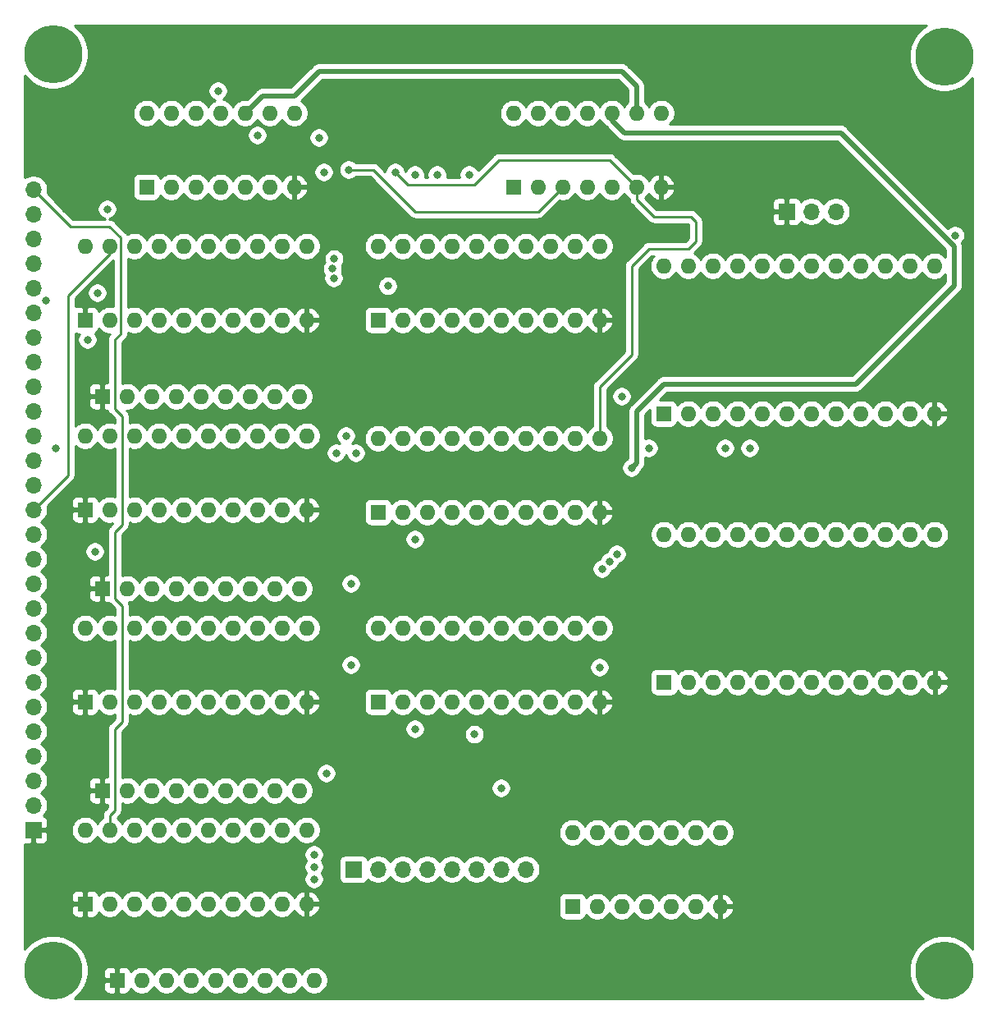
<source format=gbr>
%TF.GenerationSoftware,KiCad,Pcbnew,(5.1.10-1-10_14)*%
%TF.CreationDate,2021-07-31T09:22:51-04:00*%
%TF.ProjectId,register-smd,72656769-7374-4657-922d-736d642e6b69,rev?*%
%TF.SameCoordinates,Original*%
%TF.FileFunction,Copper,L4,Bot*%
%TF.FilePolarity,Positive*%
%FSLAX46Y46*%
G04 Gerber Fmt 4.6, Leading zero omitted, Abs format (unit mm)*
G04 Created by KiCad (PCBNEW (5.1.10-1-10_14)) date 2021-07-31 09:22:51*
%MOMM*%
%LPD*%
G01*
G04 APERTURE LIST*
%TA.AperFunction,ComponentPad*%
%ADD10O,1.600000X1.600000*%
%TD*%
%TA.AperFunction,ComponentPad*%
%ADD11R,1.600000X1.600000*%
%TD*%
%TA.AperFunction,ComponentPad*%
%ADD12O,1.700000X1.700000*%
%TD*%
%TA.AperFunction,ComponentPad*%
%ADD13R,1.700000X1.700000*%
%TD*%
%TA.AperFunction,ComponentPad*%
%ADD14C,0.800000*%
%TD*%
%TA.AperFunction,ComponentPad*%
%ADD15C,6.000000*%
%TD*%
%TA.AperFunction,ViaPad*%
%ADD16C,0.800000*%
%TD*%
%TA.AperFunction,Conductor*%
%ADD17C,0.500000*%
%TD*%
%TA.AperFunction,Conductor*%
%ADD18C,0.250000*%
%TD*%
%TA.AperFunction,Conductor*%
%ADD19C,0.254000*%
%TD*%
%TA.AperFunction,Conductor*%
%ADD20C,0.100000*%
%TD*%
G04 APERTURE END LIST*
D10*
%TO.P,RN2,9*%
%TO.N,Net-(D12-Pad1)*%
X104394000Y-120396000D03*
%TO.P,RN2,8*%
%TO.N,Net-(D13-Pad1)*%
X101854000Y-120396000D03*
%TO.P,RN2,7*%
%TO.N,Net-(D14-Pad1)*%
X99314000Y-120396000D03*
%TO.P,RN2,6*%
%TO.N,Net-(D15-Pad1)*%
X96774000Y-120396000D03*
%TO.P,RN2,5*%
%TO.N,Net-(D16-Pad1)*%
X94234000Y-120396000D03*
%TO.P,RN2,4*%
%TO.N,Net-(D17-Pad1)*%
X91694000Y-120396000D03*
%TO.P,RN2,3*%
%TO.N,Net-(D18-Pad1)*%
X89154000Y-120396000D03*
%TO.P,RN2,2*%
%TO.N,Net-(D19-Pad1)*%
X86614000Y-120396000D03*
D11*
%TO.P,RN2,1*%
%TO.N,-5V_IN*%
X84074000Y-120396000D03*
%TD*%
D10*
%TO.P,RN3,9*%
%TO.N,Net-(D22-Pad1)*%
X104394000Y-140208000D03*
%TO.P,RN3,8*%
%TO.N,Net-(D23-Pad1)*%
X101854000Y-140208000D03*
%TO.P,RN3,7*%
%TO.N,Net-(D24-Pad1)*%
X99314000Y-140208000D03*
%TO.P,RN3,6*%
%TO.N,Net-(D25-Pad1)*%
X96774000Y-140208000D03*
%TO.P,RN3,5*%
%TO.N,Net-(D26-Pad1)*%
X94234000Y-140208000D03*
%TO.P,RN3,4*%
%TO.N,Net-(D27-Pad1)*%
X91694000Y-140208000D03*
%TO.P,RN3,3*%
%TO.N,Net-(D28-Pad1)*%
X89154000Y-140208000D03*
%TO.P,RN3,2*%
%TO.N,Net-(D29-Pad1)*%
X86614000Y-140208000D03*
D11*
%TO.P,RN3,1*%
%TO.N,-5V_IN*%
X84074000Y-140208000D03*
%TD*%
D10*
%TO.P,RN4,9*%
%TO.N,Net-(D32-Pad1)*%
X104394000Y-161036000D03*
%TO.P,RN4,8*%
%TO.N,Net-(D33-Pad1)*%
X101854000Y-161036000D03*
%TO.P,RN4,7*%
%TO.N,Net-(D34-Pad1)*%
X99314000Y-161036000D03*
%TO.P,RN4,6*%
%TO.N,Net-(D35-Pad1)*%
X96774000Y-161036000D03*
%TO.P,RN4,5*%
%TO.N,Net-(D36-Pad1)*%
X94234000Y-161036000D03*
%TO.P,RN4,4*%
%TO.N,Net-(D37-Pad1)*%
X91694000Y-161036000D03*
%TO.P,RN4,3*%
%TO.N,Net-(D38-Pad1)*%
X89154000Y-161036000D03*
%TO.P,RN4,2*%
%TO.N,Net-(D39-Pad1)*%
X86614000Y-161036000D03*
D11*
%TO.P,RN4,1*%
%TO.N,-5V_IN*%
X84074000Y-161036000D03*
%TD*%
D10*
%TO.P,RN1,9*%
%TO.N,Net-(D1-Pad1)*%
X105918000Y-180594000D03*
%TO.P,RN1,8*%
%TO.N,Net-(D2-Pad1)*%
X103378000Y-180594000D03*
%TO.P,RN1,7*%
%TO.N,Net-(D3-Pad1)*%
X100838000Y-180594000D03*
%TO.P,RN1,6*%
%TO.N,Net-(D4-Pad1)*%
X98298000Y-180594000D03*
%TO.P,RN1,5*%
%TO.N,Net-(D5-Pad1)*%
X95758000Y-180594000D03*
%TO.P,RN1,4*%
%TO.N,Net-(D6-Pad1)*%
X93218000Y-180594000D03*
%TO.P,RN1,3*%
%TO.N,Net-(D7-Pad1)*%
X90678000Y-180594000D03*
%TO.P,RN1,2*%
%TO.N,Net-(D8-Pad1)*%
X88138000Y-180594000D03*
D11*
%TO.P,RN1,1*%
%TO.N,-5V_IN*%
X85598000Y-180594000D03*
%TD*%
D12*
%TO.P,J2,8*%
%TO.N,/C0*%
X127762000Y-169164000D03*
%TO.P,J2,7*%
%TO.N,/C1*%
X125222000Y-169164000D03*
%TO.P,J2,6*%
%TO.N,/C2*%
X122682000Y-169164000D03*
%TO.P,J2,5*%
%TO.N,/C3*%
X120142000Y-169164000D03*
%TO.P,J2,4*%
%TO.N,/C4*%
X117602000Y-169164000D03*
%TO.P,J2,3*%
%TO.N,/C5*%
X115062000Y-169164000D03*
%TO.P,J2,2*%
%TO.N,/C6*%
X112522000Y-169164000D03*
D13*
%TO.P,J2,1*%
%TO.N,/C7*%
X109982000Y-169164000D03*
%TD*%
D14*
%TO.P,REF\u002A\u002A,1*%
%TO.N,N/C*%
X172532990Y-177987010D03*
X170942000Y-177328000D03*
X169351010Y-177987010D03*
X168692000Y-179578000D03*
X169351010Y-181168990D03*
X170942000Y-181828000D03*
X172532990Y-181168990D03*
X173192000Y-179578000D03*
D15*
X170942000Y-179578000D03*
%TD*%
%TO.P,REF\u002A\u002A,1*%
%TO.N,N/C*%
X170942000Y-85344000D03*
D14*
X173192000Y-85344000D03*
X172532990Y-86934990D03*
X170942000Y-87594000D03*
X169351010Y-86934990D03*
X168692000Y-85344000D03*
X169351010Y-83753010D03*
X170942000Y-83094000D03*
X172532990Y-83753010D03*
%TD*%
D15*
%TO.P,REF\u002A\u002A,1*%
%TO.N,N/C*%
X78994000Y-179578000D03*
D14*
X81244000Y-179578000D03*
X80584990Y-181168990D03*
X78994000Y-181828000D03*
X77403010Y-181168990D03*
X76744000Y-179578000D03*
X77403010Y-177987010D03*
X78994000Y-177328000D03*
X80584990Y-177987010D03*
%TD*%
%TO.P,REF\u002A\u002A,1*%
%TO.N,N/C*%
X80584990Y-83499010D03*
X78994000Y-82840000D03*
X77403010Y-83499010D03*
X76744000Y-85090000D03*
X77403010Y-86680990D03*
X78994000Y-87340000D03*
X80584990Y-86680990D03*
X81244000Y-85090000D03*
D15*
X78994000Y-85090000D03*
%TD*%
D10*
%TO.P,U2,14*%
%TO.N,+5V_IN*%
X88646000Y-91186000D03*
%TO.P,U2,7*%
%TO.N,-5V_IN*%
X103886000Y-98806000D03*
%TO.P,U2,13*%
%TO.N,Net-(U10-Pad16)*%
X91186000Y-91186000D03*
%TO.P,U2,6*%
%TO.N,Net-(U1-Pad4)*%
X101346000Y-98806000D03*
%TO.P,U2,12*%
%TO.N,CARRY*%
X93726000Y-91186000D03*
%TO.P,U2,5*%
%TO.N,BI*%
X98806000Y-98806000D03*
%TO.P,U2,11*%
%TO.N,CI*%
X96266000Y-91186000D03*
%TO.P,U2,4*%
%TO.N,N/C*%
X96266000Y-98806000D03*
%TO.P,U2,10*%
%TO.N,Net-(U1-Pad9)*%
X98806000Y-91186000D03*
%TO.P,U2,3*%
%TO.N,N/C*%
X93726000Y-98806000D03*
%TO.P,U2,9*%
X101346000Y-91186000D03*
%TO.P,U2,2*%
%TO.N,Net-(U1-Pad1)*%
X91186000Y-98806000D03*
%TO.P,U2,8*%
%TO.N,N/C*%
X103886000Y-91186000D03*
D11*
%TO.P,U2,1*%
%TO.N,AI*%
X88646000Y-98806000D03*
%TD*%
D10*
%TO.P,U1,14*%
%TO.N,+5V_IN*%
X126492000Y-91186000D03*
%TO.P,U1,7*%
%TO.N,-5V_IN*%
X141732000Y-98806000D03*
%TO.P,U1,13*%
%TO.N,N/C*%
X129032000Y-91186000D03*
%TO.P,U1,6*%
%TO.N,/B_IN_CP*%
X139192000Y-98806000D03*
%TO.P,U1,12*%
%TO.N,N/C*%
X131572000Y-91186000D03*
%TO.P,U1,5*%
%TO.N,CLOCK*%
X136652000Y-98806000D03*
%TO.P,U1,11*%
%TO.N,N/C*%
X134112000Y-91186000D03*
%TO.P,U1,4*%
%TO.N,Net-(U1-Pad4)*%
X134112000Y-98806000D03*
%TO.P,U1,10*%
%TO.N,CLOCK*%
X136652000Y-91186000D03*
%TO.P,U1,3*%
%TO.N,/A_IN_CP*%
X131572000Y-98806000D03*
%TO.P,U1,9*%
%TO.N,Net-(U1-Pad9)*%
X139192000Y-91186000D03*
%TO.P,U1,2*%
%TO.N,CLOCK*%
X129032000Y-98806000D03*
%TO.P,U1,8*%
%TO.N,/C_IN_CP*%
X141732000Y-91186000D03*
D11*
%TO.P,U1,1*%
%TO.N,Net-(U1-Pad1)*%
X126492000Y-98806000D03*
%TD*%
D10*
%TO.P,U8,20*%
%TO.N,+5V_IN*%
X82296000Y-144272000D03*
%TO.P,U8,10*%
%TO.N,-5V_IN*%
X105156000Y-151892000D03*
%TO.P,U8,19*%
%TO.N,CO*%
X84836000Y-144272000D03*
%TO.P,U8,9*%
%TO.N,/C0*%
X102616000Y-151892000D03*
%TO.P,U8,18*%
%TO.N,BUS_07*%
X87376000Y-144272000D03*
%TO.P,U8,8*%
%TO.N,/C1*%
X100076000Y-151892000D03*
%TO.P,U8,17*%
%TO.N,BUS_06*%
X89916000Y-144272000D03*
%TO.P,U8,7*%
%TO.N,/C2*%
X97536000Y-151892000D03*
%TO.P,U8,16*%
%TO.N,BUS_05*%
X92456000Y-144272000D03*
%TO.P,U8,6*%
%TO.N,/C3*%
X94996000Y-151892000D03*
%TO.P,U8,15*%
%TO.N,BUS_04*%
X94996000Y-144272000D03*
%TO.P,U8,5*%
%TO.N,/C4*%
X92456000Y-151892000D03*
%TO.P,U8,14*%
%TO.N,BUS_03*%
X97536000Y-144272000D03*
%TO.P,U8,4*%
%TO.N,/C5*%
X89916000Y-151892000D03*
%TO.P,U8,13*%
%TO.N,BUS_02*%
X100076000Y-144272000D03*
%TO.P,U8,3*%
%TO.N,/C6*%
X87376000Y-151892000D03*
%TO.P,U8,12*%
%TO.N,BUS_01*%
X102616000Y-144272000D03*
%TO.P,U8,2*%
%TO.N,/C7*%
X84836000Y-151892000D03*
%TO.P,U8,11*%
%TO.N,BUS_00*%
X105156000Y-144272000D03*
D11*
%TO.P,U8,1*%
%TO.N,-5V_IN*%
X82296000Y-151892000D03*
%TD*%
D10*
%TO.P,U7,20*%
%TO.N,+5V_IN*%
X82296000Y-124460000D03*
%TO.P,U7,10*%
%TO.N,-5V_IN*%
X105156000Y-132080000D03*
%TO.P,U7,19*%
%TO.N,BO*%
X84836000Y-124460000D03*
%TO.P,U7,9*%
%TO.N,/B0*%
X102616000Y-132080000D03*
%TO.P,U7,18*%
%TO.N,BUS_07*%
X87376000Y-124460000D03*
%TO.P,U7,8*%
%TO.N,/B1*%
X100076000Y-132080000D03*
%TO.P,U7,17*%
%TO.N,BUS_06*%
X89916000Y-124460000D03*
%TO.P,U7,7*%
%TO.N,/B2*%
X97536000Y-132080000D03*
%TO.P,U7,16*%
%TO.N,BUS_05*%
X92456000Y-124460000D03*
%TO.P,U7,6*%
%TO.N,/B3*%
X94996000Y-132080000D03*
%TO.P,U7,15*%
%TO.N,BUS_04*%
X94996000Y-124460000D03*
%TO.P,U7,5*%
%TO.N,/B4*%
X92456000Y-132080000D03*
%TO.P,U7,14*%
%TO.N,BUS_03*%
X97536000Y-124460000D03*
%TO.P,U7,4*%
%TO.N,/B5*%
X89916000Y-132080000D03*
%TO.P,U7,13*%
%TO.N,BUS_02*%
X100076000Y-124460000D03*
%TO.P,U7,3*%
%TO.N,/B6*%
X87376000Y-132080000D03*
%TO.P,U7,12*%
%TO.N,BUS_01*%
X102616000Y-124460000D03*
%TO.P,U7,2*%
%TO.N,/B7*%
X84836000Y-132080000D03*
%TO.P,U7,11*%
%TO.N,BUS_00*%
X105156000Y-124460000D03*
D11*
%TO.P,U7,1*%
%TO.N,-5V_IN*%
X82296000Y-132080000D03*
%TD*%
D10*
%TO.P,U6,20*%
%TO.N,+5V_IN*%
X82296000Y-104902000D03*
%TO.P,U6,10*%
%TO.N,-5V_IN*%
X105156000Y-112522000D03*
%TO.P,U6,19*%
%TO.N,AO*%
X84836000Y-104902000D03*
%TO.P,U6,9*%
%TO.N,/A0*%
X102616000Y-112522000D03*
%TO.P,U6,18*%
%TO.N,BUS_07*%
X87376000Y-104902000D03*
%TO.P,U6,8*%
%TO.N,/A1*%
X100076000Y-112522000D03*
%TO.P,U6,17*%
%TO.N,BUS_06*%
X89916000Y-104902000D03*
%TO.P,U6,7*%
%TO.N,/A2*%
X97536000Y-112522000D03*
%TO.P,U6,16*%
%TO.N,BUS_05*%
X92456000Y-104902000D03*
%TO.P,U6,6*%
%TO.N,/A3*%
X94996000Y-112522000D03*
%TO.P,U6,15*%
%TO.N,BUS_04*%
X94996000Y-104902000D03*
%TO.P,U6,5*%
%TO.N,/A4*%
X92456000Y-112522000D03*
%TO.P,U6,14*%
%TO.N,BUS_03*%
X97536000Y-104902000D03*
%TO.P,U6,4*%
%TO.N,/A5*%
X89916000Y-112522000D03*
%TO.P,U6,13*%
%TO.N,BUS_02*%
X100076000Y-104902000D03*
%TO.P,U6,3*%
%TO.N,/A6*%
X87376000Y-112522000D03*
%TO.P,U6,12*%
%TO.N,BUS_01*%
X102616000Y-104902000D03*
%TO.P,U6,2*%
%TO.N,/A7*%
X84836000Y-112522000D03*
%TO.P,U6,11*%
%TO.N,BUS_00*%
X105156000Y-104902000D03*
D11*
%TO.P,U6,1*%
%TO.N,-5V_IN*%
X82296000Y-112522000D03*
%TD*%
D10*
%TO.P,U5,20*%
%TO.N,+5V_IN*%
X112522000Y-144272000D03*
%TO.P,U5,10*%
%TO.N,-5V_IN*%
X135382000Y-151892000D03*
%TO.P,U5,19*%
%TO.N,/C0*%
X115062000Y-144272000D03*
%TO.P,U5,9*%
%TO.N,/C4*%
X132842000Y-151892000D03*
%TO.P,U5,18*%
%TO.N,BUS_00*%
X117602000Y-144272000D03*
%TO.P,U5,8*%
%TO.N,BUS_04*%
X130302000Y-151892000D03*
%TO.P,U5,17*%
%TO.N,BUS_01*%
X120142000Y-144272000D03*
%TO.P,U5,7*%
%TO.N,BUS_05*%
X127762000Y-151892000D03*
%TO.P,U5,16*%
%TO.N,/C1*%
X122682000Y-144272000D03*
%TO.P,U5,6*%
%TO.N,/C5*%
X125222000Y-151892000D03*
%TO.P,U5,15*%
%TO.N,/C2*%
X125222000Y-144272000D03*
%TO.P,U5,5*%
%TO.N,/C6*%
X122682000Y-151892000D03*
%TO.P,U5,14*%
%TO.N,BUS_02*%
X127762000Y-144272000D03*
%TO.P,U5,4*%
%TO.N,BUS_06*%
X120142000Y-151892000D03*
%TO.P,U5,13*%
%TO.N,BUS_03*%
X130302000Y-144272000D03*
%TO.P,U5,3*%
%TO.N,BUS_07*%
X117602000Y-151892000D03*
%TO.P,U5,12*%
%TO.N,/C3*%
X132842000Y-144272000D03*
%TO.P,U5,2*%
%TO.N,/C7*%
X115062000Y-151892000D03*
%TO.P,U5,11*%
%TO.N,/C_IN_CP*%
X135382000Y-144272000D03*
D11*
%TO.P,U5,1*%
%TO.N,RESET*%
X112522000Y-151892000D03*
%TD*%
D10*
%TO.P,U4,20*%
%TO.N,+5V_IN*%
X112522000Y-124714000D03*
%TO.P,U4,10*%
%TO.N,-5V_IN*%
X135382000Y-132334000D03*
%TO.P,U4,19*%
%TO.N,/B0*%
X115062000Y-124714000D03*
%TO.P,U4,9*%
%TO.N,/B4*%
X132842000Y-132334000D03*
%TO.P,U4,18*%
%TO.N,BUS_00*%
X117602000Y-124714000D03*
%TO.P,U4,8*%
%TO.N,BUS_04*%
X130302000Y-132334000D03*
%TO.P,U4,17*%
%TO.N,BUS_01*%
X120142000Y-124714000D03*
%TO.P,U4,7*%
%TO.N,BUS_05*%
X127762000Y-132334000D03*
%TO.P,U4,16*%
%TO.N,/B1*%
X122682000Y-124714000D03*
%TO.P,U4,6*%
%TO.N,/B5*%
X125222000Y-132334000D03*
%TO.P,U4,15*%
%TO.N,/B2*%
X125222000Y-124714000D03*
%TO.P,U4,5*%
%TO.N,/B6*%
X122682000Y-132334000D03*
%TO.P,U4,14*%
%TO.N,BUS_02*%
X127762000Y-124714000D03*
%TO.P,U4,4*%
%TO.N,BUS_06*%
X120142000Y-132334000D03*
%TO.P,U4,13*%
%TO.N,BUS_03*%
X130302000Y-124714000D03*
%TO.P,U4,3*%
%TO.N,BUS_07*%
X117602000Y-132334000D03*
%TO.P,U4,12*%
%TO.N,/B3*%
X132842000Y-124714000D03*
%TO.P,U4,2*%
%TO.N,/B7*%
X115062000Y-132334000D03*
%TO.P,U4,11*%
%TO.N,/B_IN_CP*%
X135382000Y-124714000D03*
D11*
%TO.P,U4,1*%
%TO.N,RESET*%
X112522000Y-132334000D03*
%TD*%
D10*
%TO.P,U3,20*%
%TO.N,+5V_IN*%
X112522000Y-104902000D03*
%TO.P,U3,10*%
%TO.N,-5V_IN*%
X135382000Y-112522000D03*
%TO.P,U3,19*%
%TO.N,/A0*%
X115062000Y-104902000D03*
%TO.P,U3,9*%
%TO.N,/A4*%
X132842000Y-112522000D03*
%TO.P,U3,18*%
%TO.N,BUS_00*%
X117602000Y-104902000D03*
%TO.P,U3,8*%
%TO.N,BUS_04*%
X130302000Y-112522000D03*
%TO.P,U3,17*%
%TO.N,BUS_01*%
X120142000Y-104902000D03*
%TO.P,U3,7*%
%TO.N,BUS_05*%
X127762000Y-112522000D03*
%TO.P,U3,16*%
%TO.N,/A1*%
X122682000Y-104902000D03*
%TO.P,U3,6*%
%TO.N,/A5*%
X125222000Y-112522000D03*
%TO.P,U3,15*%
%TO.N,/A2*%
X125222000Y-104902000D03*
%TO.P,U3,5*%
%TO.N,/A6*%
X122682000Y-112522000D03*
%TO.P,U3,14*%
%TO.N,BUS_02*%
X127762000Y-104902000D03*
%TO.P,U3,4*%
%TO.N,BUS_06*%
X120142000Y-112522000D03*
%TO.P,U3,13*%
%TO.N,BUS_03*%
X130302000Y-104902000D03*
%TO.P,U3,3*%
%TO.N,BUS_07*%
X117602000Y-112522000D03*
%TO.P,U3,12*%
%TO.N,/A3*%
X132842000Y-104902000D03*
%TO.P,U3,2*%
%TO.N,/A7*%
X115062000Y-112522000D03*
%TO.P,U3,11*%
%TO.N,/A_IN_CP*%
X135382000Y-104902000D03*
D11*
%TO.P,U3,1*%
%TO.N,RESET*%
X112522000Y-112522000D03*
%TD*%
D10*
%TO.P,U13,20*%
%TO.N,+5V_IN*%
X82296000Y-165100000D03*
%TO.P,U13,10*%
%TO.N,-5V_IN*%
X105156000Y-172720000D03*
%TO.P,U13,19*%
%TO.N,ALU_OUT*%
X84836000Y-165100000D03*
%TO.P,U13,9*%
%TO.N,BUS_00*%
X102616000Y-172720000D03*
%TO.P,U13,18*%
%TO.N,/ALU7*%
X87376000Y-165100000D03*
%TO.P,U13,8*%
%TO.N,BUS_01*%
X100076000Y-172720000D03*
%TO.P,U13,17*%
%TO.N,/ALU6*%
X89916000Y-165100000D03*
%TO.P,U13,7*%
%TO.N,BUS_02*%
X97536000Y-172720000D03*
%TO.P,U13,16*%
%TO.N,/ALU5*%
X92456000Y-165100000D03*
%TO.P,U13,6*%
%TO.N,BUS_03*%
X94996000Y-172720000D03*
%TO.P,U13,15*%
%TO.N,/ALU4*%
X94996000Y-165100000D03*
%TO.P,U13,5*%
%TO.N,BUS_04*%
X92456000Y-172720000D03*
%TO.P,U13,14*%
%TO.N,/ALU3*%
X97536000Y-165100000D03*
%TO.P,U13,4*%
%TO.N,BUS_05*%
X89916000Y-172720000D03*
%TO.P,U13,13*%
%TO.N,/ALU2*%
X100076000Y-165100000D03*
%TO.P,U13,3*%
%TO.N,BUS_06*%
X87376000Y-172720000D03*
%TO.P,U13,12*%
%TO.N,/ALU1*%
X102616000Y-165100000D03*
%TO.P,U13,2*%
%TO.N,BUS_07*%
X84836000Y-172720000D03*
%TO.P,U13,11*%
%TO.N,/ALU0*%
X105156000Y-165100000D03*
D11*
%TO.P,U13,1*%
%TO.N,-5V_IN*%
X82296000Y-172720000D03*
%TD*%
D10*
%TO.P,U10,24*%
%TO.N,+5V_IN*%
X142038000Y-134620000D03*
%TO.P,U10,12*%
%TO.N,-5V_IN*%
X169978000Y-149860000D03*
%TO.P,U10,23*%
%TO.N,/A5*%
X144578000Y-134620000D03*
%TO.P,U10,11*%
%TO.N,/ALU6*%
X167438000Y-149860000D03*
%TO.P,U10,22*%
%TO.N,/B5*%
X147118000Y-134620000D03*
%TO.P,U10,10*%
%TO.N,/ALU5*%
X164898000Y-149860000D03*
%TO.P,U10,21*%
%TO.N,/A6*%
X149658000Y-134620000D03*
%TO.P,U10,9*%
%TO.N,/ALU4*%
X162358000Y-149860000D03*
%TO.P,U10,20*%
%TO.N,/B6*%
X152198000Y-134620000D03*
%TO.P,U10,8*%
%TO.N,ALU_MODE*%
X159818000Y-149860000D03*
%TO.P,U10,19*%
%TO.N,/A7*%
X154738000Y-134620000D03*
%TO.P,U10,7*%
%TO.N,Net-(U10-Pad7)*%
X157278000Y-149860000D03*
%TO.P,U10,18*%
%TO.N,/B7*%
X157278000Y-134620000D03*
%TO.P,U10,6*%
%TO.N,ALU_S0*%
X154738000Y-149860000D03*
%TO.P,U10,17*%
%TO.N,Net-(U10-Pad17)*%
X159818000Y-134620000D03*
%TO.P,U10,5*%
%TO.N,ALU_S1*%
X152198000Y-149860000D03*
%TO.P,U10,16*%
%TO.N,Net-(U10-Pad16)*%
X162358000Y-134620000D03*
%TO.P,U10,4*%
%TO.N,ALU_S2*%
X149658000Y-149860000D03*
%TO.P,U10,15*%
%TO.N,Net-(U10-Pad15)*%
X164898000Y-134620000D03*
%TO.P,U10,3*%
%TO.N,ALU_S3*%
X147118000Y-149860000D03*
%TO.P,U10,14*%
%TO.N,A_EQ_B*%
X167438000Y-134620000D03*
%TO.P,U10,2*%
%TO.N,/A4*%
X144578000Y-149860000D03*
%TO.P,U10,13*%
%TO.N,/ALU7*%
X169978000Y-134620000D03*
D11*
%TO.P,U10,1*%
%TO.N,/B4*%
X142038000Y-149860000D03*
%TD*%
D10*
%TO.P,U9,24*%
%TO.N,+5V_IN*%
X141986000Y-106934000D03*
%TO.P,U9,12*%
%TO.N,-5V_IN*%
X169926000Y-122174000D03*
%TO.P,U9,23*%
%TO.N,/A1*%
X144526000Y-106934000D03*
%TO.P,U9,11*%
%TO.N,/ALU2*%
X167386000Y-122174000D03*
%TO.P,U9,22*%
%TO.N,/B1*%
X147066000Y-106934000D03*
%TO.P,U9,10*%
%TO.N,/ALU1*%
X164846000Y-122174000D03*
%TO.P,U9,21*%
%TO.N,/A2*%
X149606000Y-106934000D03*
%TO.P,U9,9*%
%TO.N,/ALU0*%
X162306000Y-122174000D03*
%TO.P,U9,20*%
%TO.N,/B2*%
X152146000Y-106934000D03*
%TO.P,U9,8*%
%TO.N,ALU_MODE*%
X159766000Y-122174000D03*
%TO.P,U9,19*%
%TO.N,/A3*%
X154686000Y-106934000D03*
%TO.P,U9,7*%
%TO.N,/Cn*%
X157226000Y-122174000D03*
%TO.P,U9,18*%
%TO.N,/B3*%
X157226000Y-106934000D03*
%TO.P,U9,6*%
%TO.N,ALU_S0*%
X154686000Y-122174000D03*
%TO.P,U9,17*%
%TO.N,Net-(U9-Pad17)*%
X159766000Y-106934000D03*
%TO.P,U9,5*%
%TO.N,ALU_S1*%
X152146000Y-122174000D03*
%TO.P,U9,16*%
%TO.N,Net-(U10-Pad7)*%
X162306000Y-106934000D03*
%TO.P,U9,4*%
%TO.N,ALU_S2*%
X149606000Y-122174000D03*
%TO.P,U9,15*%
%TO.N,Net-(U9-Pad15)*%
X164846000Y-106934000D03*
%TO.P,U9,3*%
%TO.N,ALU_S3*%
X147066000Y-122174000D03*
%TO.P,U9,14*%
%TO.N,A_EQ_B*%
X167386000Y-106934000D03*
%TO.P,U9,2*%
%TO.N,/A0*%
X144526000Y-122174000D03*
%TO.P,U9,13*%
%TO.N,/ALU3*%
X169926000Y-106934000D03*
D11*
%TO.P,U9,1*%
%TO.N,/B0*%
X141986000Y-122174000D03*
%TD*%
D10*
%TO.P,U12,14*%
%TO.N,+5V_IN*%
X132588000Y-165354000D03*
%TO.P,U12,7*%
%TO.N,-5V_IN*%
X147828000Y-172974000D03*
%TO.P,U12,13*%
%TO.N,N/C*%
X135128000Y-165354000D03*
%TO.P,U12,6*%
%TO.N,A_EQ_B*%
X145288000Y-172974000D03*
%TO.P,U12,12*%
%TO.N,N/C*%
X137668000Y-165354000D03*
%TO.P,U12,5*%
%TO.N,CARRY*%
X142748000Y-172974000D03*
%TO.P,U12,11*%
%TO.N,N/C*%
X140208000Y-165354000D03*
%TO.P,U12,4*%
%TO.N,A_GT_B*%
X140208000Y-172974000D03*
%TO.P,U12,10*%
%TO.N,N/C*%
X142748000Y-165354000D03*
%TO.P,U12,3*%
X137668000Y-172974000D03*
%TO.P,U12,9*%
X145288000Y-165354000D03*
%TO.P,U12,2*%
X135128000Y-172974000D03*
%TO.P,U12,8*%
X147828000Y-165354000D03*
D11*
%TO.P,U12,1*%
X132588000Y-172974000D03*
%TD*%
D12*
%TO.P,J3,3*%
%TO.N,+5V_IN*%
X159766000Y-101346000D03*
%TO.P,J3,2*%
%TO.N,/Cn*%
X157226000Y-101346000D03*
D13*
%TO.P,J3,1*%
%TO.N,-5V_IN*%
X154686000Y-101346000D03*
%TD*%
D12*
%TO.P,J1,27*%
%TO.N,ALU_OUT*%
X76962000Y-99060000D03*
%TO.P,J1,26*%
%TO.N,ALU_S3*%
X76962000Y-101600000D03*
%TO.P,J1,25*%
%TO.N,ALU_S2*%
X76962000Y-104140000D03*
%TO.P,J1,24*%
%TO.N,ALU_S1*%
X76962000Y-106680000D03*
%TO.P,J1,23*%
%TO.N,ALU_S0*%
X76962000Y-109220000D03*
%TO.P,J1,22*%
%TO.N,ALU_MODE*%
X76962000Y-111760000D03*
%TO.P,J1,21*%
%TO.N,CARRY*%
X76962000Y-114300000D03*
%TO.P,J1,20*%
%TO.N,A_EQ_B*%
X76962000Y-116840000D03*
%TO.P,J1,19*%
%TO.N,A_GT_B*%
X76962000Y-119380000D03*
%TO.P,J1,18*%
%TO.N,CO*%
X76962000Y-121920000D03*
%TO.P,J1,17*%
%TO.N,CI*%
X76962000Y-124460000D03*
%TO.P,J1,16*%
%TO.N,BO*%
X76962000Y-127000000D03*
%TO.P,J1,15*%
%TO.N,BI*%
X76962000Y-129540000D03*
%TO.P,J1,14*%
%TO.N,AO*%
X76962000Y-132080000D03*
%TO.P,J1,13*%
%TO.N,AI*%
X76962000Y-134620000D03*
%TO.P,J1,12*%
%TO.N,RESET*%
X76962000Y-137160000D03*
%TO.P,J1,11*%
%TO.N,CLOCK*%
X76962000Y-139700000D03*
%TO.P,J1,10*%
%TO.N,BUS_07*%
X76962000Y-142240000D03*
%TO.P,J1,9*%
%TO.N,BUS_06*%
X76962000Y-144780000D03*
%TO.P,J1,8*%
%TO.N,BUS_05*%
X76962000Y-147320000D03*
%TO.P,J1,7*%
%TO.N,BUS_04*%
X76962000Y-149860000D03*
%TO.P,J1,6*%
%TO.N,BUS_03*%
X76962000Y-152400000D03*
%TO.P,J1,5*%
%TO.N,BUS_02*%
X76962000Y-154940000D03*
%TO.P,J1,4*%
%TO.N,BUS_01*%
X76962000Y-157480000D03*
%TO.P,J1,3*%
%TO.N,BUS_00*%
X76962000Y-160020000D03*
%TO.P,J1,2*%
%TO.N,+5V_IN*%
X76962000Y-162560000D03*
D13*
%TO.P,J1,1*%
%TO.N,-5V_IN*%
X76962000Y-165100000D03*
%TD*%
D16*
%TO.N,CLOCK*%
X138684000Y-127762000D03*
X116332000Y-135128000D03*
%TO.N,BUS_07*%
X113534922Y-109009043D03*
%TO.N,BUS_06*%
X107950000Y-108204000D03*
%TO.N,BUS_05*%
X107828327Y-107211418D03*
%TO.N,BUS_04*%
X107981417Y-106223194D03*
%TO.N,/A4*%
X140462000Y-125730000D03*
X137668000Y-120396000D03*
%TO.N,AI*%
X79248000Y-125730000D03*
%TO.N,AO*%
X106934000Y-97282000D03*
%TO.N,/B5*%
X137160000Y-136652000D03*
%TO.N,/B6*%
X136398000Y-137414000D03*
%TO.N,/B7*%
X135636000Y-138176000D03*
%TO.N,BO*%
X96012000Y-88900000D03*
X83566000Y-109728000D03*
X116332000Y-97536000D03*
%TO.N,/C3*%
X107188000Y-159258000D03*
%TO.N,CI*%
X84582000Y-101092000D03*
%TO.N,CO*%
X100076000Y-93472000D03*
%TO.N,CARRY*%
X109220000Y-124460000D03*
%TO.N,A_EQ_B*%
X125222000Y-160782000D03*
X110236000Y-126238000D03*
%TO.N,A_GT_B*%
X116332000Y-154686000D03*
X108204000Y-126238000D03*
%TO.N,ALU_S3*%
X148336000Y-125730000D03*
%TO.N,ALU_S2*%
X150876000Y-125730000D03*
%TO.N,ALU_MODE*%
X82550000Y-114554000D03*
%TO.N,CARRY*%
X122467250Y-155233250D03*
X78232000Y-110490000D03*
%TO.N,-5V_IN*%
X107950000Y-164338000D03*
X110998000Y-118938000D03*
X110932000Y-138176000D03*
X140396000Y-128524000D03*
X144018000Y-103378000D03*
X110744000Y-100584000D03*
X81026000Y-158242000D03*
X107442000Y-88646000D03*
X82393895Y-110273000D03*
X80264000Y-101092000D03*
%TO.N,/ALU2*%
X105918000Y-168910000D03*
%TO.N,/ALU1*%
X105918000Y-167640000D03*
%TO.N,/ALU3*%
X105918000Y-170180000D03*
%TO.N,Net-(U10-Pad16)*%
X106426000Y-93726000D03*
X172051048Y-103792952D03*
%TO.N,/A_IN_CP*%
X109482000Y-97020000D03*
%TO.N,/B_IN_CP*%
X114304653Y-97277347D03*
%TO.N,/C_IN_CP*%
X121920000Y-97536000D03*
X118618000Y-97536000D03*
X135382000Y-148336000D03*
%TO.N,RESET*%
X109728000Y-139700000D03*
X109728000Y-148082000D03*
X83312000Y-136398000D03*
%TD*%
D17*
%TO.N,CLOCK*%
X139192000Y-127254000D02*
X138684000Y-127762000D01*
X171958000Y-108966000D02*
X161798000Y-119126000D01*
X171958000Y-104902000D02*
X171958000Y-108966000D01*
X160274000Y-93218000D02*
X171958000Y-104902000D01*
X136652000Y-91948000D02*
X137922000Y-93218000D01*
X136652000Y-91186000D02*
X136652000Y-91948000D01*
X141986000Y-119126000D02*
X139192000Y-121920000D01*
X137922000Y-93218000D02*
X160274000Y-93218000D01*
X139192000Y-121920000D02*
X139192000Y-127254000D01*
X161798000Y-119126000D02*
X141986000Y-119126000D01*
D18*
%TO.N,AO*%
X84836000Y-105664000D02*
X84836000Y-104902000D01*
X80518000Y-128524000D02*
X80518000Y-109982000D01*
X80518000Y-109982000D02*
X84836000Y-105664000D01*
X76962000Y-132080000D02*
X80518000Y-128524000D01*
%TO.N,ALU_OUT*%
X84800002Y-102870000D02*
X80772000Y-102870000D01*
X85961001Y-104030999D02*
X84800002Y-102870000D01*
X85961001Y-113936999D02*
X85961001Y-104030999D01*
X80772000Y-102870000D02*
X78740000Y-100838000D01*
X85344000Y-114554000D02*
X85961001Y-113936999D01*
X85344000Y-121666000D02*
X85344000Y-114554000D01*
X78740000Y-100838000D02*
X76962000Y-99060000D01*
X85344000Y-141224000D02*
X85344000Y-134366000D01*
X86106000Y-122428000D02*
X85344000Y-121666000D01*
X85344000Y-134366000D02*
X86106000Y-133604000D01*
X85344000Y-163068000D02*
X85344000Y-154686000D01*
X86106000Y-153924000D02*
X86106000Y-141986000D01*
X84836000Y-165100000D02*
X84836000Y-163576000D01*
X84836000Y-163576000D02*
X85344000Y-163068000D01*
X86106000Y-133604000D02*
X86106000Y-122428000D01*
X86106000Y-141986000D02*
X85344000Y-141224000D01*
X85344000Y-154686000D02*
X86106000Y-153924000D01*
%TO.N,-5V_IN*%
X144018000Y-103378000D02*
X115062000Y-103378000D01*
X115062000Y-103378000D02*
X112268000Y-100584000D01*
D17*
%TO.N,Net-(U1-Pad9)*%
X98806000Y-91186000D02*
X100584000Y-89408000D01*
X100584000Y-89408000D02*
X103886000Y-89408000D01*
X103886000Y-89408000D02*
X106426000Y-86868000D01*
X106426000Y-86868000D02*
X137668000Y-86868000D01*
X139192000Y-88392000D02*
X139192000Y-91186000D01*
X137668000Y-86868000D02*
X139192000Y-88392000D01*
D18*
%TO.N,/A_IN_CP*%
X129032000Y-101346000D02*
X131572000Y-98806000D01*
X116332000Y-101346000D02*
X129032000Y-101346000D01*
X112006000Y-97020000D02*
X116332000Y-101346000D01*
X109482000Y-97020000D02*
X112006000Y-97020000D01*
%TO.N,/B_IN_CP*%
X135382000Y-119380000D02*
X135382000Y-124714000D01*
X138684000Y-116078000D02*
X135382000Y-119380000D01*
X138684000Y-106934000D02*
X138684000Y-116078000D01*
X144526000Y-105156000D02*
X140462000Y-105156000D01*
X145288000Y-104394000D02*
X144526000Y-105156000D01*
X144780000Y-101854000D02*
X145288000Y-102362000D01*
X140970000Y-101854000D02*
X144780000Y-101854000D01*
X145288000Y-102362000D02*
X145288000Y-104394000D01*
X139192000Y-100076000D02*
X140970000Y-101854000D01*
X140462000Y-105156000D02*
X138684000Y-106934000D01*
X139192000Y-98806000D02*
X139192000Y-100076000D01*
X139192000Y-98806000D02*
X136398000Y-96012000D01*
X136398000Y-96012000D02*
X124968000Y-96012000D01*
X124968000Y-96012000D02*
X122428000Y-98552000D01*
X122428000Y-98552000D02*
X115570000Y-98552000D01*
X115570000Y-98552000D02*
X114300000Y-97282000D01*
X114300000Y-97282000D02*
X114304653Y-97277347D01*
%TD*%
D19*
%TO.N,-5V_IN*%
X168624823Y-82520511D02*
X168118511Y-83026823D01*
X167720705Y-83622182D01*
X167446691Y-84283710D01*
X167307000Y-84985984D01*
X167307000Y-85702016D01*
X167446691Y-86404290D01*
X167720705Y-87065818D01*
X168118511Y-87661177D01*
X168624823Y-88167489D01*
X169220182Y-88565295D01*
X169881710Y-88839309D01*
X170583984Y-88979000D01*
X171300016Y-88979000D01*
X172002290Y-88839309D01*
X172663818Y-88565295D01*
X173259177Y-88167489D01*
X173765489Y-87661177D01*
X173838000Y-87552656D01*
X173838001Y-96487571D01*
X173838000Y-96487581D01*
X173838000Y-96806418D01*
X173838001Y-96806428D01*
X173838000Y-177369344D01*
X173765489Y-177260823D01*
X173259177Y-176754511D01*
X172663818Y-176356705D01*
X172002290Y-176082691D01*
X171300016Y-175943000D01*
X170583984Y-175943000D01*
X169881710Y-176082691D01*
X169220182Y-176356705D01*
X168624823Y-176754511D01*
X168118511Y-177260823D01*
X167720705Y-177856182D01*
X167446691Y-178517710D01*
X167307000Y-179219984D01*
X167307000Y-179936016D01*
X167446691Y-180638290D01*
X167720705Y-181299818D01*
X168118511Y-181895177D01*
X168624823Y-182401489D01*
X168733343Y-182474000D01*
X81202657Y-182474000D01*
X81311177Y-182401489D01*
X81817489Y-181895177D01*
X82152364Y-181394000D01*
X84159928Y-181394000D01*
X84172188Y-181518482D01*
X84208498Y-181638180D01*
X84267463Y-181748494D01*
X84346815Y-181845185D01*
X84443506Y-181924537D01*
X84553820Y-181983502D01*
X84673518Y-182019812D01*
X84798000Y-182032072D01*
X85312250Y-182029000D01*
X85471000Y-181870250D01*
X85471000Y-180721000D01*
X84321750Y-180721000D01*
X84163000Y-180879750D01*
X84159928Y-181394000D01*
X82152364Y-181394000D01*
X82215295Y-181299818D01*
X82489309Y-180638290D01*
X82629000Y-179936016D01*
X82629000Y-179794000D01*
X84159928Y-179794000D01*
X84163000Y-180308250D01*
X84321750Y-180467000D01*
X85471000Y-180467000D01*
X85471000Y-179317750D01*
X85725000Y-179317750D01*
X85725000Y-180467000D01*
X85745000Y-180467000D01*
X85745000Y-180721000D01*
X85725000Y-180721000D01*
X85725000Y-181870250D01*
X85883750Y-182029000D01*
X86398000Y-182032072D01*
X86522482Y-182019812D01*
X86642180Y-181983502D01*
X86752494Y-181924537D01*
X86849185Y-181845185D01*
X86928537Y-181748494D01*
X86987502Y-181638180D01*
X87023812Y-181518482D01*
X87024643Y-181510039D01*
X87223241Y-181708637D01*
X87458273Y-181865680D01*
X87719426Y-181973853D01*
X87996665Y-182029000D01*
X88279335Y-182029000D01*
X88556574Y-181973853D01*
X88817727Y-181865680D01*
X89052759Y-181708637D01*
X89252637Y-181508759D01*
X89408000Y-181276241D01*
X89563363Y-181508759D01*
X89763241Y-181708637D01*
X89998273Y-181865680D01*
X90259426Y-181973853D01*
X90536665Y-182029000D01*
X90819335Y-182029000D01*
X91096574Y-181973853D01*
X91357727Y-181865680D01*
X91592759Y-181708637D01*
X91792637Y-181508759D01*
X91948000Y-181276241D01*
X92103363Y-181508759D01*
X92303241Y-181708637D01*
X92538273Y-181865680D01*
X92799426Y-181973853D01*
X93076665Y-182029000D01*
X93359335Y-182029000D01*
X93636574Y-181973853D01*
X93897727Y-181865680D01*
X94132759Y-181708637D01*
X94332637Y-181508759D01*
X94488000Y-181276241D01*
X94643363Y-181508759D01*
X94843241Y-181708637D01*
X95078273Y-181865680D01*
X95339426Y-181973853D01*
X95616665Y-182029000D01*
X95899335Y-182029000D01*
X96176574Y-181973853D01*
X96437727Y-181865680D01*
X96672759Y-181708637D01*
X96872637Y-181508759D01*
X97028000Y-181276241D01*
X97183363Y-181508759D01*
X97383241Y-181708637D01*
X97618273Y-181865680D01*
X97879426Y-181973853D01*
X98156665Y-182029000D01*
X98439335Y-182029000D01*
X98716574Y-181973853D01*
X98977727Y-181865680D01*
X99212759Y-181708637D01*
X99412637Y-181508759D01*
X99568000Y-181276241D01*
X99723363Y-181508759D01*
X99923241Y-181708637D01*
X100158273Y-181865680D01*
X100419426Y-181973853D01*
X100696665Y-182029000D01*
X100979335Y-182029000D01*
X101256574Y-181973853D01*
X101517727Y-181865680D01*
X101752759Y-181708637D01*
X101952637Y-181508759D01*
X102108000Y-181276241D01*
X102263363Y-181508759D01*
X102463241Y-181708637D01*
X102698273Y-181865680D01*
X102959426Y-181973853D01*
X103236665Y-182029000D01*
X103519335Y-182029000D01*
X103796574Y-181973853D01*
X104057727Y-181865680D01*
X104292759Y-181708637D01*
X104492637Y-181508759D01*
X104648000Y-181276241D01*
X104803363Y-181508759D01*
X105003241Y-181708637D01*
X105238273Y-181865680D01*
X105499426Y-181973853D01*
X105776665Y-182029000D01*
X106059335Y-182029000D01*
X106336574Y-181973853D01*
X106597727Y-181865680D01*
X106832759Y-181708637D01*
X107032637Y-181508759D01*
X107189680Y-181273727D01*
X107297853Y-181012574D01*
X107353000Y-180735335D01*
X107353000Y-180452665D01*
X107297853Y-180175426D01*
X107189680Y-179914273D01*
X107032637Y-179679241D01*
X106832759Y-179479363D01*
X106597727Y-179322320D01*
X106336574Y-179214147D01*
X106059335Y-179159000D01*
X105776665Y-179159000D01*
X105499426Y-179214147D01*
X105238273Y-179322320D01*
X105003241Y-179479363D01*
X104803363Y-179679241D01*
X104648000Y-179911759D01*
X104492637Y-179679241D01*
X104292759Y-179479363D01*
X104057727Y-179322320D01*
X103796574Y-179214147D01*
X103519335Y-179159000D01*
X103236665Y-179159000D01*
X102959426Y-179214147D01*
X102698273Y-179322320D01*
X102463241Y-179479363D01*
X102263363Y-179679241D01*
X102108000Y-179911759D01*
X101952637Y-179679241D01*
X101752759Y-179479363D01*
X101517727Y-179322320D01*
X101256574Y-179214147D01*
X100979335Y-179159000D01*
X100696665Y-179159000D01*
X100419426Y-179214147D01*
X100158273Y-179322320D01*
X99923241Y-179479363D01*
X99723363Y-179679241D01*
X99568000Y-179911759D01*
X99412637Y-179679241D01*
X99212759Y-179479363D01*
X98977727Y-179322320D01*
X98716574Y-179214147D01*
X98439335Y-179159000D01*
X98156665Y-179159000D01*
X97879426Y-179214147D01*
X97618273Y-179322320D01*
X97383241Y-179479363D01*
X97183363Y-179679241D01*
X97028000Y-179911759D01*
X96872637Y-179679241D01*
X96672759Y-179479363D01*
X96437727Y-179322320D01*
X96176574Y-179214147D01*
X95899335Y-179159000D01*
X95616665Y-179159000D01*
X95339426Y-179214147D01*
X95078273Y-179322320D01*
X94843241Y-179479363D01*
X94643363Y-179679241D01*
X94488000Y-179911759D01*
X94332637Y-179679241D01*
X94132759Y-179479363D01*
X93897727Y-179322320D01*
X93636574Y-179214147D01*
X93359335Y-179159000D01*
X93076665Y-179159000D01*
X92799426Y-179214147D01*
X92538273Y-179322320D01*
X92303241Y-179479363D01*
X92103363Y-179679241D01*
X91948000Y-179911759D01*
X91792637Y-179679241D01*
X91592759Y-179479363D01*
X91357727Y-179322320D01*
X91096574Y-179214147D01*
X90819335Y-179159000D01*
X90536665Y-179159000D01*
X90259426Y-179214147D01*
X89998273Y-179322320D01*
X89763241Y-179479363D01*
X89563363Y-179679241D01*
X89408000Y-179911759D01*
X89252637Y-179679241D01*
X89052759Y-179479363D01*
X88817727Y-179322320D01*
X88556574Y-179214147D01*
X88279335Y-179159000D01*
X87996665Y-179159000D01*
X87719426Y-179214147D01*
X87458273Y-179322320D01*
X87223241Y-179479363D01*
X87024643Y-179677961D01*
X87023812Y-179669518D01*
X86987502Y-179549820D01*
X86928537Y-179439506D01*
X86849185Y-179342815D01*
X86752494Y-179263463D01*
X86642180Y-179204498D01*
X86522482Y-179168188D01*
X86398000Y-179155928D01*
X85883750Y-179159000D01*
X85725000Y-179317750D01*
X85471000Y-179317750D01*
X85312250Y-179159000D01*
X84798000Y-179155928D01*
X84673518Y-179168188D01*
X84553820Y-179204498D01*
X84443506Y-179263463D01*
X84346815Y-179342815D01*
X84267463Y-179439506D01*
X84208498Y-179549820D01*
X84172188Y-179669518D01*
X84159928Y-179794000D01*
X82629000Y-179794000D01*
X82629000Y-179219984D01*
X82489309Y-178517710D01*
X82215295Y-177856182D01*
X81817489Y-177260823D01*
X81311177Y-176754511D01*
X80715818Y-176356705D01*
X80054290Y-176082691D01*
X79352016Y-175943000D01*
X78635984Y-175943000D01*
X77933710Y-176082691D01*
X77272182Y-176356705D01*
X76676823Y-176754511D01*
X76170511Y-177260823D01*
X76098000Y-177369343D01*
X76098000Y-173520000D01*
X80857928Y-173520000D01*
X80870188Y-173644482D01*
X80906498Y-173764180D01*
X80965463Y-173874494D01*
X81044815Y-173971185D01*
X81141506Y-174050537D01*
X81251820Y-174109502D01*
X81371518Y-174145812D01*
X81496000Y-174158072D01*
X82010250Y-174155000D01*
X82169000Y-173996250D01*
X82169000Y-172847000D01*
X81019750Y-172847000D01*
X80861000Y-173005750D01*
X80857928Y-173520000D01*
X76098000Y-173520000D01*
X76098000Y-171920000D01*
X80857928Y-171920000D01*
X80861000Y-172434250D01*
X81019750Y-172593000D01*
X82169000Y-172593000D01*
X82169000Y-171443750D01*
X82423000Y-171443750D01*
X82423000Y-172593000D01*
X82443000Y-172593000D01*
X82443000Y-172847000D01*
X82423000Y-172847000D01*
X82423000Y-173996250D01*
X82581750Y-174155000D01*
X83096000Y-174158072D01*
X83220482Y-174145812D01*
X83340180Y-174109502D01*
X83450494Y-174050537D01*
X83547185Y-173971185D01*
X83626537Y-173874494D01*
X83685502Y-173764180D01*
X83721812Y-173644482D01*
X83722643Y-173636039D01*
X83921241Y-173834637D01*
X84156273Y-173991680D01*
X84417426Y-174099853D01*
X84694665Y-174155000D01*
X84977335Y-174155000D01*
X85254574Y-174099853D01*
X85515727Y-173991680D01*
X85750759Y-173834637D01*
X85950637Y-173634759D01*
X86106000Y-173402241D01*
X86261363Y-173634759D01*
X86461241Y-173834637D01*
X86696273Y-173991680D01*
X86957426Y-174099853D01*
X87234665Y-174155000D01*
X87517335Y-174155000D01*
X87794574Y-174099853D01*
X88055727Y-173991680D01*
X88290759Y-173834637D01*
X88490637Y-173634759D01*
X88646000Y-173402241D01*
X88801363Y-173634759D01*
X89001241Y-173834637D01*
X89236273Y-173991680D01*
X89497426Y-174099853D01*
X89774665Y-174155000D01*
X90057335Y-174155000D01*
X90334574Y-174099853D01*
X90595727Y-173991680D01*
X90830759Y-173834637D01*
X91030637Y-173634759D01*
X91186000Y-173402241D01*
X91341363Y-173634759D01*
X91541241Y-173834637D01*
X91776273Y-173991680D01*
X92037426Y-174099853D01*
X92314665Y-174155000D01*
X92597335Y-174155000D01*
X92874574Y-174099853D01*
X93135727Y-173991680D01*
X93370759Y-173834637D01*
X93570637Y-173634759D01*
X93726000Y-173402241D01*
X93881363Y-173634759D01*
X94081241Y-173834637D01*
X94316273Y-173991680D01*
X94577426Y-174099853D01*
X94854665Y-174155000D01*
X95137335Y-174155000D01*
X95414574Y-174099853D01*
X95675727Y-173991680D01*
X95910759Y-173834637D01*
X96110637Y-173634759D01*
X96266000Y-173402241D01*
X96421363Y-173634759D01*
X96621241Y-173834637D01*
X96856273Y-173991680D01*
X97117426Y-174099853D01*
X97394665Y-174155000D01*
X97677335Y-174155000D01*
X97954574Y-174099853D01*
X98215727Y-173991680D01*
X98450759Y-173834637D01*
X98650637Y-173634759D01*
X98806000Y-173402241D01*
X98961363Y-173634759D01*
X99161241Y-173834637D01*
X99396273Y-173991680D01*
X99657426Y-174099853D01*
X99934665Y-174155000D01*
X100217335Y-174155000D01*
X100494574Y-174099853D01*
X100755727Y-173991680D01*
X100990759Y-173834637D01*
X101190637Y-173634759D01*
X101346000Y-173402241D01*
X101501363Y-173634759D01*
X101701241Y-173834637D01*
X101936273Y-173991680D01*
X102197426Y-174099853D01*
X102474665Y-174155000D01*
X102757335Y-174155000D01*
X103034574Y-174099853D01*
X103295727Y-173991680D01*
X103530759Y-173834637D01*
X103730637Y-173634759D01*
X103887680Y-173399727D01*
X103892067Y-173389135D01*
X104003615Y-173575131D01*
X104192586Y-173783519D01*
X104418580Y-173951037D01*
X104672913Y-174071246D01*
X104806961Y-174111904D01*
X105029000Y-173989915D01*
X105029000Y-172847000D01*
X105283000Y-172847000D01*
X105283000Y-173989915D01*
X105505039Y-174111904D01*
X105639087Y-174071246D01*
X105893420Y-173951037D01*
X106119414Y-173783519D01*
X106308385Y-173575131D01*
X106453070Y-173333881D01*
X106547909Y-173069040D01*
X106426624Y-172847000D01*
X105283000Y-172847000D01*
X105029000Y-172847000D01*
X105009000Y-172847000D01*
X105009000Y-172593000D01*
X105029000Y-172593000D01*
X105029000Y-171450085D01*
X105283000Y-171450085D01*
X105283000Y-172593000D01*
X106426624Y-172593000D01*
X106547909Y-172370960D01*
X106477379Y-172174000D01*
X131149928Y-172174000D01*
X131149928Y-173774000D01*
X131162188Y-173898482D01*
X131198498Y-174018180D01*
X131257463Y-174128494D01*
X131336815Y-174225185D01*
X131433506Y-174304537D01*
X131543820Y-174363502D01*
X131663518Y-174399812D01*
X131788000Y-174412072D01*
X133388000Y-174412072D01*
X133512482Y-174399812D01*
X133632180Y-174363502D01*
X133742494Y-174304537D01*
X133839185Y-174225185D01*
X133918537Y-174128494D01*
X133977502Y-174018180D01*
X134013812Y-173898482D01*
X134014643Y-173890039D01*
X134213241Y-174088637D01*
X134448273Y-174245680D01*
X134709426Y-174353853D01*
X134986665Y-174409000D01*
X135269335Y-174409000D01*
X135546574Y-174353853D01*
X135807727Y-174245680D01*
X136042759Y-174088637D01*
X136242637Y-173888759D01*
X136398000Y-173656241D01*
X136553363Y-173888759D01*
X136753241Y-174088637D01*
X136988273Y-174245680D01*
X137249426Y-174353853D01*
X137526665Y-174409000D01*
X137809335Y-174409000D01*
X138086574Y-174353853D01*
X138347727Y-174245680D01*
X138582759Y-174088637D01*
X138782637Y-173888759D01*
X138938000Y-173656241D01*
X139093363Y-173888759D01*
X139293241Y-174088637D01*
X139528273Y-174245680D01*
X139789426Y-174353853D01*
X140066665Y-174409000D01*
X140349335Y-174409000D01*
X140626574Y-174353853D01*
X140887727Y-174245680D01*
X141122759Y-174088637D01*
X141322637Y-173888759D01*
X141478000Y-173656241D01*
X141633363Y-173888759D01*
X141833241Y-174088637D01*
X142068273Y-174245680D01*
X142329426Y-174353853D01*
X142606665Y-174409000D01*
X142889335Y-174409000D01*
X143166574Y-174353853D01*
X143427727Y-174245680D01*
X143662759Y-174088637D01*
X143862637Y-173888759D01*
X144018000Y-173656241D01*
X144173363Y-173888759D01*
X144373241Y-174088637D01*
X144608273Y-174245680D01*
X144869426Y-174353853D01*
X145146665Y-174409000D01*
X145429335Y-174409000D01*
X145706574Y-174353853D01*
X145967727Y-174245680D01*
X146202759Y-174088637D01*
X146402637Y-173888759D01*
X146559680Y-173653727D01*
X146564067Y-173643135D01*
X146675615Y-173829131D01*
X146864586Y-174037519D01*
X147090580Y-174205037D01*
X147344913Y-174325246D01*
X147478961Y-174365904D01*
X147701000Y-174243915D01*
X147701000Y-173101000D01*
X147955000Y-173101000D01*
X147955000Y-174243915D01*
X148177039Y-174365904D01*
X148311087Y-174325246D01*
X148565420Y-174205037D01*
X148791414Y-174037519D01*
X148980385Y-173829131D01*
X149125070Y-173587881D01*
X149219909Y-173323040D01*
X149098624Y-173101000D01*
X147955000Y-173101000D01*
X147701000Y-173101000D01*
X147681000Y-173101000D01*
X147681000Y-172847000D01*
X147701000Y-172847000D01*
X147701000Y-171704085D01*
X147955000Y-171704085D01*
X147955000Y-172847000D01*
X149098624Y-172847000D01*
X149219909Y-172624960D01*
X149125070Y-172360119D01*
X148980385Y-172118869D01*
X148791414Y-171910481D01*
X148565420Y-171742963D01*
X148311087Y-171622754D01*
X148177039Y-171582096D01*
X147955000Y-171704085D01*
X147701000Y-171704085D01*
X147478961Y-171582096D01*
X147344913Y-171622754D01*
X147090580Y-171742963D01*
X146864586Y-171910481D01*
X146675615Y-172118869D01*
X146564067Y-172304865D01*
X146559680Y-172294273D01*
X146402637Y-172059241D01*
X146202759Y-171859363D01*
X145967727Y-171702320D01*
X145706574Y-171594147D01*
X145429335Y-171539000D01*
X145146665Y-171539000D01*
X144869426Y-171594147D01*
X144608273Y-171702320D01*
X144373241Y-171859363D01*
X144173363Y-172059241D01*
X144018000Y-172291759D01*
X143862637Y-172059241D01*
X143662759Y-171859363D01*
X143427727Y-171702320D01*
X143166574Y-171594147D01*
X142889335Y-171539000D01*
X142606665Y-171539000D01*
X142329426Y-171594147D01*
X142068273Y-171702320D01*
X141833241Y-171859363D01*
X141633363Y-172059241D01*
X141478000Y-172291759D01*
X141322637Y-172059241D01*
X141122759Y-171859363D01*
X140887727Y-171702320D01*
X140626574Y-171594147D01*
X140349335Y-171539000D01*
X140066665Y-171539000D01*
X139789426Y-171594147D01*
X139528273Y-171702320D01*
X139293241Y-171859363D01*
X139093363Y-172059241D01*
X138938000Y-172291759D01*
X138782637Y-172059241D01*
X138582759Y-171859363D01*
X138347727Y-171702320D01*
X138086574Y-171594147D01*
X137809335Y-171539000D01*
X137526665Y-171539000D01*
X137249426Y-171594147D01*
X136988273Y-171702320D01*
X136753241Y-171859363D01*
X136553363Y-172059241D01*
X136398000Y-172291759D01*
X136242637Y-172059241D01*
X136042759Y-171859363D01*
X135807727Y-171702320D01*
X135546574Y-171594147D01*
X135269335Y-171539000D01*
X134986665Y-171539000D01*
X134709426Y-171594147D01*
X134448273Y-171702320D01*
X134213241Y-171859363D01*
X134014643Y-172057961D01*
X134013812Y-172049518D01*
X133977502Y-171929820D01*
X133918537Y-171819506D01*
X133839185Y-171722815D01*
X133742494Y-171643463D01*
X133632180Y-171584498D01*
X133512482Y-171548188D01*
X133388000Y-171535928D01*
X131788000Y-171535928D01*
X131663518Y-171548188D01*
X131543820Y-171584498D01*
X131433506Y-171643463D01*
X131336815Y-171722815D01*
X131257463Y-171819506D01*
X131198498Y-171929820D01*
X131162188Y-172049518D01*
X131149928Y-172174000D01*
X106477379Y-172174000D01*
X106453070Y-172106119D01*
X106308385Y-171864869D01*
X106119414Y-171656481D01*
X105893420Y-171488963D01*
X105639087Y-171368754D01*
X105505039Y-171328096D01*
X105283000Y-171450085D01*
X105029000Y-171450085D01*
X104806961Y-171328096D01*
X104672913Y-171368754D01*
X104418580Y-171488963D01*
X104192586Y-171656481D01*
X104003615Y-171864869D01*
X103892067Y-172050865D01*
X103887680Y-172040273D01*
X103730637Y-171805241D01*
X103530759Y-171605363D01*
X103295727Y-171448320D01*
X103034574Y-171340147D01*
X102757335Y-171285000D01*
X102474665Y-171285000D01*
X102197426Y-171340147D01*
X101936273Y-171448320D01*
X101701241Y-171605363D01*
X101501363Y-171805241D01*
X101346000Y-172037759D01*
X101190637Y-171805241D01*
X100990759Y-171605363D01*
X100755727Y-171448320D01*
X100494574Y-171340147D01*
X100217335Y-171285000D01*
X99934665Y-171285000D01*
X99657426Y-171340147D01*
X99396273Y-171448320D01*
X99161241Y-171605363D01*
X98961363Y-171805241D01*
X98806000Y-172037759D01*
X98650637Y-171805241D01*
X98450759Y-171605363D01*
X98215727Y-171448320D01*
X97954574Y-171340147D01*
X97677335Y-171285000D01*
X97394665Y-171285000D01*
X97117426Y-171340147D01*
X96856273Y-171448320D01*
X96621241Y-171605363D01*
X96421363Y-171805241D01*
X96266000Y-172037759D01*
X96110637Y-171805241D01*
X95910759Y-171605363D01*
X95675727Y-171448320D01*
X95414574Y-171340147D01*
X95137335Y-171285000D01*
X94854665Y-171285000D01*
X94577426Y-171340147D01*
X94316273Y-171448320D01*
X94081241Y-171605363D01*
X93881363Y-171805241D01*
X93726000Y-172037759D01*
X93570637Y-171805241D01*
X93370759Y-171605363D01*
X93135727Y-171448320D01*
X92874574Y-171340147D01*
X92597335Y-171285000D01*
X92314665Y-171285000D01*
X92037426Y-171340147D01*
X91776273Y-171448320D01*
X91541241Y-171605363D01*
X91341363Y-171805241D01*
X91186000Y-172037759D01*
X91030637Y-171805241D01*
X90830759Y-171605363D01*
X90595727Y-171448320D01*
X90334574Y-171340147D01*
X90057335Y-171285000D01*
X89774665Y-171285000D01*
X89497426Y-171340147D01*
X89236273Y-171448320D01*
X89001241Y-171605363D01*
X88801363Y-171805241D01*
X88646000Y-172037759D01*
X88490637Y-171805241D01*
X88290759Y-171605363D01*
X88055727Y-171448320D01*
X87794574Y-171340147D01*
X87517335Y-171285000D01*
X87234665Y-171285000D01*
X86957426Y-171340147D01*
X86696273Y-171448320D01*
X86461241Y-171605363D01*
X86261363Y-171805241D01*
X86106000Y-172037759D01*
X85950637Y-171805241D01*
X85750759Y-171605363D01*
X85515727Y-171448320D01*
X85254574Y-171340147D01*
X84977335Y-171285000D01*
X84694665Y-171285000D01*
X84417426Y-171340147D01*
X84156273Y-171448320D01*
X83921241Y-171605363D01*
X83722643Y-171803961D01*
X83721812Y-171795518D01*
X83685502Y-171675820D01*
X83626537Y-171565506D01*
X83547185Y-171468815D01*
X83450494Y-171389463D01*
X83340180Y-171330498D01*
X83220482Y-171294188D01*
X83096000Y-171281928D01*
X82581750Y-171285000D01*
X82423000Y-171443750D01*
X82169000Y-171443750D01*
X82010250Y-171285000D01*
X81496000Y-171281928D01*
X81371518Y-171294188D01*
X81251820Y-171330498D01*
X81141506Y-171389463D01*
X81044815Y-171468815D01*
X80965463Y-171565506D01*
X80906498Y-171675820D01*
X80870188Y-171795518D01*
X80857928Y-171920000D01*
X76098000Y-171920000D01*
X76098000Y-167538061D01*
X104883000Y-167538061D01*
X104883000Y-167741939D01*
X104922774Y-167941898D01*
X105000795Y-168130256D01*
X105097510Y-168275000D01*
X105000795Y-168419744D01*
X104922774Y-168608102D01*
X104883000Y-168808061D01*
X104883000Y-169011939D01*
X104922774Y-169211898D01*
X105000795Y-169400256D01*
X105097510Y-169545000D01*
X105000795Y-169689744D01*
X104922774Y-169878102D01*
X104883000Y-170078061D01*
X104883000Y-170281939D01*
X104922774Y-170481898D01*
X105000795Y-170670256D01*
X105114063Y-170839774D01*
X105258226Y-170983937D01*
X105427744Y-171097205D01*
X105616102Y-171175226D01*
X105816061Y-171215000D01*
X106019939Y-171215000D01*
X106219898Y-171175226D01*
X106408256Y-171097205D01*
X106577774Y-170983937D01*
X106721937Y-170839774D01*
X106835205Y-170670256D01*
X106913226Y-170481898D01*
X106953000Y-170281939D01*
X106953000Y-170078061D01*
X106913226Y-169878102D01*
X106835205Y-169689744D01*
X106738490Y-169545000D01*
X106835205Y-169400256D01*
X106913226Y-169211898D01*
X106953000Y-169011939D01*
X106953000Y-168808061D01*
X106913226Y-168608102D01*
X106835205Y-168419744D01*
X106764550Y-168314000D01*
X108493928Y-168314000D01*
X108493928Y-170014000D01*
X108506188Y-170138482D01*
X108542498Y-170258180D01*
X108601463Y-170368494D01*
X108680815Y-170465185D01*
X108777506Y-170544537D01*
X108887820Y-170603502D01*
X109007518Y-170639812D01*
X109132000Y-170652072D01*
X110832000Y-170652072D01*
X110956482Y-170639812D01*
X111076180Y-170603502D01*
X111186494Y-170544537D01*
X111283185Y-170465185D01*
X111362537Y-170368494D01*
X111421502Y-170258180D01*
X111443513Y-170185620D01*
X111575368Y-170317475D01*
X111818589Y-170479990D01*
X112088842Y-170591932D01*
X112375740Y-170649000D01*
X112668260Y-170649000D01*
X112955158Y-170591932D01*
X113225411Y-170479990D01*
X113468632Y-170317475D01*
X113675475Y-170110632D01*
X113792000Y-169936240D01*
X113908525Y-170110632D01*
X114115368Y-170317475D01*
X114358589Y-170479990D01*
X114628842Y-170591932D01*
X114915740Y-170649000D01*
X115208260Y-170649000D01*
X115495158Y-170591932D01*
X115765411Y-170479990D01*
X116008632Y-170317475D01*
X116215475Y-170110632D01*
X116332000Y-169936240D01*
X116448525Y-170110632D01*
X116655368Y-170317475D01*
X116898589Y-170479990D01*
X117168842Y-170591932D01*
X117455740Y-170649000D01*
X117748260Y-170649000D01*
X118035158Y-170591932D01*
X118305411Y-170479990D01*
X118548632Y-170317475D01*
X118755475Y-170110632D01*
X118872000Y-169936240D01*
X118988525Y-170110632D01*
X119195368Y-170317475D01*
X119438589Y-170479990D01*
X119708842Y-170591932D01*
X119995740Y-170649000D01*
X120288260Y-170649000D01*
X120575158Y-170591932D01*
X120845411Y-170479990D01*
X121088632Y-170317475D01*
X121295475Y-170110632D01*
X121412000Y-169936240D01*
X121528525Y-170110632D01*
X121735368Y-170317475D01*
X121978589Y-170479990D01*
X122248842Y-170591932D01*
X122535740Y-170649000D01*
X122828260Y-170649000D01*
X123115158Y-170591932D01*
X123385411Y-170479990D01*
X123628632Y-170317475D01*
X123835475Y-170110632D01*
X123952000Y-169936240D01*
X124068525Y-170110632D01*
X124275368Y-170317475D01*
X124518589Y-170479990D01*
X124788842Y-170591932D01*
X125075740Y-170649000D01*
X125368260Y-170649000D01*
X125655158Y-170591932D01*
X125925411Y-170479990D01*
X126168632Y-170317475D01*
X126375475Y-170110632D01*
X126492000Y-169936240D01*
X126608525Y-170110632D01*
X126815368Y-170317475D01*
X127058589Y-170479990D01*
X127328842Y-170591932D01*
X127615740Y-170649000D01*
X127908260Y-170649000D01*
X128195158Y-170591932D01*
X128465411Y-170479990D01*
X128708632Y-170317475D01*
X128915475Y-170110632D01*
X129077990Y-169867411D01*
X129189932Y-169597158D01*
X129247000Y-169310260D01*
X129247000Y-169017740D01*
X129189932Y-168730842D01*
X129077990Y-168460589D01*
X128915475Y-168217368D01*
X128708632Y-168010525D01*
X128465411Y-167848010D01*
X128195158Y-167736068D01*
X127908260Y-167679000D01*
X127615740Y-167679000D01*
X127328842Y-167736068D01*
X127058589Y-167848010D01*
X126815368Y-168010525D01*
X126608525Y-168217368D01*
X126492000Y-168391760D01*
X126375475Y-168217368D01*
X126168632Y-168010525D01*
X125925411Y-167848010D01*
X125655158Y-167736068D01*
X125368260Y-167679000D01*
X125075740Y-167679000D01*
X124788842Y-167736068D01*
X124518589Y-167848010D01*
X124275368Y-168010525D01*
X124068525Y-168217368D01*
X123952000Y-168391760D01*
X123835475Y-168217368D01*
X123628632Y-168010525D01*
X123385411Y-167848010D01*
X123115158Y-167736068D01*
X122828260Y-167679000D01*
X122535740Y-167679000D01*
X122248842Y-167736068D01*
X121978589Y-167848010D01*
X121735368Y-168010525D01*
X121528525Y-168217368D01*
X121412000Y-168391760D01*
X121295475Y-168217368D01*
X121088632Y-168010525D01*
X120845411Y-167848010D01*
X120575158Y-167736068D01*
X120288260Y-167679000D01*
X119995740Y-167679000D01*
X119708842Y-167736068D01*
X119438589Y-167848010D01*
X119195368Y-168010525D01*
X118988525Y-168217368D01*
X118872000Y-168391760D01*
X118755475Y-168217368D01*
X118548632Y-168010525D01*
X118305411Y-167848010D01*
X118035158Y-167736068D01*
X117748260Y-167679000D01*
X117455740Y-167679000D01*
X117168842Y-167736068D01*
X116898589Y-167848010D01*
X116655368Y-168010525D01*
X116448525Y-168217368D01*
X116332000Y-168391760D01*
X116215475Y-168217368D01*
X116008632Y-168010525D01*
X115765411Y-167848010D01*
X115495158Y-167736068D01*
X115208260Y-167679000D01*
X114915740Y-167679000D01*
X114628842Y-167736068D01*
X114358589Y-167848010D01*
X114115368Y-168010525D01*
X113908525Y-168217368D01*
X113792000Y-168391760D01*
X113675475Y-168217368D01*
X113468632Y-168010525D01*
X113225411Y-167848010D01*
X112955158Y-167736068D01*
X112668260Y-167679000D01*
X112375740Y-167679000D01*
X112088842Y-167736068D01*
X111818589Y-167848010D01*
X111575368Y-168010525D01*
X111443513Y-168142380D01*
X111421502Y-168069820D01*
X111362537Y-167959506D01*
X111283185Y-167862815D01*
X111186494Y-167783463D01*
X111076180Y-167724498D01*
X110956482Y-167688188D01*
X110832000Y-167675928D01*
X109132000Y-167675928D01*
X109007518Y-167688188D01*
X108887820Y-167724498D01*
X108777506Y-167783463D01*
X108680815Y-167862815D01*
X108601463Y-167959506D01*
X108542498Y-168069820D01*
X108506188Y-168189518D01*
X108493928Y-168314000D01*
X106764550Y-168314000D01*
X106738490Y-168275000D01*
X106835205Y-168130256D01*
X106913226Y-167941898D01*
X106953000Y-167741939D01*
X106953000Y-167538061D01*
X106913226Y-167338102D01*
X106835205Y-167149744D01*
X106721937Y-166980226D01*
X106577774Y-166836063D01*
X106408256Y-166722795D01*
X106219898Y-166644774D01*
X106019939Y-166605000D01*
X105816061Y-166605000D01*
X105616102Y-166644774D01*
X105427744Y-166722795D01*
X105258226Y-166836063D01*
X105114063Y-166980226D01*
X105000795Y-167149744D01*
X104922774Y-167338102D01*
X104883000Y-167538061D01*
X76098000Y-167538061D01*
X76098000Y-166586693D01*
X76112000Y-166588072D01*
X76676250Y-166585000D01*
X76835000Y-166426250D01*
X76835000Y-165227000D01*
X77089000Y-165227000D01*
X77089000Y-166426250D01*
X77247750Y-166585000D01*
X77812000Y-166588072D01*
X77936482Y-166575812D01*
X78056180Y-166539502D01*
X78166494Y-166480537D01*
X78263185Y-166401185D01*
X78342537Y-166304494D01*
X78401502Y-166194180D01*
X78437812Y-166074482D01*
X78450072Y-165950000D01*
X78447000Y-165385750D01*
X78288250Y-165227000D01*
X77089000Y-165227000D01*
X76835000Y-165227000D01*
X76815000Y-165227000D01*
X76815000Y-164973000D01*
X76835000Y-164973000D01*
X76835000Y-164953000D01*
X77089000Y-164953000D01*
X77089000Y-164973000D01*
X78288250Y-164973000D01*
X78447000Y-164814250D01*
X78450072Y-164250000D01*
X78437812Y-164125518D01*
X78401502Y-164005820D01*
X78342537Y-163895506D01*
X78263185Y-163798815D01*
X78166494Y-163719463D01*
X78056180Y-163660498D01*
X77983620Y-163638487D01*
X78115475Y-163506632D01*
X78277990Y-163263411D01*
X78389932Y-162993158D01*
X78447000Y-162706260D01*
X78447000Y-162413740D01*
X78389932Y-162126842D01*
X78277990Y-161856589D01*
X78264233Y-161836000D01*
X82635928Y-161836000D01*
X82648188Y-161960482D01*
X82684498Y-162080180D01*
X82743463Y-162190494D01*
X82822815Y-162287185D01*
X82919506Y-162366537D01*
X83029820Y-162425502D01*
X83149518Y-162461812D01*
X83274000Y-162474072D01*
X83788250Y-162471000D01*
X83947000Y-162312250D01*
X83947000Y-161163000D01*
X82797750Y-161163000D01*
X82639000Y-161321750D01*
X82635928Y-161836000D01*
X78264233Y-161836000D01*
X78115475Y-161613368D01*
X77908632Y-161406525D01*
X77734240Y-161290000D01*
X77908632Y-161173475D01*
X78115475Y-160966632D01*
X78277990Y-160723411D01*
X78389932Y-160453158D01*
X78433127Y-160236000D01*
X82635928Y-160236000D01*
X82639000Y-160750250D01*
X82797750Y-160909000D01*
X83947000Y-160909000D01*
X83947000Y-159759750D01*
X83788250Y-159601000D01*
X83274000Y-159597928D01*
X83149518Y-159610188D01*
X83029820Y-159646498D01*
X82919506Y-159705463D01*
X82822815Y-159784815D01*
X82743463Y-159881506D01*
X82684498Y-159991820D01*
X82648188Y-160111518D01*
X82635928Y-160236000D01*
X78433127Y-160236000D01*
X78447000Y-160166260D01*
X78447000Y-159873740D01*
X78389932Y-159586842D01*
X78277990Y-159316589D01*
X78115475Y-159073368D01*
X77908632Y-158866525D01*
X77734240Y-158750000D01*
X77908632Y-158633475D01*
X78115475Y-158426632D01*
X78277990Y-158183411D01*
X78389932Y-157913158D01*
X78447000Y-157626260D01*
X78447000Y-157333740D01*
X78389932Y-157046842D01*
X78277990Y-156776589D01*
X78115475Y-156533368D01*
X77908632Y-156326525D01*
X77734240Y-156210000D01*
X77908632Y-156093475D01*
X78115475Y-155886632D01*
X78277990Y-155643411D01*
X78389932Y-155373158D01*
X78447000Y-155086260D01*
X78447000Y-154793740D01*
X78389932Y-154506842D01*
X78277990Y-154236589D01*
X78115475Y-153993368D01*
X77908632Y-153786525D01*
X77734240Y-153670000D01*
X77908632Y-153553475D01*
X78115475Y-153346632D01*
X78277990Y-153103411D01*
X78389932Y-152833158D01*
X78418010Y-152692000D01*
X80857928Y-152692000D01*
X80870188Y-152816482D01*
X80906498Y-152936180D01*
X80965463Y-153046494D01*
X81044815Y-153143185D01*
X81141506Y-153222537D01*
X81251820Y-153281502D01*
X81371518Y-153317812D01*
X81496000Y-153330072D01*
X82010250Y-153327000D01*
X82169000Y-153168250D01*
X82169000Y-152019000D01*
X81019750Y-152019000D01*
X80861000Y-152177750D01*
X80857928Y-152692000D01*
X78418010Y-152692000D01*
X78447000Y-152546260D01*
X78447000Y-152253740D01*
X78389932Y-151966842D01*
X78277990Y-151696589D01*
X78115475Y-151453368D01*
X77908632Y-151246525D01*
X77734240Y-151130000D01*
X77791111Y-151092000D01*
X80857928Y-151092000D01*
X80861000Y-151606250D01*
X81019750Y-151765000D01*
X82169000Y-151765000D01*
X82169000Y-150615750D01*
X82010250Y-150457000D01*
X81496000Y-150453928D01*
X81371518Y-150466188D01*
X81251820Y-150502498D01*
X81141506Y-150561463D01*
X81044815Y-150640815D01*
X80965463Y-150737506D01*
X80906498Y-150847820D01*
X80870188Y-150967518D01*
X80857928Y-151092000D01*
X77791111Y-151092000D01*
X77908632Y-151013475D01*
X78115475Y-150806632D01*
X78277990Y-150563411D01*
X78389932Y-150293158D01*
X78447000Y-150006260D01*
X78447000Y-149713740D01*
X78389932Y-149426842D01*
X78277990Y-149156589D01*
X78115475Y-148913368D01*
X77908632Y-148706525D01*
X77734240Y-148590000D01*
X77908632Y-148473475D01*
X78115475Y-148266632D01*
X78277990Y-148023411D01*
X78389932Y-147753158D01*
X78447000Y-147466260D01*
X78447000Y-147173740D01*
X78389932Y-146886842D01*
X78277990Y-146616589D01*
X78115475Y-146373368D01*
X77908632Y-146166525D01*
X77734240Y-146050000D01*
X77908632Y-145933475D01*
X78115475Y-145726632D01*
X78277990Y-145483411D01*
X78389932Y-145213158D01*
X78447000Y-144926260D01*
X78447000Y-144633740D01*
X78389932Y-144346842D01*
X78277990Y-144076589D01*
X78115475Y-143833368D01*
X77908632Y-143626525D01*
X77734240Y-143510000D01*
X77908632Y-143393475D01*
X78115475Y-143186632D01*
X78277990Y-142943411D01*
X78389932Y-142673158D01*
X78447000Y-142386260D01*
X78447000Y-142093740D01*
X78389932Y-141806842D01*
X78277990Y-141536589D01*
X78115475Y-141293368D01*
X77908632Y-141086525D01*
X77791112Y-141008000D01*
X82635928Y-141008000D01*
X82648188Y-141132482D01*
X82684498Y-141252180D01*
X82743463Y-141362494D01*
X82822815Y-141459185D01*
X82919506Y-141538537D01*
X83029820Y-141597502D01*
X83149518Y-141633812D01*
X83274000Y-141646072D01*
X83788250Y-141643000D01*
X83947000Y-141484250D01*
X83947000Y-140335000D01*
X82797750Y-140335000D01*
X82639000Y-140493750D01*
X82635928Y-141008000D01*
X77791112Y-141008000D01*
X77734240Y-140970000D01*
X77908632Y-140853475D01*
X78115475Y-140646632D01*
X78277990Y-140403411D01*
X78389932Y-140133158D01*
X78447000Y-139846260D01*
X78447000Y-139553740D01*
X78418011Y-139408000D01*
X82635928Y-139408000D01*
X82639000Y-139922250D01*
X82797750Y-140081000D01*
X83947000Y-140081000D01*
X83947000Y-138931750D01*
X83788250Y-138773000D01*
X83274000Y-138769928D01*
X83149518Y-138782188D01*
X83029820Y-138818498D01*
X82919506Y-138877463D01*
X82822815Y-138956815D01*
X82743463Y-139053506D01*
X82684498Y-139163820D01*
X82648188Y-139283518D01*
X82635928Y-139408000D01*
X78418011Y-139408000D01*
X78389932Y-139266842D01*
X78277990Y-138996589D01*
X78115475Y-138753368D01*
X77908632Y-138546525D01*
X77734240Y-138430000D01*
X77908632Y-138313475D01*
X78115475Y-138106632D01*
X78277990Y-137863411D01*
X78389932Y-137593158D01*
X78447000Y-137306260D01*
X78447000Y-137013740D01*
X78389932Y-136726842D01*
X78277990Y-136456589D01*
X78170729Y-136296061D01*
X82277000Y-136296061D01*
X82277000Y-136499939D01*
X82316774Y-136699898D01*
X82394795Y-136888256D01*
X82508063Y-137057774D01*
X82652226Y-137201937D01*
X82821744Y-137315205D01*
X83010102Y-137393226D01*
X83210061Y-137433000D01*
X83413939Y-137433000D01*
X83613898Y-137393226D01*
X83802256Y-137315205D01*
X83971774Y-137201937D01*
X84115937Y-137057774D01*
X84229205Y-136888256D01*
X84307226Y-136699898D01*
X84347000Y-136499939D01*
X84347000Y-136296061D01*
X84307226Y-136096102D01*
X84229205Y-135907744D01*
X84115937Y-135738226D01*
X83971774Y-135594063D01*
X83802256Y-135480795D01*
X83613898Y-135402774D01*
X83413939Y-135363000D01*
X83210061Y-135363000D01*
X83010102Y-135402774D01*
X82821744Y-135480795D01*
X82652226Y-135594063D01*
X82508063Y-135738226D01*
X82394795Y-135907744D01*
X82316774Y-136096102D01*
X82277000Y-136296061D01*
X78170729Y-136296061D01*
X78115475Y-136213368D01*
X77908632Y-136006525D01*
X77734240Y-135890000D01*
X77908632Y-135773475D01*
X78115475Y-135566632D01*
X78277990Y-135323411D01*
X78389932Y-135053158D01*
X78447000Y-134766260D01*
X78447000Y-134473740D01*
X78389932Y-134186842D01*
X78277990Y-133916589D01*
X78115475Y-133673368D01*
X77908632Y-133466525D01*
X77734240Y-133350000D01*
X77908632Y-133233475D01*
X78115475Y-133026632D01*
X78213451Y-132880000D01*
X80857928Y-132880000D01*
X80870188Y-133004482D01*
X80906498Y-133124180D01*
X80965463Y-133234494D01*
X81044815Y-133331185D01*
X81141506Y-133410537D01*
X81251820Y-133469502D01*
X81371518Y-133505812D01*
X81496000Y-133518072D01*
X82010250Y-133515000D01*
X82169000Y-133356250D01*
X82169000Y-132207000D01*
X81019750Y-132207000D01*
X80861000Y-132365750D01*
X80857928Y-132880000D01*
X78213451Y-132880000D01*
X78277990Y-132783411D01*
X78389932Y-132513158D01*
X78447000Y-132226260D01*
X78447000Y-131933740D01*
X78403210Y-131713592D01*
X78836802Y-131280000D01*
X80857928Y-131280000D01*
X80861000Y-131794250D01*
X81019750Y-131953000D01*
X82169000Y-131953000D01*
X82169000Y-130803750D01*
X82010250Y-130645000D01*
X81496000Y-130641928D01*
X81371518Y-130654188D01*
X81251820Y-130690498D01*
X81141506Y-130749463D01*
X81044815Y-130828815D01*
X80965463Y-130925506D01*
X80906498Y-131035820D01*
X80870188Y-131155518D01*
X80857928Y-131280000D01*
X78836802Y-131280000D01*
X81029009Y-129087794D01*
X81058001Y-129064001D01*
X81081795Y-129035008D01*
X81081799Y-129035004D01*
X81152973Y-128948277D01*
X81152974Y-128948276D01*
X81223546Y-128816247D01*
X81267003Y-128672986D01*
X81278000Y-128561333D01*
X81278000Y-128561324D01*
X81281676Y-128524001D01*
X81278000Y-128486678D01*
X81278000Y-125471396D01*
X81381241Y-125574637D01*
X81616273Y-125731680D01*
X81877426Y-125839853D01*
X82154665Y-125895000D01*
X82437335Y-125895000D01*
X82714574Y-125839853D01*
X82975727Y-125731680D01*
X83210759Y-125574637D01*
X83410637Y-125374759D01*
X83566000Y-125142241D01*
X83721363Y-125374759D01*
X83921241Y-125574637D01*
X84156273Y-125731680D01*
X84417426Y-125839853D01*
X84694665Y-125895000D01*
X84977335Y-125895000D01*
X85254574Y-125839853D01*
X85346001Y-125801983D01*
X85346000Y-130738017D01*
X85254574Y-130700147D01*
X84977335Y-130645000D01*
X84694665Y-130645000D01*
X84417426Y-130700147D01*
X84156273Y-130808320D01*
X83921241Y-130965363D01*
X83722643Y-131163961D01*
X83721812Y-131155518D01*
X83685502Y-131035820D01*
X83626537Y-130925506D01*
X83547185Y-130828815D01*
X83450494Y-130749463D01*
X83340180Y-130690498D01*
X83220482Y-130654188D01*
X83096000Y-130641928D01*
X82581750Y-130645000D01*
X82423000Y-130803750D01*
X82423000Y-131953000D01*
X82443000Y-131953000D01*
X82443000Y-132207000D01*
X82423000Y-132207000D01*
X82423000Y-133356250D01*
X82581750Y-133515000D01*
X83096000Y-133518072D01*
X83220482Y-133505812D01*
X83340180Y-133469502D01*
X83450494Y-133410537D01*
X83547185Y-133331185D01*
X83626537Y-133234494D01*
X83685502Y-133124180D01*
X83721812Y-133004482D01*
X83722643Y-132996039D01*
X83921241Y-133194637D01*
X84156273Y-133351680D01*
X84417426Y-133459853D01*
X84694665Y-133515000D01*
X84977335Y-133515000D01*
X85155673Y-133479526D01*
X84832998Y-133802201D01*
X84804000Y-133825999D01*
X84780202Y-133854997D01*
X84780201Y-133854998D01*
X84709026Y-133941724D01*
X84638454Y-134073754D01*
X84625942Y-134115003D01*
X84594998Y-134217014D01*
X84584001Y-134328667D01*
X84580324Y-134366000D01*
X84584001Y-134403332D01*
X84584000Y-138771660D01*
X84359750Y-138773000D01*
X84201000Y-138931750D01*
X84201000Y-140081000D01*
X84221000Y-140081000D01*
X84221000Y-140335000D01*
X84201000Y-140335000D01*
X84201000Y-141484250D01*
X84359750Y-141643000D01*
X84707316Y-141645076D01*
X84709026Y-141648276D01*
X84746348Y-141693753D01*
X84803999Y-141764001D01*
X84833002Y-141787803D01*
X85346001Y-142300803D01*
X85346001Y-142930017D01*
X85254574Y-142892147D01*
X84977335Y-142837000D01*
X84694665Y-142837000D01*
X84417426Y-142892147D01*
X84156273Y-143000320D01*
X83921241Y-143157363D01*
X83721363Y-143357241D01*
X83566000Y-143589759D01*
X83410637Y-143357241D01*
X83210759Y-143157363D01*
X82975727Y-143000320D01*
X82714574Y-142892147D01*
X82437335Y-142837000D01*
X82154665Y-142837000D01*
X81877426Y-142892147D01*
X81616273Y-143000320D01*
X81381241Y-143157363D01*
X81181363Y-143357241D01*
X81024320Y-143592273D01*
X80916147Y-143853426D01*
X80861000Y-144130665D01*
X80861000Y-144413335D01*
X80916147Y-144690574D01*
X81024320Y-144951727D01*
X81181363Y-145186759D01*
X81381241Y-145386637D01*
X81616273Y-145543680D01*
X81877426Y-145651853D01*
X82154665Y-145707000D01*
X82437335Y-145707000D01*
X82714574Y-145651853D01*
X82975727Y-145543680D01*
X83210759Y-145386637D01*
X83410637Y-145186759D01*
X83566000Y-144954241D01*
X83721363Y-145186759D01*
X83921241Y-145386637D01*
X84156273Y-145543680D01*
X84417426Y-145651853D01*
X84694665Y-145707000D01*
X84977335Y-145707000D01*
X85254574Y-145651853D01*
X85346001Y-145613983D01*
X85346000Y-150550017D01*
X85254574Y-150512147D01*
X84977335Y-150457000D01*
X84694665Y-150457000D01*
X84417426Y-150512147D01*
X84156273Y-150620320D01*
X83921241Y-150777363D01*
X83722643Y-150975961D01*
X83721812Y-150967518D01*
X83685502Y-150847820D01*
X83626537Y-150737506D01*
X83547185Y-150640815D01*
X83450494Y-150561463D01*
X83340180Y-150502498D01*
X83220482Y-150466188D01*
X83096000Y-150453928D01*
X82581750Y-150457000D01*
X82423000Y-150615750D01*
X82423000Y-151765000D01*
X82443000Y-151765000D01*
X82443000Y-152019000D01*
X82423000Y-152019000D01*
X82423000Y-153168250D01*
X82581750Y-153327000D01*
X83096000Y-153330072D01*
X83220482Y-153317812D01*
X83340180Y-153281502D01*
X83450494Y-153222537D01*
X83547185Y-153143185D01*
X83626537Y-153046494D01*
X83685502Y-152936180D01*
X83721812Y-152816482D01*
X83722643Y-152808039D01*
X83921241Y-153006637D01*
X84156273Y-153163680D01*
X84417426Y-153271853D01*
X84694665Y-153327000D01*
X84977335Y-153327000D01*
X85254574Y-153271853D01*
X85346000Y-153233983D01*
X85346000Y-153609198D01*
X84832998Y-154122201D01*
X84804000Y-154145999D01*
X84780202Y-154174997D01*
X84780201Y-154174998D01*
X84709026Y-154261724D01*
X84638454Y-154393754D01*
X84627668Y-154429313D01*
X84604151Y-154506842D01*
X84594998Y-154537015D01*
X84580324Y-154686000D01*
X84584001Y-154723332D01*
X84584000Y-159599660D01*
X84359750Y-159601000D01*
X84201000Y-159759750D01*
X84201000Y-160909000D01*
X84221000Y-160909000D01*
X84221000Y-161163000D01*
X84201000Y-161163000D01*
X84201000Y-162312250D01*
X84359750Y-162471000D01*
X84584000Y-162472340D01*
X84584000Y-162753198D01*
X84324998Y-163012201D01*
X84296000Y-163035999D01*
X84272202Y-163064997D01*
X84272201Y-163064998D01*
X84201026Y-163151724D01*
X84130454Y-163283754D01*
X84086998Y-163427015D01*
X84072324Y-163576000D01*
X84076001Y-163613332D01*
X84076001Y-163881956D01*
X83921241Y-163985363D01*
X83721363Y-164185241D01*
X83566000Y-164417759D01*
X83410637Y-164185241D01*
X83210759Y-163985363D01*
X82975727Y-163828320D01*
X82714574Y-163720147D01*
X82437335Y-163665000D01*
X82154665Y-163665000D01*
X81877426Y-163720147D01*
X81616273Y-163828320D01*
X81381241Y-163985363D01*
X81181363Y-164185241D01*
X81024320Y-164420273D01*
X80916147Y-164681426D01*
X80861000Y-164958665D01*
X80861000Y-165241335D01*
X80916147Y-165518574D01*
X81024320Y-165779727D01*
X81181363Y-166014759D01*
X81381241Y-166214637D01*
X81616273Y-166371680D01*
X81877426Y-166479853D01*
X82154665Y-166535000D01*
X82437335Y-166535000D01*
X82714574Y-166479853D01*
X82975727Y-166371680D01*
X83210759Y-166214637D01*
X83410637Y-166014759D01*
X83566000Y-165782241D01*
X83721363Y-166014759D01*
X83921241Y-166214637D01*
X84156273Y-166371680D01*
X84417426Y-166479853D01*
X84694665Y-166535000D01*
X84977335Y-166535000D01*
X85254574Y-166479853D01*
X85515727Y-166371680D01*
X85750759Y-166214637D01*
X85950637Y-166014759D01*
X86106000Y-165782241D01*
X86261363Y-166014759D01*
X86461241Y-166214637D01*
X86696273Y-166371680D01*
X86957426Y-166479853D01*
X87234665Y-166535000D01*
X87517335Y-166535000D01*
X87794574Y-166479853D01*
X88055727Y-166371680D01*
X88290759Y-166214637D01*
X88490637Y-166014759D01*
X88646000Y-165782241D01*
X88801363Y-166014759D01*
X89001241Y-166214637D01*
X89236273Y-166371680D01*
X89497426Y-166479853D01*
X89774665Y-166535000D01*
X90057335Y-166535000D01*
X90334574Y-166479853D01*
X90595727Y-166371680D01*
X90830759Y-166214637D01*
X91030637Y-166014759D01*
X91186000Y-165782241D01*
X91341363Y-166014759D01*
X91541241Y-166214637D01*
X91776273Y-166371680D01*
X92037426Y-166479853D01*
X92314665Y-166535000D01*
X92597335Y-166535000D01*
X92874574Y-166479853D01*
X93135727Y-166371680D01*
X93370759Y-166214637D01*
X93570637Y-166014759D01*
X93726000Y-165782241D01*
X93881363Y-166014759D01*
X94081241Y-166214637D01*
X94316273Y-166371680D01*
X94577426Y-166479853D01*
X94854665Y-166535000D01*
X95137335Y-166535000D01*
X95414574Y-166479853D01*
X95675727Y-166371680D01*
X95910759Y-166214637D01*
X96110637Y-166014759D01*
X96266000Y-165782241D01*
X96421363Y-166014759D01*
X96621241Y-166214637D01*
X96856273Y-166371680D01*
X97117426Y-166479853D01*
X97394665Y-166535000D01*
X97677335Y-166535000D01*
X97954574Y-166479853D01*
X98215727Y-166371680D01*
X98450759Y-166214637D01*
X98650637Y-166014759D01*
X98806000Y-165782241D01*
X98961363Y-166014759D01*
X99161241Y-166214637D01*
X99396273Y-166371680D01*
X99657426Y-166479853D01*
X99934665Y-166535000D01*
X100217335Y-166535000D01*
X100494574Y-166479853D01*
X100755727Y-166371680D01*
X100990759Y-166214637D01*
X101190637Y-166014759D01*
X101346000Y-165782241D01*
X101501363Y-166014759D01*
X101701241Y-166214637D01*
X101936273Y-166371680D01*
X102197426Y-166479853D01*
X102474665Y-166535000D01*
X102757335Y-166535000D01*
X103034574Y-166479853D01*
X103295727Y-166371680D01*
X103530759Y-166214637D01*
X103730637Y-166014759D01*
X103886000Y-165782241D01*
X104041363Y-166014759D01*
X104241241Y-166214637D01*
X104476273Y-166371680D01*
X104737426Y-166479853D01*
X105014665Y-166535000D01*
X105297335Y-166535000D01*
X105574574Y-166479853D01*
X105835727Y-166371680D01*
X106070759Y-166214637D01*
X106270637Y-166014759D01*
X106427680Y-165779727D01*
X106535853Y-165518574D01*
X106591000Y-165241335D01*
X106591000Y-165212665D01*
X131153000Y-165212665D01*
X131153000Y-165495335D01*
X131208147Y-165772574D01*
X131316320Y-166033727D01*
X131473363Y-166268759D01*
X131673241Y-166468637D01*
X131908273Y-166625680D01*
X132169426Y-166733853D01*
X132446665Y-166789000D01*
X132729335Y-166789000D01*
X133006574Y-166733853D01*
X133267727Y-166625680D01*
X133502759Y-166468637D01*
X133702637Y-166268759D01*
X133858000Y-166036241D01*
X134013363Y-166268759D01*
X134213241Y-166468637D01*
X134448273Y-166625680D01*
X134709426Y-166733853D01*
X134986665Y-166789000D01*
X135269335Y-166789000D01*
X135546574Y-166733853D01*
X135807727Y-166625680D01*
X136042759Y-166468637D01*
X136242637Y-166268759D01*
X136398000Y-166036241D01*
X136553363Y-166268759D01*
X136753241Y-166468637D01*
X136988273Y-166625680D01*
X137249426Y-166733853D01*
X137526665Y-166789000D01*
X137809335Y-166789000D01*
X138086574Y-166733853D01*
X138347727Y-166625680D01*
X138582759Y-166468637D01*
X138782637Y-166268759D01*
X138938000Y-166036241D01*
X139093363Y-166268759D01*
X139293241Y-166468637D01*
X139528273Y-166625680D01*
X139789426Y-166733853D01*
X140066665Y-166789000D01*
X140349335Y-166789000D01*
X140626574Y-166733853D01*
X140887727Y-166625680D01*
X141122759Y-166468637D01*
X141322637Y-166268759D01*
X141478000Y-166036241D01*
X141633363Y-166268759D01*
X141833241Y-166468637D01*
X142068273Y-166625680D01*
X142329426Y-166733853D01*
X142606665Y-166789000D01*
X142889335Y-166789000D01*
X143166574Y-166733853D01*
X143427727Y-166625680D01*
X143662759Y-166468637D01*
X143862637Y-166268759D01*
X144018000Y-166036241D01*
X144173363Y-166268759D01*
X144373241Y-166468637D01*
X144608273Y-166625680D01*
X144869426Y-166733853D01*
X145146665Y-166789000D01*
X145429335Y-166789000D01*
X145706574Y-166733853D01*
X145967727Y-166625680D01*
X146202759Y-166468637D01*
X146402637Y-166268759D01*
X146558000Y-166036241D01*
X146713363Y-166268759D01*
X146913241Y-166468637D01*
X147148273Y-166625680D01*
X147409426Y-166733853D01*
X147686665Y-166789000D01*
X147969335Y-166789000D01*
X148246574Y-166733853D01*
X148507727Y-166625680D01*
X148742759Y-166468637D01*
X148942637Y-166268759D01*
X149099680Y-166033727D01*
X149207853Y-165772574D01*
X149263000Y-165495335D01*
X149263000Y-165212665D01*
X149207853Y-164935426D01*
X149099680Y-164674273D01*
X148942637Y-164439241D01*
X148742759Y-164239363D01*
X148507727Y-164082320D01*
X148246574Y-163974147D01*
X147969335Y-163919000D01*
X147686665Y-163919000D01*
X147409426Y-163974147D01*
X147148273Y-164082320D01*
X146913241Y-164239363D01*
X146713363Y-164439241D01*
X146558000Y-164671759D01*
X146402637Y-164439241D01*
X146202759Y-164239363D01*
X145967727Y-164082320D01*
X145706574Y-163974147D01*
X145429335Y-163919000D01*
X145146665Y-163919000D01*
X144869426Y-163974147D01*
X144608273Y-164082320D01*
X144373241Y-164239363D01*
X144173363Y-164439241D01*
X144018000Y-164671759D01*
X143862637Y-164439241D01*
X143662759Y-164239363D01*
X143427727Y-164082320D01*
X143166574Y-163974147D01*
X142889335Y-163919000D01*
X142606665Y-163919000D01*
X142329426Y-163974147D01*
X142068273Y-164082320D01*
X141833241Y-164239363D01*
X141633363Y-164439241D01*
X141478000Y-164671759D01*
X141322637Y-164439241D01*
X141122759Y-164239363D01*
X140887727Y-164082320D01*
X140626574Y-163974147D01*
X140349335Y-163919000D01*
X140066665Y-163919000D01*
X139789426Y-163974147D01*
X139528273Y-164082320D01*
X139293241Y-164239363D01*
X139093363Y-164439241D01*
X138938000Y-164671759D01*
X138782637Y-164439241D01*
X138582759Y-164239363D01*
X138347727Y-164082320D01*
X138086574Y-163974147D01*
X137809335Y-163919000D01*
X137526665Y-163919000D01*
X137249426Y-163974147D01*
X136988273Y-164082320D01*
X136753241Y-164239363D01*
X136553363Y-164439241D01*
X136398000Y-164671759D01*
X136242637Y-164439241D01*
X136042759Y-164239363D01*
X135807727Y-164082320D01*
X135546574Y-163974147D01*
X135269335Y-163919000D01*
X134986665Y-163919000D01*
X134709426Y-163974147D01*
X134448273Y-164082320D01*
X134213241Y-164239363D01*
X134013363Y-164439241D01*
X133858000Y-164671759D01*
X133702637Y-164439241D01*
X133502759Y-164239363D01*
X133267727Y-164082320D01*
X133006574Y-163974147D01*
X132729335Y-163919000D01*
X132446665Y-163919000D01*
X132169426Y-163974147D01*
X131908273Y-164082320D01*
X131673241Y-164239363D01*
X131473363Y-164439241D01*
X131316320Y-164674273D01*
X131208147Y-164935426D01*
X131153000Y-165212665D01*
X106591000Y-165212665D01*
X106591000Y-164958665D01*
X106535853Y-164681426D01*
X106427680Y-164420273D01*
X106270637Y-164185241D01*
X106070759Y-163985363D01*
X105835727Y-163828320D01*
X105574574Y-163720147D01*
X105297335Y-163665000D01*
X105014665Y-163665000D01*
X104737426Y-163720147D01*
X104476273Y-163828320D01*
X104241241Y-163985363D01*
X104041363Y-164185241D01*
X103886000Y-164417759D01*
X103730637Y-164185241D01*
X103530759Y-163985363D01*
X103295727Y-163828320D01*
X103034574Y-163720147D01*
X102757335Y-163665000D01*
X102474665Y-163665000D01*
X102197426Y-163720147D01*
X101936273Y-163828320D01*
X101701241Y-163985363D01*
X101501363Y-164185241D01*
X101346000Y-164417759D01*
X101190637Y-164185241D01*
X100990759Y-163985363D01*
X100755727Y-163828320D01*
X100494574Y-163720147D01*
X100217335Y-163665000D01*
X99934665Y-163665000D01*
X99657426Y-163720147D01*
X99396273Y-163828320D01*
X99161241Y-163985363D01*
X98961363Y-164185241D01*
X98806000Y-164417759D01*
X98650637Y-164185241D01*
X98450759Y-163985363D01*
X98215727Y-163828320D01*
X97954574Y-163720147D01*
X97677335Y-163665000D01*
X97394665Y-163665000D01*
X97117426Y-163720147D01*
X96856273Y-163828320D01*
X96621241Y-163985363D01*
X96421363Y-164185241D01*
X96266000Y-164417759D01*
X96110637Y-164185241D01*
X95910759Y-163985363D01*
X95675727Y-163828320D01*
X95414574Y-163720147D01*
X95137335Y-163665000D01*
X94854665Y-163665000D01*
X94577426Y-163720147D01*
X94316273Y-163828320D01*
X94081241Y-163985363D01*
X93881363Y-164185241D01*
X93726000Y-164417759D01*
X93570637Y-164185241D01*
X93370759Y-163985363D01*
X93135727Y-163828320D01*
X92874574Y-163720147D01*
X92597335Y-163665000D01*
X92314665Y-163665000D01*
X92037426Y-163720147D01*
X91776273Y-163828320D01*
X91541241Y-163985363D01*
X91341363Y-164185241D01*
X91186000Y-164417759D01*
X91030637Y-164185241D01*
X90830759Y-163985363D01*
X90595727Y-163828320D01*
X90334574Y-163720147D01*
X90057335Y-163665000D01*
X89774665Y-163665000D01*
X89497426Y-163720147D01*
X89236273Y-163828320D01*
X89001241Y-163985363D01*
X88801363Y-164185241D01*
X88646000Y-164417759D01*
X88490637Y-164185241D01*
X88290759Y-163985363D01*
X88055727Y-163828320D01*
X87794574Y-163720147D01*
X87517335Y-163665000D01*
X87234665Y-163665000D01*
X86957426Y-163720147D01*
X86696273Y-163828320D01*
X86461241Y-163985363D01*
X86261363Y-164185241D01*
X86106000Y-164417759D01*
X85950637Y-164185241D01*
X85750759Y-163985363D01*
X85601302Y-163885499D01*
X85855003Y-163631798D01*
X85884001Y-163608001D01*
X85978974Y-163492276D01*
X86049546Y-163360247D01*
X86093003Y-163216986D01*
X86104000Y-163105333D01*
X86104000Y-163105324D01*
X86107676Y-163068001D01*
X86104000Y-163030678D01*
X86104000Y-162377983D01*
X86195426Y-162415853D01*
X86472665Y-162471000D01*
X86755335Y-162471000D01*
X87032574Y-162415853D01*
X87293727Y-162307680D01*
X87528759Y-162150637D01*
X87728637Y-161950759D01*
X87884000Y-161718241D01*
X88039363Y-161950759D01*
X88239241Y-162150637D01*
X88474273Y-162307680D01*
X88735426Y-162415853D01*
X89012665Y-162471000D01*
X89295335Y-162471000D01*
X89572574Y-162415853D01*
X89833727Y-162307680D01*
X90068759Y-162150637D01*
X90268637Y-161950759D01*
X90424000Y-161718241D01*
X90579363Y-161950759D01*
X90779241Y-162150637D01*
X91014273Y-162307680D01*
X91275426Y-162415853D01*
X91552665Y-162471000D01*
X91835335Y-162471000D01*
X92112574Y-162415853D01*
X92373727Y-162307680D01*
X92608759Y-162150637D01*
X92808637Y-161950759D01*
X92964000Y-161718241D01*
X93119363Y-161950759D01*
X93319241Y-162150637D01*
X93554273Y-162307680D01*
X93815426Y-162415853D01*
X94092665Y-162471000D01*
X94375335Y-162471000D01*
X94652574Y-162415853D01*
X94913727Y-162307680D01*
X95148759Y-162150637D01*
X95348637Y-161950759D01*
X95504000Y-161718241D01*
X95659363Y-161950759D01*
X95859241Y-162150637D01*
X96094273Y-162307680D01*
X96355426Y-162415853D01*
X96632665Y-162471000D01*
X96915335Y-162471000D01*
X97192574Y-162415853D01*
X97453727Y-162307680D01*
X97688759Y-162150637D01*
X97888637Y-161950759D01*
X98044000Y-161718241D01*
X98199363Y-161950759D01*
X98399241Y-162150637D01*
X98634273Y-162307680D01*
X98895426Y-162415853D01*
X99172665Y-162471000D01*
X99455335Y-162471000D01*
X99732574Y-162415853D01*
X99993727Y-162307680D01*
X100228759Y-162150637D01*
X100428637Y-161950759D01*
X100584000Y-161718241D01*
X100739363Y-161950759D01*
X100939241Y-162150637D01*
X101174273Y-162307680D01*
X101435426Y-162415853D01*
X101712665Y-162471000D01*
X101995335Y-162471000D01*
X102272574Y-162415853D01*
X102533727Y-162307680D01*
X102768759Y-162150637D01*
X102968637Y-161950759D01*
X103124000Y-161718241D01*
X103279363Y-161950759D01*
X103479241Y-162150637D01*
X103714273Y-162307680D01*
X103975426Y-162415853D01*
X104252665Y-162471000D01*
X104535335Y-162471000D01*
X104812574Y-162415853D01*
X105073727Y-162307680D01*
X105308759Y-162150637D01*
X105508637Y-161950759D01*
X105665680Y-161715727D01*
X105773853Y-161454574D01*
X105829000Y-161177335D01*
X105829000Y-160894665D01*
X105786313Y-160680061D01*
X124187000Y-160680061D01*
X124187000Y-160883939D01*
X124226774Y-161083898D01*
X124304795Y-161272256D01*
X124418063Y-161441774D01*
X124562226Y-161585937D01*
X124731744Y-161699205D01*
X124920102Y-161777226D01*
X125120061Y-161817000D01*
X125323939Y-161817000D01*
X125523898Y-161777226D01*
X125712256Y-161699205D01*
X125881774Y-161585937D01*
X126025937Y-161441774D01*
X126139205Y-161272256D01*
X126217226Y-161083898D01*
X126257000Y-160883939D01*
X126257000Y-160680061D01*
X126217226Y-160480102D01*
X126139205Y-160291744D01*
X126025937Y-160122226D01*
X125881774Y-159978063D01*
X125712256Y-159864795D01*
X125523898Y-159786774D01*
X125323939Y-159747000D01*
X125120061Y-159747000D01*
X124920102Y-159786774D01*
X124731744Y-159864795D01*
X124562226Y-159978063D01*
X124418063Y-160122226D01*
X124304795Y-160291744D01*
X124226774Y-160480102D01*
X124187000Y-160680061D01*
X105786313Y-160680061D01*
X105773853Y-160617426D01*
X105665680Y-160356273D01*
X105508637Y-160121241D01*
X105308759Y-159921363D01*
X105073727Y-159764320D01*
X104812574Y-159656147D01*
X104535335Y-159601000D01*
X104252665Y-159601000D01*
X103975426Y-159656147D01*
X103714273Y-159764320D01*
X103479241Y-159921363D01*
X103279363Y-160121241D01*
X103124000Y-160353759D01*
X102968637Y-160121241D01*
X102768759Y-159921363D01*
X102533727Y-159764320D01*
X102272574Y-159656147D01*
X101995335Y-159601000D01*
X101712665Y-159601000D01*
X101435426Y-159656147D01*
X101174273Y-159764320D01*
X100939241Y-159921363D01*
X100739363Y-160121241D01*
X100584000Y-160353759D01*
X100428637Y-160121241D01*
X100228759Y-159921363D01*
X99993727Y-159764320D01*
X99732574Y-159656147D01*
X99455335Y-159601000D01*
X99172665Y-159601000D01*
X98895426Y-159656147D01*
X98634273Y-159764320D01*
X98399241Y-159921363D01*
X98199363Y-160121241D01*
X98044000Y-160353759D01*
X97888637Y-160121241D01*
X97688759Y-159921363D01*
X97453727Y-159764320D01*
X97192574Y-159656147D01*
X96915335Y-159601000D01*
X96632665Y-159601000D01*
X96355426Y-159656147D01*
X96094273Y-159764320D01*
X95859241Y-159921363D01*
X95659363Y-160121241D01*
X95504000Y-160353759D01*
X95348637Y-160121241D01*
X95148759Y-159921363D01*
X94913727Y-159764320D01*
X94652574Y-159656147D01*
X94375335Y-159601000D01*
X94092665Y-159601000D01*
X93815426Y-159656147D01*
X93554273Y-159764320D01*
X93319241Y-159921363D01*
X93119363Y-160121241D01*
X92964000Y-160353759D01*
X92808637Y-160121241D01*
X92608759Y-159921363D01*
X92373727Y-159764320D01*
X92112574Y-159656147D01*
X91835335Y-159601000D01*
X91552665Y-159601000D01*
X91275426Y-159656147D01*
X91014273Y-159764320D01*
X90779241Y-159921363D01*
X90579363Y-160121241D01*
X90424000Y-160353759D01*
X90268637Y-160121241D01*
X90068759Y-159921363D01*
X89833727Y-159764320D01*
X89572574Y-159656147D01*
X89295335Y-159601000D01*
X89012665Y-159601000D01*
X88735426Y-159656147D01*
X88474273Y-159764320D01*
X88239241Y-159921363D01*
X88039363Y-160121241D01*
X87884000Y-160353759D01*
X87728637Y-160121241D01*
X87528759Y-159921363D01*
X87293727Y-159764320D01*
X87032574Y-159656147D01*
X86755335Y-159601000D01*
X86472665Y-159601000D01*
X86195426Y-159656147D01*
X86104000Y-159694017D01*
X86104000Y-159156061D01*
X106153000Y-159156061D01*
X106153000Y-159359939D01*
X106192774Y-159559898D01*
X106270795Y-159748256D01*
X106384063Y-159917774D01*
X106528226Y-160061937D01*
X106697744Y-160175205D01*
X106886102Y-160253226D01*
X107086061Y-160293000D01*
X107289939Y-160293000D01*
X107489898Y-160253226D01*
X107678256Y-160175205D01*
X107847774Y-160061937D01*
X107991937Y-159917774D01*
X108105205Y-159748256D01*
X108183226Y-159559898D01*
X108223000Y-159359939D01*
X108223000Y-159156061D01*
X108183226Y-158956102D01*
X108105205Y-158767744D01*
X107991937Y-158598226D01*
X107847774Y-158454063D01*
X107678256Y-158340795D01*
X107489898Y-158262774D01*
X107289939Y-158223000D01*
X107086061Y-158223000D01*
X106886102Y-158262774D01*
X106697744Y-158340795D01*
X106528226Y-158454063D01*
X106384063Y-158598226D01*
X106270795Y-158767744D01*
X106192774Y-158956102D01*
X106153000Y-159156061D01*
X86104000Y-159156061D01*
X86104000Y-155000801D01*
X86520740Y-154584061D01*
X115297000Y-154584061D01*
X115297000Y-154787939D01*
X115336774Y-154987898D01*
X115414795Y-155176256D01*
X115528063Y-155345774D01*
X115672226Y-155489937D01*
X115841744Y-155603205D01*
X116030102Y-155681226D01*
X116230061Y-155721000D01*
X116433939Y-155721000D01*
X116633898Y-155681226D01*
X116822256Y-155603205D01*
X116991774Y-155489937D01*
X117135937Y-155345774D01*
X117249205Y-155176256D01*
X117267821Y-155131311D01*
X121432250Y-155131311D01*
X121432250Y-155335189D01*
X121472024Y-155535148D01*
X121550045Y-155723506D01*
X121663313Y-155893024D01*
X121807476Y-156037187D01*
X121976994Y-156150455D01*
X122165352Y-156228476D01*
X122365311Y-156268250D01*
X122569189Y-156268250D01*
X122769148Y-156228476D01*
X122957506Y-156150455D01*
X123127024Y-156037187D01*
X123271187Y-155893024D01*
X123384455Y-155723506D01*
X123462476Y-155535148D01*
X123502250Y-155335189D01*
X123502250Y-155131311D01*
X123462476Y-154931352D01*
X123384455Y-154742994D01*
X123271187Y-154573476D01*
X123127024Y-154429313D01*
X122957506Y-154316045D01*
X122769148Y-154238024D01*
X122569189Y-154198250D01*
X122365311Y-154198250D01*
X122165352Y-154238024D01*
X121976994Y-154316045D01*
X121807476Y-154429313D01*
X121663313Y-154573476D01*
X121550045Y-154742994D01*
X121472024Y-154931352D01*
X121432250Y-155131311D01*
X117267821Y-155131311D01*
X117327226Y-154987898D01*
X117367000Y-154787939D01*
X117367000Y-154584061D01*
X117327226Y-154384102D01*
X117249205Y-154195744D01*
X117135937Y-154026226D01*
X116991774Y-153882063D01*
X116822256Y-153768795D01*
X116633898Y-153690774D01*
X116433939Y-153651000D01*
X116230061Y-153651000D01*
X116030102Y-153690774D01*
X115841744Y-153768795D01*
X115672226Y-153882063D01*
X115528063Y-154026226D01*
X115414795Y-154195744D01*
X115336774Y-154384102D01*
X115297000Y-154584061D01*
X86520740Y-154584061D01*
X86617004Y-154487798D01*
X86646001Y-154464001D01*
X86740974Y-154348276D01*
X86811546Y-154216247D01*
X86855003Y-154072986D01*
X86866000Y-153961333D01*
X86866000Y-153961325D01*
X86869676Y-153924000D01*
X86866000Y-153886675D01*
X86866000Y-153233983D01*
X86957426Y-153271853D01*
X87234665Y-153327000D01*
X87517335Y-153327000D01*
X87794574Y-153271853D01*
X88055727Y-153163680D01*
X88290759Y-153006637D01*
X88490637Y-152806759D01*
X88646000Y-152574241D01*
X88801363Y-152806759D01*
X89001241Y-153006637D01*
X89236273Y-153163680D01*
X89497426Y-153271853D01*
X89774665Y-153327000D01*
X90057335Y-153327000D01*
X90334574Y-153271853D01*
X90595727Y-153163680D01*
X90830759Y-153006637D01*
X91030637Y-152806759D01*
X91186000Y-152574241D01*
X91341363Y-152806759D01*
X91541241Y-153006637D01*
X91776273Y-153163680D01*
X92037426Y-153271853D01*
X92314665Y-153327000D01*
X92597335Y-153327000D01*
X92874574Y-153271853D01*
X93135727Y-153163680D01*
X93370759Y-153006637D01*
X93570637Y-152806759D01*
X93726000Y-152574241D01*
X93881363Y-152806759D01*
X94081241Y-153006637D01*
X94316273Y-153163680D01*
X94577426Y-153271853D01*
X94854665Y-153327000D01*
X95137335Y-153327000D01*
X95414574Y-153271853D01*
X95675727Y-153163680D01*
X95910759Y-153006637D01*
X96110637Y-152806759D01*
X96266000Y-152574241D01*
X96421363Y-152806759D01*
X96621241Y-153006637D01*
X96856273Y-153163680D01*
X97117426Y-153271853D01*
X97394665Y-153327000D01*
X97677335Y-153327000D01*
X97954574Y-153271853D01*
X98215727Y-153163680D01*
X98450759Y-153006637D01*
X98650637Y-152806759D01*
X98806000Y-152574241D01*
X98961363Y-152806759D01*
X99161241Y-153006637D01*
X99396273Y-153163680D01*
X99657426Y-153271853D01*
X99934665Y-153327000D01*
X100217335Y-153327000D01*
X100494574Y-153271853D01*
X100755727Y-153163680D01*
X100990759Y-153006637D01*
X101190637Y-152806759D01*
X101346000Y-152574241D01*
X101501363Y-152806759D01*
X101701241Y-153006637D01*
X101936273Y-153163680D01*
X102197426Y-153271853D01*
X102474665Y-153327000D01*
X102757335Y-153327000D01*
X103034574Y-153271853D01*
X103295727Y-153163680D01*
X103530759Y-153006637D01*
X103730637Y-152806759D01*
X103887680Y-152571727D01*
X103892067Y-152561135D01*
X104003615Y-152747131D01*
X104192586Y-152955519D01*
X104418580Y-153123037D01*
X104672913Y-153243246D01*
X104806961Y-153283904D01*
X105029000Y-153161915D01*
X105029000Y-152019000D01*
X105283000Y-152019000D01*
X105283000Y-153161915D01*
X105505039Y-153283904D01*
X105639087Y-153243246D01*
X105893420Y-153123037D01*
X106119414Y-152955519D01*
X106308385Y-152747131D01*
X106453070Y-152505881D01*
X106547909Y-152241040D01*
X106426624Y-152019000D01*
X105283000Y-152019000D01*
X105029000Y-152019000D01*
X105009000Y-152019000D01*
X105009000Y-151765000D01*
X105029000Y-151765000D01*
X105029000Y-150622085D01*
X105283000Y-150622085D01*
X105283000Y-151765000D01*
X106426624Y-151765000D01*
X106547909Y-151542960D01*
X106453070Y-151278119D01*
X106341449Y-151092000D01*
X111083928Y-151092000D01*
X111083928Y-152692000D01*
X111096188Y-152816482D01*
X111132498Y-152936180D01*
X111191463Y-153046494D01*
X111270815Y-153143185D01*
X111367506Y-153222537D01*
X111477820Y-153281502D01*
X111597518Y-153317812D01*
X111722000Y-153330072D01*
X113322000Y-153330072D01*
X113446482Y-153317812D01*
X113566180Y-153281502D01*
X113676494Y-153222537D01*
X113773185Y-153143185D01*
X113852537Y-153046494D01*
X113911502Y-152936180D01*
X113947812Y-152816482D01*
X113948643Y-152808039D01*
X114147241Y-153006637D01*
X114382273Y-153163680D01*
X114643426Y-153271853D01*
X114920665Y-153327000D01*
X115203335Y-153327000D01*
X115480574Y-153271853D01*
X115741727Y-153163680D01*
X115976759Y-153006637D01*
X116176637Y-152806759D01*
X116332000Y-152574241D01*
X116487363Y-152806759D01*
X116687241Y-153006637D01*
X116922273Y-153163680D01*
X117183426Y-153271853D01*
X117460665Y-153327000D01*
X117743335Y-153327000D01*
X118020574Y-153271853D01*
X118281727Y-153163680D01*
X118516759Y-153006637D01*
X118716637Y-152806759D01*
X118872000Y-152574241D01*
X119027363Y-152806759D01*
X119227241Y-153006637D01*
X119462273Y-153163680D01*
X119723426Y-153271853D01*
X120000665Y-153327000D01*
X120283335Y-153327000D01*
X120560574Y-153271853D01*
X120821727Y-153163680D01*
X121056759Y-153006637D01*
X121256637Y-152806759D01*
X121412000Y-152574241D01*
X121567363Y-152806759D01*
X121767241Y-153006637D01*
X122002273Y-153163680D01*
X122263426Y-153271853D01*
X122540665Y-153327000D01*
X122823335Y-153327000D01*
X123100574Y-153271853D01*
X123361727Y-153163680D01*
X123596759Y-153006637D01*
X123796637Y-152806759D01*
X123952000Y-152574241D01*
X124107363Y-152806759D01*
X124307241Y-153006637D01*
X124542273Y-153163680D01*
X124803426Y-153271853D01*
X125080665Y-153327000D01*
X125363335Y-153327000D01*
X125640574Y-153271853D01*
X125901727Y-153163680D01*
X126136759Y-153006637D01*
X126336637Y-152806759D01*
X126492000Y-152574241D01*
X126647363Y-152806759D01*
X126847241Y-153006637D01*
X127082273Y-153163680D01*
X127343426Y-153271853D01*
X127620665Y-153327000D01*
X127903335Y-153327000D01*
X128180574Y-153271853D01*
X128441727Y-153163680D01*
X128676759Y-153006637D01*
X128876637Y-152806759D01*
X129032000Y-152574241D01*
X129187363Y-152806759D01*
X129387241Y-153006637D01*
X129622273Y-153163680D01*
X129883426Y-153271853D01*
X130160665Y-153327000D01*
X130443335Y-153327000D01*
X130720574Y-153271853D01*
X130981727Y-153163680D01*
X131216759Y-153006637D01*
X131416637Y-152806759D01*
X131572000Y-152574241D01*
X131727363Y-152806759D01*
X131927241Y-153006637D01*
X132162273Y-153163680D01*
X132423426Y-153271853D01*
X132700665Y-153327000D01*
X132983335Y-153327000D01*
X133260574Y-153271853D01*
X133521727Y-153163680D01*
X133756759Y-153006637D01*
X133956637Y-152806759D01*
X134113680Y-152571727D01*
X134118067Y-152561135D01*
X134229615Y-152747131D01*
X134418586Y-152955519D01*
X134644580Y-153123037D01*
X134898913Y-153243246D01*
X135032961Y-153283904D01*
X135255000Y-153161915D01*
X135255000Y-152019000D01*
X135509000Y-152019000D01*
X135509000Y-153161915D01*
X135731039Y-153283904D01*
X135865087Y-153243246D01*
X136119420Y-153123037D01*
X136345414Y-152955519D01*
X136534385Y-152747131D01*
X136679070Y-152505881D01*
X136773909Y-152241040D01*
X136652624Y-152019000D01*
X135509000Y-152019000D01*
X135255000Y-152019000D01*
X135235000Y-152019000D01*
X135235000Y-151765000D01*
X135255000Y-151765000D01*
X135255000Y-150622085D01*
X135509000Y-150622085D01*
X135509000Y-151765000D01*
X136652624Y-151765000D01*
X136773909Y-151542960D01*
X136679070Y-151278119D01*
X136534385Y-151036869D01*
X136345414Y-150828481D01*
X136119420Y-150660963D01*
X135865087Y-150540754D01*
X135731039Y-150500096D01*
X135509000Y-150622085D01*
X135255000Y-150622085D01*
X135032961Y-150500096D01*
X134898913Y-150540754D01*
X134644580Y-150660963D01*
X134418586Y-150828481D01*
X134229615Y-151036869D01*
X134118067Y-151222865D01*
X134113680Y-151212273D01*
X133956637Y-150977241D01*
X133756759Y-150777363D01*
X133521727Y-150620320D01*
X133260574Y-150512147D01*
X132983335Y-150457000D01*
X132700665Y-150457000D01*
X132423426Y-150512147D01*
X132162273Y-150620320D01*
X131927241Y-150777363D01*
X131727363Y-150977241D01*
X131572000Y-151209759D01*
X131416637Y-150977241D01*
X131216759Y-150777363D01*
X130981727Y-150620320D01*
X130720574Y-150512147D01*
X130443335Y-150457000D01*
X130160665Y-150457000D01*
X129883426Y-150512147D01*
X129622273Y-150620320D01*
X129387241Y-150777363D01*
X129187363Y-150977241D01*
X129032000Y-151209759D01*
X128876637Y-150977241D01*
X128676759Y-150777363D01*
X128441727Y-150620320D01*
X128180574Y-150512147D01*
X127903335Y-150457000D01*
X127620665Y-150457000D01*
X127343426Y-150512147D01*
X127082273Y-150620320D01*
X126847241Y-150777363D01*
X126647363Y-150977241D01*
X126492000Y-151209759D01*
X126336637Y-150977241D01*
X126136759Y-150777363D01*
X125901727Y-150620320D01*
X125640574Y-150512147D01*
X125363335Y-150457000D01*
X125080665Y-150457000D01*
X124803426Y-150512147D01*
X124542273Y-150620320D01*
X124307241Y-150777363D01*
X124107363Y-150977241D01*
X123952000Y-151209759D01*
X123796637Y-150977241D01*
X123596759Y-150777363D01*
X123361727Y-150620320D01*
X123100574Y-150512147D01*
X122823335Y-150457000D01*
X122540665Y-150457000D01*
X122263426Y-150512147D01*
X122002273Y-150620320D01*
X121767241Y-150777363D01*
X121567363Y-150977241D01*
X121412000Y-151209759D01*
X121256637Y-150977241D01*
X121056759Y-150777363D01*
X120821727Y-150620320D01*
X120560574Y-150512147D01*
X120283335Y-150457000D01*
X120000665Y-150457000D01*
X119723426Y-150512147D01*
X119462273Y-150620320D01*
X119227241Y-150777363D01*
X119027363Y-150977241D01*
X118872000Y-151209759D01*
X118716637Y-150977241D01*
X118516759Y-150777363D01*
X118281727Y-150620320D01*
X118020574Y-150512147D01*
X117743335Y-150457000D01*
X117460665Y-150457000D01*
X117183426Y-150512147D01*
X116922273Y-150620320D01*
X116687241Y-150777363D01*
X116487363Y-150977241D01*
X116332000Y-151209759D01*
X116176637Y-150977241D01*
X115976759Y-150777363D01*
X115741727Y-150620320D01*
X115480574Y-150512147D01*
X115203335Y-150457000D01*
X114920665Y-150457000D01*
X114643426Y-150512147D01*
X114382273Y-150620320D01*
X114147241Y-150777363D01*
X113948643Y-150975961D01*
X113947812Y-150967518D01*
X113911502Y-150847820D01*
X113852537Y-150737506D01*
X113773185Y-150640815D01*
X113676494Y-150561463D01*
X113566180Y-150502498D01*
X113446482Y-150466188D01*
X113322000Y-150453928D01*
X111722000Y-150453928D01*
X111597518Y-150466188D01*
X111477820Y-150502498D01*
X111367506Y-150561463D01*
X111270815Y-150640815D01*
X111191463Y-150737506D01*
X111132498Y-150847820D01*
X111096188Y-150967518D01*
X111083928Y-151092000D01*
X106341449Y-151092000D01*
X106308385Y-151036869D01*
X106119414Y-150828481D01*
X105893420Y-150660963D01*
X105639087Y-150540754D01*
X105505039Y-150500096D01*
X105283000Y-150622085D01*
X105029000Y-150622085D01*
X104806961Y-150500096D01*
X104672913Y-150540754D01*
X104418580Y-150660963D01*
X104192586Y-150828481D01*
X104003615Y-151036869D01*
X103892067Y-151222865D01*
X103887680Y-151212273D01*
X103730637Y-150977241D01*
X103530759Y-150777363D01*
X103295727Y-150620320D01*
X103034574Y-150512147D01*
X102757335Y-150457000D01*
X102474665Y-150457000D01*
X102197426Y-150512147D01*
X101936273Y-150620320D01*
X101701241Y-150777363D01*
X101501363Y-150977241D01*
X101346000Y-151209759D01*
X101190637Y-150977241D01*
X100990759Y-150777363D01*
X100755727Y-150620320D01*
X100494574Y-150512147D01*
X100217335Y-150457000D01*
X99934665Y-150457000D01*
X99657426Y-150512147D01*
X99396273Y-150620320D01*
X99161241Y-150777363D01*
X98961363Y-150977241D01*
X98806000Y-151209759D01*
X98650637Y-150977241D01*
X98450759Y-150777363D01*
X98215727Y-150620320D01*
X97954574Y-150512147D01*
X97677335Y-150457000D01*
X97394665Y-150457000D01*
X97117426Y-150512147D01*
X96856273Y-150620320D01*
X96621241Y-150777363D01*
X96421363Y-150977241D01*
X96266000Y-151209759D01*
X96110637Y-150977241D01*
X95910759Y-150777363D01*
X95675727Y-150620320D01*
X95414574Y-150512147D01*
X95137335Y-150457000D01*
X94854665Y-150457000D01*
X94577426Y-150512147D01*
X94316273Y-150620320D01*
X94081241Y-150777363D01*
X93881363Y-150977241D01*
X93726000Y-151209759D01*
X93570637Y-150977241D01*
X93370759Y-150777363D01*
X93135727Y-150620320D01*
X92874574Y-150512147D01*
X92597335Y-150457000D01*
X92314665Y-150457000D01*
X92037426Y-150512147D01*
X91776273Y-150620320D01*
X91541241Y-150777363D01*
X91341363Y-150977241D01*
X91186000Y-151209759D01*
X91030637Y-150977241D01*
X90830759Y-150777363D01*
X90595727Y-150620320D01*
X90334574Y-150512147D01*
X90057335Y-150457000D01*
X89774665Y-150457000D01*
X89497426Y-150512147D01*
X89236273Y-150620320D01*
X89001241Y-150777363D01*
X88801363Y-150977241D01*
X88646000Y-151209759D01*
X88490637Y-150977241D01*
X88290759Y-150777363D01*
X88055727Y-150620320D01*
X87794574Y-150512147D01*
X87517335Y-150457000D01*
X87234665Y-150457000D01*
X86957426Y-150512147D01*
X86866000Y-150550017D01*
X86866000Y-147980061D01*
X108693000Y-147980061D01*
X108693000Y-148183939D01*
X108732774Y-148383898D01*
X108810795Y-148572256D01*
X108924063Y-148741774D01*
X109068226Y-148885937D01*
X109237744Y-148999205D01*
X109426102Y-149077226D01*
X109626061Y-149117000D01*
X109829939Y-149117000D01*
X110029898Y-149077226D01*
X110218256Y-148999205D01*
X110387774Y-148885937D01*
X110531937Y-148741774D01*
X110645205Y-148572256D01*
X110723226Y-148383898D01*
X110753030Y-148234061D01*
X134347000Y-148234061D01*
X134347000Y-148437939D01*
X134386774Y-148637898D01*
X134464795Y-148826256D01*
X134578063Y-148995774D01*
X134722226Y-149139937D01*
X134891744Y-149253205D01*
X135080102Y-149331226D01*
X135280061Y-149371000D01*
X135483939Y-149371000D01*
X135683898Y-149331226D01*
X135872256Y-149253205D01*
X136041774Y-149139937D01*
X136121711Y-149060000D01*
X140599928Y-149060000D01*
X140599928Y-150660000D01*
X140612188Y-150784482D01*
X140648498Y-150904180D01*
X140707463Y-151014494D01*
X140786815Y-151111185D01*
X140883506Y-151190537D01*
X140993820Y-151249502D01*
X141113518Y-151285812D01*
X141238000Y-151298072D01*
X142838000Y-151298072D01*
X142962482Y-151285812D01*
X143082180Y-151249502D01*
X143192494Y-151190537D01*
X143289185Y-151111185D01*
X143368537Y-151014494D01*
X143427502Y-150904180D01*
X143463812Y-150784482D01*
X143464643Y-150776039D01*
X143663241Y-150974637D01*
X143898273Y-151131680D01*
X144159426Y-151239853D01*
X144436665Y-151295000D01*
X144719335Y-151295000D01*
X144996574Y-151239853D01*
X145257727Y-151131680D01*
X145492759Y-150974637D01*
X145692637Y-150774759D01*
X145848000Y-150542241D01*
X146003363Y-150774759D01*
X146203241Y-150974637D01*
X146438273Y-151131680D01*
X146699426Y-151239853D01*
X146976665Y-151295000D01*
X147259335Y-151295000D01*
X147536574Y-151239853D01*
X147797727Y-151131680D01*
X148032759Y-150974637D01*
X148232637Y-150774759D01*
X148388000Y-150542241D01*
X148543363Y-150774759D01*
X148743241Y-150974637D01*
X148978273Y-151131680D01*
X149239426Y-151239853D01*
X149516665Y-151295000D01*
X149799335Y-151295000D01*
X150076574Y-151239853D01*
X150337727Y-151131680D01*
X150572759Y-150974637D01*
X150772637Y-150774759D01*
X150928000Y-150542241D01*
X151083363Y-150774759D01*
X151283241Y-150974637D01*
X151518273Y-151131680D01*
X151779426Y-151239853D01*
X152056665Y-151295000D01*
X152339335Y-151295000D01*
X152616574Y-151239853D01*
X152877727Y-151131680D01*
X153112759Y-150974637D01*
X153312637Y-150774759D01*
X153468000Y-150542241D01*
X153623363Y-150774759D01*
X153823241Y-150974637D01*
X154058273Y-151131680D01*
X154319426Y-151239853D01*
X154596665Y-151295000D01*
X154879335Y-151295000D01*
X155156574Y-151239853D01*
X155417727Y-151131680D01*
X155652759Y-150974637D01*
X155852637Y-150774759D01*
X156008000Y-150542241D01*
X156163363Y-150774759D01*
X156363241Y-150974637D01*
X156598273Y-151131680D01*
X156859426Y-151239853D01*
X157136665Y-151295000D01*
X157419335Y-151295000D01*
X157696574Y-151239853D01*
X157957727Y-151131680D01*
X158192759Y-150974637D01*
X158392637Y-150774759D01*
X158548000Y-150542241D01*
X158703363Y-150774759D01*
X158903241Y-150974637D01*
X159138273Y-151131680D01*
X159399426Y-151239853D01*
X159676665Y-151295000D01*
X159959335Y-151295000D01*
X160236574Y-151239853D01*
X160497727Y-151131680D01*
X160732759Y-150974637D01*
X160932637Y-150774759D01*
X161088000Y-150542241D01*
X161243363Y-150774759D01*
X161443241Y-150974637D01*
X161678273Y-151131680D01*
X161939426Y-151239853D01*
X162216665Y-151295000D01*
X162499335Y-151295000D01*
X162776574Y-151239853D01*
X163037727Y-151131680D01*
X163272759Y-150974637D01*
X163472637Y-150774759D01*
X163628000Y-150542241D01*
X163783363Y-150774759D01*
X163983241Y-150974637D01*
X164218273Y-151131680D01*
X164479426Y-151239853D01*
X164756665Y-151295000D01*
X165039335Y-151295000D01*
X165316574Y-151239853D01*
X165577727Y-151131680D01*
X165812759Y-150974637D01*
X166012637Y-150774759D01*
X166168000Y-150542241D01*
X166323363Y-150774759D01*
X166523241Y-150974637D01*
X166758273Y-151131680D01*
X167019426Y-151239853D01*
X167296665Y-151295000D01*
X167579335Y-151295000D01*
X167856574Y-151239853D01*
X168117727Y-151131680D01*
X168352759Y-150974637D01*
X168552637Y-150774759D01*
X168709680Y-150539727D01*
X168714067Y-150529135D01*
X168825615Y-150715131D01*
X169014586Y-150923519D01*
X169240580Y-151091037D01*
X169494913Y-151211246D01*
X169628961Y-151251904D01*
X169851000Y-151129915D01*
X169851000Y-149987000D01*
X170105000Y-149987000D01*
X170105000Y-151129915D01*
X170327039Y-151251904D01*
X170461087Y-151211246D01*
X170715420Y-151091037D01*
X170941414Y-150923519D01*
X171130385Y-150715131D01*
X171275070Y-150473881D01*
X171369909Y-150209040D01*
X171248624Y-149987000D01*
X170105000Y-149987000D01*
X169851000Y-149987000D01*
X169831000Y-149987000D01*
X169831000Y-149733000D01*
X169851000Y-149733000D01*
X169851000Y-148590085D01*
X170105000Y-148590085D01*
X170105000Y-149733000D01*
X171248624Y-149733000D01*
X171369909Y-149510960D01*
X171275070Y-149246119D01*
X171130385Y-149004869D01*
X170941414Y-148796481D01*
X170715420Y-148628963D01*
X170461087Y-148508754D01*
X170327039Y-148468096D01*
X170105000Y-148590085D01*
X169851000Y-148590085D01*
X169628961Y-148468096D01*
X169494913Y-148508754D01*
X169240580Y-148628963D01*
X169014586Y-148796481D01*
X168825615Y-149004869D01*
X168714067Y-149190865D01*
X168709680Y-149180273D01*
X168552637Y-148945241D01*
X168352759Y-148745363D01*
X168117727Y-148588320D01*
X167856574Y-148480147D01*
X167579335Y-148425000D01*
X167296665Y-148425000D01*
X167019426Y-148480147D01*
X166758273Y-148588320D01*
X166523241Y-148745363D01*
X166323363Y-148945241D01*
X166168000Y-149177759D01*
X166012637Y-148945241D01*
X165812759Y-148745363D01*
X165577727Y-148588320D01*
X165316574Y-148480147D01*
X165039335Y-148425000D01*
X164756665Y-148425000D01*
X164479426Y-148480147D01*
X164218273Y-148588320D01*
X163983241Y-148745363D01*
X163783363Y-148945241D01*
X163628000Y-149177759D01*
X163472637Y-148945241D01*
X163272759Y-148745363D01*
X163037727Y-148588320D01*
X162776574Y-148480147D01*
X162499335Y-148425000D01*
X162216665Y-148425000D01*
X161939426Y-148480147D01*
X161678273Y-148588320D01*
X161443241Y-148745363D01*
X161243363Y-148945241D01*
X161088000Y-149177759D01*
X160932637Y-148945241D01*
X160732759Y-148745363D01*
X160497727Y-148588320D01*
X160236574Y-148480147D01*
X159959335Y-148425000D01*
X159676665Y-148425000D01*
X159399426Y-148480147D01*
X159138273Y-148588320D01*
X158903241Y-148745363D01*
X158703363Y-148945241D01*
X158548000Y-149177759D01*
X158392637Y-148945241D01*
X158192759Y-148745363D01*
X157957727Y-148588320D01*
X157696574Y-148480147D01*
X157419335Y-148425000D01*
X157136665Y-148425000D01*
X156859426Y-148480147D01*
X156598273Y-148588320D01*
X156363241Y-148745363D01*
X156163363Y-148945241D01*
X156008000Y-149177759D01*
X155852637Y-148945241D01*
X155652759Y-148745363D01*
X155417727Y-148588320D01*
X155156574Y-148480147D01*
X154879335Y-148425000D01*
X154596665Y-148425000D01*
X154319426Y-148480147D01*
X154058273Y-148588320D01*
X153823241Y-148745363D01*
X153623363Y-148945241D01*
X153468000Y-149177759D01*
X153312637Y-148945241D01*
X153112759Y-148745363D01*
X152877727Y-148588320D01*
X152616574Y-148480147D01*
X152339335Y-148425000D01*
X152056665Y-148425000D01*
X151779426Y-148480147D01*
X151518273Y-148588320D01*
X151283241Y-148745363D01*
X151083363Y-148945241D01*
X150928000Y-149177759D01*
X150772637Y-148945241D01*
X150572759Y-148745363D01*
X150337727Y-148588320D01*
X150076574Y-148480147D01*
X149799335Y-148425000D01*
X149516665Y-148425000D01*
X149239426Y-148480147D01*
X148978273Y-148588320D01*
X148743241Y-148745363D01*
X148543363Y-148945241D01*
X148388000Y-149177759D01*
X148232637Y-148945241D01*
X148032759Y-148745363D01*
X147797727Y-148588320D01*
X147536574Y-148480147D01*
X147259335Y-148425000D01*
X146976665Y-148425000D01*
X146699426Y-148480147D01*
X146438273Y-148588320D01*
X146203241Y-148745363D01*
X146003363Y-148945241D01*
X145848000Y-149177759D01*
X145692637Y-148945241D01*
X145492759Y-148745363D01*
X145257727Y-148588320D01*
X144996574Y-148480147D01*
X144719335Y-148425000D01*
X144436665Y-148425000D01*
X144159426Y-148480147D01*
X143898273Y-148588320D01*
X143663241Y-148745363D01*
X143464643Y-148943961D01*
X143463812Y-148935518D01*
X143427502Y-148815820D01*
X143368537Y-148705506D01*
X143289185Y-148608815D01*
X143192494Y-148529463D01*
X143082180Y-148470498D01*
X142962482Y-148434188D01*
X142838000Y-148421928D01*
X141238000Y-148421928D01*
X141113518Y-148434188D01*
X140993820Y-148470498D01*
X140883506Y-148529463D01*
X140786815Y-148608815D01*
X140707463Y-148705506D01*
X140648498Y-148815820D01*
X140612188Y-148935518D01*
X140599928Y-149060000D01*
X136121711Y-149060000D01*
X136185937Y-148995774D01*
X136299205Y-148826256D01*
X136377226Y-148637898D01*
X136417000Y-148437939D01*
X136417000Y-148234061D01*
X136377226Y-148034102D01*
X136299205Y-147845744D01*
X136185937Y-147676226D01*
X136041774Y-147532063D01*
X135872256Y-147418795D01*
X135683898Y-147340774D01*
X135483939Y-147301000D01*
X135280061Y-147301000D01*
X135080102Y-147340774D01*
X134891744Y-147418795D01*
X134722226Y-147532063D01*
X134578063Y-147676226D01*
X134464795Y-147845744D01*
X134386774Y-148034102D01*
X134347000Y-148234061D01*
X110753030Y-148234061D01*
X110763000Y-148183939D01*
X110763000Y-147980061D01*
X110723226Y-147780102D01*
X110645205Y-147591744D01*
X110531937Y-147422226D01*
X110387774Y-147278063D01*
X110218256Y-147164795D01*
X110029898Y-147086774D01*
X109829939Y-147047000D01*
X109626061Y-147047000D01*
X109426102Y-147086774D01*
X109237744Y-147164795D01*
X109068226Y-147278063D01*
X108924063Y-147422226D01*
X108810795Y-147591744D01*
X108732774Y-147780102D01*
X108693000Y-147980061D01*
X86866000Y-147980061D01*
X86866000Y-145613983D01*
X86957426Y-145651853D01*
X87234665Y-145707000D01*
X87517335Y-145707000D01*
X87794574Y-145651853D01*
X88055727Y-145543680D01*
X88290759Y-145386637D01*
X88490637Y-145186759D01*
X88646000Y-144954241D01*
X88801363Y-145186759D01*
X89001241Y-145386637D01*
X89236273Y-145543680D01*
X89497426Y-145651853D01*
X89774665Y-145707000D01*
X90057335Y-145707000D01*
X90334574Y-145651853D01*
X90595727Y-145543680D01*
X90830759Y-145386637D01*
X91030637Y-145186759D01*
X91186000Y-144954241D01*
X91341363Y-145186759D01*
X91541241Y-145386637D01*
X91776273Y-145543680D01*
X92037426Y-145651853D01*
X92314665Y-145707000D01*
X92597335Y-145707000D01*
X92874574Y-145651853D01*
X93135727Y-145543680D01*
X93370759Y-145386637D01*
X93570637Y-145186759D01*
X93726000Y-144954241D01*
X93881363Y-145186759D01*
X94081241Y-145386637D01*
X94316273Y-145543680D01*
X94577426Y-145651853D01*
X94854665Y-145707000D01*
X95137335Y-145707000D01*
X95414574Y-145651853D01*
X95675727Y-145543680D01*
X95910759Y-145386637D01*
X96110637Y-145186759D01*
X96266000Y-144954241D01*
X96421363Y-145186759D01*
X96621241Y-145386637D01*
X96856273Y-145543680D01*
X97117426Y-145651853D01*
X97394665Y-145707000D01*
X97677335Y-145707000D01*
X97954574Y-145651853D01*
X98215727Y-145543680D01*
X98450759Y-145386637D01*
X98650637Y-145186759D01*
X98806000Y-144954241D01*
X98961363Y-145186759D01*
X99161241Y-145386637D01*
X99396273Y-145543680D01*
X99657426Y-145651853D01*
X99934665Y-145707000D01*
X100217335Y-145707000D01*
X100494574Y-145651853D01*
X100755727Y-145543680D01*
X100990759Y-145386637D01*
X101190637Y-145186759D01*
X101346000Y-144954241D01*
X101501363Y-145186759D01*
X101701241Y-145386637D01*
X101936273Y-145543680D01*
X102197426Y-145651853D01*
X102474665Y-145707000D01*
X102757335Y-145707000D01*
X103034574Y-145651853D01*
X103295727Y-145543680D01*
X103530759Y-145386637D01*
X103730637Y-145186759D01*
X103886000Y-144954241D01*
X104041363Y-145186759D01*
X104241241Y-145386637D01*
X104476273Y-145543680D01*
X104737426Y-145651853D01*
X105014665Y-145707000D01*
X105297335Y-145707000D01*
X105574574Y-145651853D01*
X105835727Y-145543680D01*
X106070759Y-145386637D01*
X106270637Y-145186759D01*
X106427680Y-144951727D01*
X106535853Y-144690574D01*
X106591000Y-144413335D01*
X106591000Y-144130665D01*
X111087000Y-144130665D01*
X111087000Y-144413335D01*
X111142147Y-144690574D01*
X111250320Y-144951727D01*
X111407363Y-145186759D01*
X111607241Y-145386637D01*
X111842273Y-145543680D01*
X112103426Y-145651853D01*
X112380665Y-145707000D01*
X112663335Y-145707000D01*
X112940574Y-145651853D01*
X113201727Y-145543680D01*
X113436759Y-145386637D01*
X113636637Y-145186759D01*
X113792000Y-144954241D01*
X113947363Y-145186759D01*
X114147241Y-145386637D01*
X114382273Y-145543680D01*
X114643426Y-145651853D01*
X114920665Y-145707000D01*
X115203335Y-145707000D01*
X115480574Y-145651853D01*
X115741727Y-145543680D01*
X115976759Y-145386637D01*
X116176637Y-145186759D01*
X116332000Y-144954241D01*
X116487363Y-145186759D01*
X116687241Y-145386637D01*
X116922273Y-145543680D01*
X117183426Y-145651853D01*
X117460665Y-145707000D01*
X117743335Y-145707000D01*
X118020574Y-145651853D01*
X118281727Y-145543680D01*
X118516759Y-145386637D01*
X118716637Y-145186759D01*
X118872000Y-144954241D01*
X119027363Y-145186759D01*
X119227241Y-145386637D01*
X119462273Y-145543680D01*
X119723426Y-145651853D01*
X120000665Y-145707000D01*
X120283335Y-145707000D01*
X120560574Y-145651853D01*
X120821727Y-145543680D01*
X121056759Y-145386637D01*
X121256637Y-145186759D01*
X121412000Y-144954241D01*
X121567363Y-145186759D01*
X121767241Y-145386637D01*
X122002273Y-145543680D01*
X122263426Y-145651853D01*
X122540665Y-145707000D01*
X122823335Y-145707000D01*
X123100574Y-145651853D01*
X123361727Y-145543680D01*
X123596759Y-145386637D01*
X123796637Y-145186759D01*
X123952000Y-144954241D01*
X124107363Y-145186759D01*
X124307241Y-145386637D01*
X124542273Y-145543680D01*
X124803426Y-145651853D01*
X125080665Y-145707000D01*
X125363335Y-145707000D01*
X125640574Y-145651853D01*
X125901727Y-145543680D01*
X126136759Y-145386637D01*
X126336637Y-145186759D01*
X126492000Y-144954241D01*
X126647363Y-145186759D01*
X126847241Y-145386637D01*
X127082273Y-145543680D01*
X127343426Y-145651853D01*
X127620665Y-145707000D01*
X127903335Y-145707000D01*
X128180574Y-145651853D01*
X128441727Y-145543680D01*
X128676759Y-145386637D01*
X128876637Y-145186759D01*
X129032000Y-144954241D01*
X129187363Y-145186759D01*
X129387241Y-145386637D01*
X129622273Y-145543680D01*
X129883426Y-145651853D01*
X130160665Y-145707000D01*
X130443335Y-145707000D01*
X130720574Y-145651853D01*
X130981727Y-145543680D01*
X131216759Y-145386637D01*
X131416637Y-145186759D01*
X131572000Y-144954241D01*
X131727363Y-145186759D01*
X131927241Y-145386637D01*
X132162273Y-145543680D01*
X132423426Y-145651853D01*
X132700665Y-145707000D01*
X132983335Y-145707000D01*
X133260574Y-145651853D01*
X133521727Y-145543680D01*
X133756759Y-145386637D01*
X133956637Y-145186759D01*
X134112000Y-144954241D01*
X134267363Y-145186759D01*
X134467241Y-145386637D01*
X134702273Y-145543680D01*
X134963426Y-145651853D01*
X135240665Y-145707000D01*
X135523335Y-145707000D01*
X135800574Y-145651853D01*
X136061727Y-145543680D01*
X136296759Y-145386637D01*
X136496637Y-145186759D01*
X136653680Y-144951727D01*
X136761853Y-144690574D01*
X136817000Y-144413335D01*
X136817000Y-144130665D01*
X136761853Y-143853426D01*
X136653680Y-143592273D01*
X136496637Y-143357241D01*
X136296759Y-143157363D01*
X136061727Y-143000320D01*
X135800574Y-142892147D01*
X135523335Y-142837000D01*
X135240665Y-142837000D01*
X134963426Y-142892147D01*
X134702273Y-143000320D01*
X134467241Y-143157363D01*
X134267363Y-143357241D01*
X134112000Y-143589759D01*
X133956637Y-143357241D01*
X133756759Y-143157363D01*
X133521727Y-143000320D01*
X133260574Y-142892147D01*
X132983335Y-142837000D01*
X132700665Y-142837000D01*
X132423426Y-142892147D01*
X132162273Y-143000320D01*
X131927241Y-143157363D01*
X131727363Y-143357241D01*
X131572000Y-143589759D01*
X131416637Y-143357241D01*
X131216759Y-143157363D01*
X130981727Y-143000320D01*
X130720574Y-142892147D01*
X130443335Y-142837000D01*
X130160665Y-142837000D01*
X129883426Y-142892147D01*
X129622273Y-143000320D01*
X129387241Y-143157363D01*
X129187363Y-143357241D01*
X129032000Y-143589759D01*
X128876637Y-143357241D01*
X128676759Y-143157363D01*
X128441727Y-143000320D01*
X128180574Y-142892147D01*
X127903335Y-142837000D01*
X127620665Y-142837000D01*
X127343426Y-142892147D01*
X127082273Y-143000320D01*
X126847241Y-143157363D01*
X126647363Y-143357241D01*
X126492000Y-143589759D01*
X126336637Y-143357241D01*
X126136759Y-143157363D01*
X125901727Y-143000320D01*
X125640574Y-142892147D01*
X125363335Y-142837000D01*
X125080665Y-142837000D01*
X124803426Y-142892147D01*
X124542273Y-143000320D01*
X124307241Y-143157363D01*
X124107363Y-143357241D01*
X123952000Y-143589759D01*
X123796637Y-143357241D01*
X123596759Y-143157363D01*
X123361727Y-143000320D01*
X123100574Y-142892147D01*
X122823335Y-142837000D01*
X122540665Y-142837000D01*
X122263426Y-142892147D01*
X122002273Y-143000320D01*
X121767241Y-143157363D01*
X121567363Y-143357241D01*
X121412000Y-143589759D01*
X121256637Y-143357241D01*
X121056759Y-143157363D01*
X120821727Y-143000320D01*
X120560574Y-142892147D01*
X120283335Y-142837000D01*
X120000665Y-142837000D01*
X119723426Y-142892147D01*
X119462273Y-143000320D01*
X119227241Y-143157363D01*
X119027363Y-143357241D01*
X118872000Y-143589759D01*
X118716637Y-143357241D01*
X118516759Y-143157363D01*
X118281727Y-143000320D01*
X118020574Y-142892147D01*
X117743335Y-142837000D01*
X117460665Y-142837000D01*
X117183426Y-142892147D01*
X116922273Y-143000320D01*
X116687241Y-143157363D01*
X116487363Y-143357241D01*
X116332000Y-143589759D01*
X116176637Y-143357241D01*
X115976759Y-143157363D01*
X115741727Y-143000320D01*
X115480574Y-142892147D01*
X115203335Y-142837000D01*
X114920665Y-142837000D01*
X114643426Y-142892147D01*
X114382273Y-143000320D01*
X114147241Y-143157363D01*
X113947363Y-143357241D01*
X113792000Y-143589759D01*
X113636637Y-143357241D01*
X113436759Y-143157363D01*
X113201727Y-143000320D01*
X112940574Y-142892147D01*
X112663335Y-142837000D01*
X112380665Y-142837000D01*
X112103426Y-142892147D01*
X111842273Y-143000320D01*
X111607241Y-143157363D01*
X111407363Y-143357241D01*
X111250320Y-143592273D01*
X111142147Y-143853426D01*
X111087000Y-144130665D01*
X106591000Y-144130665D01*
X106535853Y-143853426D01*
X106427680Y-143592273D01*
X106270637Y-143357241D01*
X106070759Y-143157363D01*
X105835727Y-143000320D01*
X105574574Y-142892147D01*
X105297335Y-142837000D01*
X105014665Y-142837000D01*
X104737426Y-142892147D01*
X104476273Y-143000320D01*
X104241241Y-143157363D01*
X104041363Y-143357241D01*
X103886000Y-143589759D01*
X103730637Y-143357241D01*
X103530759Y-143157363D01*
X103295727Y-143000320D01*
X103034574Y-142892147D01*
X102757335Y-142837000D01*
X102474665Y-142837000D01*
X102197426Y-142892147D01*
X101936273Y-143000320D01*
X101701241Y-143157363D01*
X101501363Y-143357241D01*
X101346000Y-143589759D01*
X101190637Y-143357241D01*
X100990759Y-143157363D01*
X100755727Y-143000320D01*
X100494574Y-142892147D01*
X100217335Y-142837000D01*
X99934665Y-142837000D01*
X99657426Y-142892147D01*
X99396273Y-143000320D01*
X99161241Y-143157363D01*
X98961363Y-143357241D01*
X98806000Y-143589759D01*
X98650637Y-143357241D01*
X98450759Y-143157363D01*
X98215727Y-143000320D01*
X97954574Y-142892147D01*
X97677335Y-142837000D01*
X97394665Y-142837000D01*
X97117426Y-142892147D01*
X96856273Y-143000320D01*
X96621241Y-143157363D01*
X96421363Y-143357241D01*
X96266000Y-143589759D01*
X96110637Y-143357241D01*
X95910759Y-143157363D01*
X95675727Y-143000320D01*
X95414574Y-142892147D01*
X95137335Y-142837000D01*
X94854665Y-142837000D01*
X94577426Y-142892147D01*
X94316273Y-143000320D01*
X94081241Y-143157363D01*
X93881363Y-143357241D01*
X93726000Y-143589759D01*
X93570637Y-143357241D01*
X93370759Y-143157363D01*
X93135727Y-143000320D01*
X92874574Y-142892147D01*
X92597335Y-142837000D01*
X92314665Y-142837000D01*
X92037426Y-142892147D01*
X91776273Y-143000320D01*
X91541241Y-143157363D01*
X91341363Y-143357241D01*
X91186000Y-143589759D01*
X91030637Y-143357241D01*
X90830759Y-143157363D01*
X90595727Y-143000320D01*
X90334574Y-142892147D01*
X90057335Y-142837000D01*
X89774665Y-142837000D01*
X89497426Y-142892147D01*
X89236273Y-143000320D01*
X89001241Y-143157363D01*
X88801363Y-143357241D01*
X88646000Y-143589759D01*
X88490637Y-143357241D01*
X88290759Y-143157363D01*
X88055727Y-143000320D01*
X87794574Y-142892147D01*
X87517335Y-142837000D01*
X87234665Y-142837000D01*
X86957426Y-142892147D01*
X86866000Y-142930017D01*
X86866000Y-142023325D01*
X86869676Y-141986000D01*
X86866000Y-141948675D01*
X86866000Y-141948667D01*
X86855003Y-141837014D01*
X86811546Y-141693753D01*
X86781623Y-141637771D01*
X87032574Y-141587853D01*
X87293727Y-141479680D01*
X87528759Y-141322637D01*
X87728637Y-141122759D01*
X87884000Y-140890241D01*
X88039363Y-141122759D01*
X88239241Y-141322637D01*
X88474273Y-141479680D01*
X88735426Y-141587853D01*
X89012665Y-141643000D01*
X89295335Y-141643000D01*
X89572574Y-141587853D01*
X89833727Y-141479680D01*
X90068759Y-141322637D01*
X90268637Y-141122759D01*
X90424000Y-140890241D01*
X90579363Y-141122759D01*
X90779241Y-141322637D01*
X91014273Y-141479680D01*
X91275426Y-141587853D01*
X91552665Y-141643000D01*
X91835335Y-141643000D01*
X92112574Y-141587853D01*
X92373727Y-141479680D01*
X92608759Y-141322637D01*
X92808637Y-141122759D01*
X92964000Y-140890241D01*
X93119363Y-141122759D01*
X93319241Y-141322637D01*
X93554273Y-141479680D01*
X93815426Y-141587853D01*
X94092665Y-141643000D01*
X94375335Y-141643000D01*
X94652574Y-141587853D01*
X94913727Y-141479680D01*
X95148759Y-141322637D01*
X95348637Y-141122759D01*
X95504000Y-140890241D01*
X95659363Y-141122759D01*
X95859241Y-141322637D01*
X96094273Y-141479680D01*
X96355426Y-141587853D01*
X96632665Y-141643000D01*
X96915335Y-141643000D01*
X97192574Y-141587853D01*
X97453727Y-141479680D01*
X97688759Y-141322637D01*
X97888637Y-141122759D01*
X98044000Y-140890241D01*
X98199363Y-141122759D01*
X98399241Y-141322637D01*
X98634273Y-141479680D01*
X98895426Y-141587853D01*
X99172665Y-141643000D01*
X99455335Y-141643000D01*
X99732574Y-141587853D01*
X99993727Y-141479680D01*
X100228759Y-141322637D01*
X100428637Y-141122759D01*
X100584000Y-140890241D01*
X100739363Y-141122759D01*
X100939241Y-141322637D01*
X101174273Y-141479680D01*
X101435426Y-141587853D01*
X101712665Y-141643000D01*
X101995335Y-141643000D01*
X102272574Y-141587853D01*
X102533727Y-141479680D01*
X102768759Y-141322637D01*
X102968637Y-141122759D01*
X103124000Y-140890241D01*
X103279363Y-141122759D01*
X103479241Y-141322637D01*
X103714273Y-141479680D01*
X103975426Y-141587853D01*
X104252665Y-141643000D01*
X104535335Y-141643000D01*
X104812574Y-141587853D01*
X105073727Y-141479680D01*
X105308759Y-141322637D01*
X105508637Y-141122759D01*
X105665680Y-140887727D01*
X105773853Y-140626574D01*
X105829000Y-140349335D01*
X105829000Y-140066665D01*
X105773853Y-139789426D01*
X105694588Y-139598061D01*
X108693000Y-139598061D01*
X108693000Y-139801939D01*
X108732774Y-140001898D01*
X108810795Y-140190256D01*
X108924063Y-140359774D01*
X109068226Y-140503937D01*
X109237744Y-140617205D01*
X109426102Y-140695226D01*
X109626061Y-140735000D01*
X109829939Y-140735000D01*
X110029898Y-140695226D01*
X110218256Y-140617205D01*
X110387774Y-140503937D01*
X110531937Y-140359774D01*
X110645205Y-140190256D01*
X110723226Y-140001898D01*
X110763000Y-139801939D01*
X110763000Y-139598061D01*
X110723226Y-139398102D01*
X110645205Y-139209744D01*
X110531937Y-139040226D01*
X110387774Y-138896063D01*
X110218256Y-138782795D01*
X110029898Y-138704774D01*
X109829939Y-138665000D01*
X109626061Y-138665000D01*
X109426102Y-138704774D01*
X109237744Y-138782795D01*
X109068226Y-138896063D01*
X108924063Y-139040226D01*
X108810795Y-139209744D01*
X108732774Y-139398102D01*
X108693000Y-139598061D01*
X105694588Y-139598061D01*
X105665680Y-139528273D01*
X105508637Y-139293241D01*
X105308759Y-139093363D01*
X105073727Y-138936320D01*
X104812574Y-138828147D01*
X104535335Y-138773000D01*
X104252665Y-138773000D01*
X103975426Y-138828147D01*
X103714273Y-138936320D01*
X103479241Y-139093363D01*
X103279363Y-139293241D01*
X103124000Y-139525759D01*
X102968637Y-139293241D01*
X102768759Y-139093363D01*
X102533727Y-138936320D01*
X102272574Y-138828147D01*
X101995335Y-138773000D01*
X101712665Y-138773000D01*
X101435426Y-138828147D01*
X101174273Y-138936320D01*
X100939241Y-139093363D01*
X100739363Y-139293241D01*
X100584000Y-139525759D01*
X100428637Y-139293241D01*
X100228759Y-139093363D01*
X99993727Y-138936320D01*
X99732574Y-138828147D01*
X99455335Y-138773000D01*
X99172665Y-138773000D01*
X98895426Y-138828147D01*
X98634273Y-138936320D01*
X98399241Y-139093363D01*
X98199363Y-139293241D01*
X98044000Y-139525759D01*
X97888637Y-139293241D01*
X97688759Y-139093363D01*
X97453727Y-138936320D01*
X97192574Y-138828147D01*
X96915335Y-138773000D01*
X96632665Y-138773000D01*
X96355426Y-138828147D01*
X96094273Y-138936320D01*
X95859241Y-139093363D01*
X95659363Y-139293241D01*
X95504000Y-139525759D01*
X95348637Y-139293241D01*
X95148759Y-139093363D01*
X94913727Y-138936320D01*
X94652574Y-138828147D01*
X94375335Y-138773000D01*
X94092665Y-138773000D01*
X93815426Y-138828147D01*
X93554273Y-138936320D01*
X93319241Y-139093363D01*
X93119363Y-139293241D01*
X92964000Y-139525759D01*
X92808637Y-139293241D01*
X92608759Y-139093363D01*
X92373727Y-138936320D01*
X92112574Y-138828147D01*
X91835335Y-138773000D01*
X91552665Y-138773000D01*
X91275426Y-138828147D01*
X91014273Y-138936320D01*
X90779241Y-139093363D01*
X90579363Y-139293241D01*
X90424000Y-139525759D01*
X90268637Y-139293241D01*
X90068759Y-139093363D01*
X89833727Y-138936320D01*
X89572574Y-138828147D01*
X89295335Y-138773000D01*
X89012665Y-138773000D01*
X88735426Y-138828147D01*
X88474273Y-138936320D01*
X88239241Y-139093363D01*
X88039363Y-139293241D01*
X87884000Y-139525759D01*
X87728637Y-139293241D01*
X87528759Y-139093363D01*
X87293727Y-138936320D01*
X87032574Y-138828147D01*
X86755335Y-138773000D01*
X86472665Y-138773000D01*
X86195426Y-138828147D01*
X86104000Y-138866017D01*
X86104000Y-138074061D01*
X134601000Y-138074061D01*
X134601000Y-138277939D01*
X134640774Y-138477898D01*
X134718795Y-138666256D01*
X134832063Y-138835774D01*
X134976226Y-138979937D01*
X135145744Y-139093205D01*
X135334102Y-139171226D01*
X135534061Y-139211000D01*
X135737939Y-139211000D01*
X135937898Y-139171226D01*
X136126256Y-139093205D01*
X136295774Y-138979937D01*
X136439937Y-138835774D01*
X136553205Y-138666256D01*
X136631226Y-138477898D01*
X136642619Y-138420619D01*
X136699898Y-138409226D01*
X136888256Y-138331205D01*
X137057774Y-138217937D01*
X137201937Y-138073774D01*
X137315205Y-137904256D01*
X137393226Y-137715898D01*
X137404619Y-137658619D01*
X137461898Y-137647226D01*
X137650256Y-137569205D01*
X137819774Y-137455937D01*
X137963937Y-137311774D01*
X138077205Y-137142256D01*
X138155226Y-136953898D01*
X138195000Y-136753939D01*
X138195000Y-136550061D01*
X138155226Y-136350102D01*
X138077205Y-136161744D01*
X137963937Y-135992226D01*
X137819774Y-135848063D01*
X137650256Y-135734795D01*
X137461898Y-135656774D01*
X137261939Y-135617000D01*
X137058061Y-135617000D01*
X136858102Y-135656774D01*
X136669744Y-135734795D01*
X136500226Y-135848063D01*
X136356063Y-135992226D01*
X136242795Y-136161744D01*
X136164774Y-136350102D01*
X136153381Y-136407381D01*
X136096102Y-136418774D01*
X135907744Y-136496795D01*
X135738226Y-136610063D01*
X135594063Y-136754226D01*
X135480795Y-136923744D01*
X135402774Y-137112102D01*
X135391381Y-137169381D01*
X135334102Y-137180774D01*
X135145744Y-137258795D01*
X134976226Y-137372063D01*
X134832063Y-137516226D01*
X134718795Y-137685744D01*
X134640774Y-137874102D01*
X134601000Y-138074061D01*
X86104000Y-138074061D01*
X86104000Y-135026061D01*
X115297000Y-135026061D01*
X115297000Y-135229939D01*
X115336774Y-135429898D01*
X115414795Y-135618256D01*
X115528063Y-135787774D01*
X115672226Y-135931937D01*
X115841744Y-136045205D01*
X116030102Y-136123226D01*
X116230061Y-136163000D01*
X116433939Y-136163000D01*
X116633898Y-136123226D01*
X116822256Y-136045205D01*
X116991774Y-135931937D01*
X117135937Y-135787774D01*
X117249205Y-135618256D01*
X117327226Y-135429898D01*
X117367000Y-135229939D01*
X117367000Y-135026061D01*
X117327226Y-134826102D01*
X117249205Y-134637744D01*
X117142913Y-134478665D01*
X140603000Y-134478665D01*
X140603000Y-134761335D01*
X140658147Y-135038574D01*
X140766320Y-135299727D01*
X140923363Y-135534759D01*
X141123241Y-135734637D01*
X141358273Y-135891680D01*
X141619426Y-135999853D01*
X141896665Y-136055000D01*
X142179335Y-136055000D01*
X142456574Y-135999853D01*
X142717727Y-135891680D01*
X142952759Y-135734637D01*
X143152637Y-135534759D01*
X143308000Y-135302241D01*
X143463363Y-135534759D01*
X143663241Y-135734637D01*
X143898273Y-135891680D01*
X144159426Y-135999853D01*
X144436665Y-136055000D01*
X144719335Y-136055000D01*
X144996574Y-135999853D01*
X145257727Y-135891680D01*
X145492759Y-135734637D01*
X145692637Y-135534759D01*
X145848000Y-135302241D01*
X146003363Y-135534759D01*
X146203241Y-135734637D01*
X146438273Y-135891680D01*
X146699426Y-135999853D01*
X146976665Y-136055000D01*
X147259335Y-136055000D01*
X147536574Y-135999853D01*
X147797727Y-135891680D01*
X148032759Y-135734637D01*
X148232637Y-135534759D01*
X148388000Y-135302241D01*
X148543363Y-135534759D01*
X148743241Y-135734637D01*
X148978273Y-135891680D01*
X149239426Y-135999853D01*
X149516665Y-136055000D01*
X149799335Y-136055000D01*
X150076574Y-135999853D01*
X150337727Y-135891680D01*
X150572759Y-135734637D01*
X150772637Y-135534759D01*
X150928000Y-135302241D01*
X151083363Y-135534759D01*
X151283241Y-135734637D01*
X151518273Y-135891680D01*
X151779426Y-135999853D01*
X152056665Y-136055000D01*
X152339335Y-136055000D01*
X152616574Y-135999853D01*
X152877727Y-135891680D01*
X153112759Y-135734637D01*
X153312637Y-135534759D01*
X153468000Y-135302241D01*
X153623363Y-135534759D01*
X153823241Y-135734637D01*
X154058273Y-135891680D01*
X154319426Y-135999853D01*
X154596665Y-136055000D01*
X154879335Y-136055000D01*
X155156574Y-135999853D01*
X155417727Y-135891680D01*
X155652759Y-135734637D01*
X155852637Y-135534759D01*
X156008000Y-135302241D01*
X156163363Y-135534759D01*
X156363241Y-135734637D01*
X156598273Y-135891680D01*
X156859426Y-135999853D01*
X157136665Y-136055000D01*
X157419335Y-136055000D01*
X157696574Y-135999853D01*
X157957727Y-135891680D01*
X158192759Y-135734637D01*
X158392637Y-135534759D01*
X158548000Y-135302241D01*
X158703363Y-135534759D01*
X158903241Y-135734637D01*
X159138273Y-135891680D01*
X159399426Y-135999853D01*
X159676665Y-136055000D01*
X159959335Y-136055000D01*
X160236574Y-135999853D01*
X160497727Y-135891680D01*
X160732759Y-135734637D01*
X160932637Y-135534759D01*
X161088000Y-135302241D01*
X161243363Y-135534759D01*
X161443241Y-135734637D01*
X161678273Y-135891680D01*
X161939426Y-135999853D01*
X162216665Y-136055000D01*
X162499335Y-136055000D01*
X162776574Y-135999853D01*
X163037727Y-135891680D01*
X163272759Y-135734637D01*
X163472637Y-135534759D01*
X163628000Y-135302241D01*
X163783363Y-135534759D01*
X163983241Y-135734637D01*
X164218273Y-135891680D01*
X164479426Y-135999853D01*
X164756665Y-136055000D01*
X165039335Y-136055000D01*
X165316574Y-135999853D01*
X165577727Y-135891680D01*
X165812759Y-135734637D01*
X166012637Y-135534759D01*
X166168000Y-135302241D01*
X166323363Y-135534759D01*
X166523241Y-135734637D01*
X166758273Y-135891680D01*
X167019426Y-135999853D01*
X167296665Y-136055000D01*
X167579335Y-136055000D01*
X167856574Y-135999853D01*
X168117727Y-135891680D01*
X168352759Y-135734637D01*
X168552637Y-135534759D01*
X168708000Y-135302241D01*
X168863363Y-135534759D01*
X169063241Y-135734637D01*
X169298273Y-135891680D01*
X169559426Y-135999853D01*
X169836665Y-136055000D01*
X170119335Y-136055000D01*
X170396574Y-135999853D01*
X170657727Y-135891680D01*
X170892759Y-135734637D01*
X171092637Y-135534759D01*
X171249680Y-135299727D01*
X171357853Y-135038574D01*
X171413000Y-134761335D01*
X171413000Y-134478665D01*
X171357853Y-134201426D01*
X171249680Y-133940273D01*
X171092637Y-133705241D01*
X170892759Y-133505363D01*
X170657727Y-133348320D01*
X170396574Y-133240147D01*
X170119335Y-133185000D01*
X169836665Y-133185000D01*
X169559426Y-133240147D01*
X169298273Y-133348320D01*
X169063241Y-133505363D01*
X168863363Y-133705241D01*
X168708000Y-133937759D01*
X168552637Y-133705241D01*
X168352759Y-133505363D01*
X168117727Y-133348320D01*
X167856574Y-133240147D01*
X167579335Y-133185000D01*
X167296665Y-133185000D01*
X167019426Y-133240147D01*
X166758273Y-133348320D01*
X166523241Y-133505363D01*
X166323363Y-133705241D01*
X166168000Y-133937759D01*
X166012637Y-133705241D01*
X165812759Y-133505363D01*
X165577727Y-133348320D01*
X165316574Y-133240147D01*
X165039335Y-133185000D01*
X164756665Y-133185000D01*
X164479426Y-133240147D01*
X164218273Y-133348320D01*
X163983241Y-133505363D01*
X163783363Y-133705241D01*
X163628000Y-133937759D01*
X163472637Y-133705241D01*
X163272759Y-133505363D01*
X163037727Y-133348320D01*
X162776574Y-133240147D01*
X162499335Y-133185000D01*
X162216665Y-133185000D01*
X161939426Y-133240147D01*
X161678273Y-133348320D01*
X161443241Y-133505363D01*
X161243363Y-133705241D01*
X161088000Y-133937759D01*
X160932637Y-133705241D01*
X160732759Y-133505363D01*
X160497727Y-133348320D01*
X160236574Y-133240147D01*
X159959335Y-133185000D01*
X159676665Y-133185000D01*
X159399426Y-133240147D01*
X159138273Y-133348320D01*
X158903241Y-133505363D01*
X158703363Y-133705241D01*
X158548000Y-133937759D01*
X158392637Y-133705241D01*
X158192759Y-133505363D01*
X157957727Y-133348320D01*
X157696574Y-133240147D01*
X157419335Y-133185000D01*
X157136665Y-133185000D01*
X156859426Y-133240147D01*
X156598273Y-133348320D01*
X156363241Y-133505363D01*
X156163363Y-133705241D01*
X156008000Y-133937759D01*
X155852637Y-133705241D01*
X155652759Y-133505363D01*
X155417727Y-133348320D01*
X155156574Y-133240147D01*
X154879335Y-133185000D01*
X154596665Y-133185000D01*
X154319426Y-133240147D01*
X154058273Y-133348320D01*
X153823241Y-133505363D01*
X153623363Y-133705241D01*
X153468000Y-133937759D01*
X153312637Y-133705241D01*
X153112759Y-133505363D01*
X152877727Y-133348320D01*
X152616574Y-133240147D01*
X152339335Y-133185000D01*
X152056665Y-133185000D01*
X151779426Y-133240147D01*
X151518273Y-133348320D01*
X151283241Y-133505363D01*
X151083363Y-133705241D01*
X150928000Y-133937759D01*
X150772637Y-133705241D01*
X150572759Y-133505363D01*
X150337727Y-133348320D01*
X150076574Y-133240147D01*
X149799335Y-133185000D01*
X149516665Y-133185000D01*
X149239426Y-133240147D01*
X148978273Y-133348320D01*
X148743241Y-133505363D01*
X148543363Y-133705241D01*
X148388000Y-133937759D01*
X148232637Y-133705241D01*
X148032759Y-133505363D01*
X147797727Y-133348320D01*
X147536574Y-133240147D01*
X147259335Y-133185000D01*
X146976665Y-133185000D01*
X146699426Y-133240147D01*
X146438273Y-133348320D01*
X146203241Y-133505363D01*
X146003363Y-133705241D01*
X145848000Y-133937759D01*
X145692637Y-133705241D01*
X145492759Y-133505363D01*
X145257727Y-133348320D01*
X144996574Y-133240147D01*
X144719335Y-133185000D01*
X144436665Y-133185000D01*
X144159426Y-133240147D01*
X143898273Y-133348320D01*
X143663241Y-133505363D01*
X143463363Y-133705241D01*
X143308000Y-133937759D01*
X143152637Y-133705241D01*
X142952759Y-133505363D01*
X142717727Y-133348320D01*
X142456574Y-133240147D01*
X142179335Y-133185000D01*
X141896665Y-133185000D01*
X141619426Y-133240147D01*
X141358273Y-133348320D01*
X141123241Y-133505363D01*
X140923363Y-133705241D01*
X140766320Y-133940273D01*
X140658147Y-134201426D01*
X140603000Y-134478665D01*
X117142913Y-134478665D01*
X117135937Y-134468226D01*
X116991774Y-134324063D01*
X116822256Y-134210795D01*
X116633898Y-134132774D01*
X116433939Y-134093000D01*
X116230061Y-134093000D01*
X116030102Y-134132774D01*
X115841744Y-134210795D01*
X115672226Y-134324063D01*
X115528063Y-134468226D01*
X115414795Y-134637744D01*
X115336774Y-134826102D01*
X115297000Y-135026061D01*
X86104000Y-135026061D01*
X86104000Y-134680801D01*
X86617004Y-134167798D01*
X86646001Y-134144001D01*
X86740974Y-134028276D01*
X86811546Y-133896247D01*
X86855003Y-133752986D01*
X86866000Y-133641333D01*
X86866000Y-133641325D01*
X86869676Y-133604000D01*
X86866000Y-133566675D01*
X86866000Y-133421983D01*
X86957426Y-133459853D01*
X87234665Y-133515000D01*
X87517335Y-133515000D01*
X87794574Y-133459853D01*
X88055727Y-133351680D01*
X88290759Y-133194637D01*
X88490637Y-132994759D01*
X88646000Y-132762241D01*
X88801363Y-132994759D01*
X89001241Y-133194637D01*
X89236273Y-133351680D01*
X89497426Y-133459853D01*
X89774665Y-133515000D01*
X90057335Y-133515000D01*
X90334574Y-133459853D01*
X90595727Y-133351680D01*
X90830759Y-133194637D01*
X91030637Y-132994759D01*
X91186000Y-132762241D01*
X91341363Y-132994759D01*
X91541241Y-133194637D01*
X91776273Y-133351680D01*
X92037426Y-133459853D01*
X92314665Y-133515000D01*
X92597335Y-133515000D01*
X92874574Y-133459853D01*
X93135727Y-133351680D01*
X93370759Y-133194637D01*
X93570637Y-132994759D01*
X93726000Y-132762241D01*
X93881363Y-132994759D01*
X94081241Y-133194637D01*
X94316273Y-133351680D01*
X94577426Y-133459853D01*
X94854665Y-133515000D01*
X95137335Y-133515000D01*
X95414574Y-133459853D01*
X95675727Y-133351680D01*
X95910759Y-133194637D01*
X96110637Y-132994759D01*
X96266000Y-132762241D01*
X96421363Y-132994759D01*
X96621241Y-133194637D01*
X96856273Y-133351680D01*
X97117426Y-133459853D01*
X97394665Y-133515000D01*
X97677335Y-133515000D01*
X97954574Y-133459853D01*
X98215727Y-133351680D01*
X98450759Y-133194637D01*
X98650637Y-132994759D01*
X98806000Y-132762241D01*
X98961363Y-132994759D01*
X99161241Y-133194637D01*
X99396273Y-133351680D01*
X99657426Y-133459853D01*
X99934665Y-133515000D01*
X100217335Y-133515000D01*
X100494574Y-133459853D01*
X100755727Y-133351680D01*
X100990759Y-133194637D01*
X101190637Y-132994759D01*
X101346000Y-132762241D01*
X101501363Y-132994759D01*
X101701241Y-133194637D01*
X101936273Y-133351680D01*
X102197426Y-133459853D01*
X102474665Y-133515000D01*
X102757335Y-133515000D01*
X103034574Y-133459853D01*
X103295727Y-133351680D01*
X103530759Y-133194637D01*
X103730637Y-132994759D01*
X103887680Y-132759727D01*
X103892067Y-132749135D01*
X104003615Y-132935131D01*
X104192586Y-133143519D01*
X104418580Y-133311037D01*
X104672913Y-133431246D01*
X104806961Y-133471904D01*
X105029000Y-133349915D01*
X105029000Y-132207000D01*
X105283000Y-132207000D01*
X105283000Y-133349915D01*
X105505039Y-133471904D01*
X105639087Y-133431246D01*
X105893420Y-133311037D01*
X106119414Y-133143519D01*
X106308385Y-132935131D01*
X106453070Y-132693881D01*
X106547909Y-132429040D01*
X106426624Y-132207000D01*
X105283000Y-132207000D01*
X105029000Y-132207000D01*
X105009000Y-132207000D01*
X105009000Y-131953000D01*
X105029000Y-131953000D01*
X105029000Y-130810085D01*
X105283000Y-130810085D01*
X105283000Y-131953000D01*
X106426624Y-131953000D01*
X106547909Y-131730960D01*
X106477379Y-131534000D01*
X111083928Y-131534000D01*
X111083928Y-133134000D01*
X111096188Y-133258482D01*
X111132498Y-133378180D01*
X111191463Y-133488494D01*
X111270815Y-133585185D01*
X111367506Y-133664537D01*
X111477820Y-133723502D01*
X111597518Y-133759812D01*
X111722000Y-133772072D01*
X113322000Y-133772072D01*
X113446482Y-133759812D01*
X113566180Y-133723502D01*
X113676494Y-133664537D01*
X113773185Y-133585185D01*
X113852537Y-133488494D01*
X113911502Y-133378180D01*
X113947812Y-133258482D01*
X113948643Y-133250039D01*
X114147241Y-133448637D01*
X114382273Y-133605680D01*
X114643426Y-133713853D01*
X114920665Y-133769000D01*
X115203335Y-133769000D01*
X115480574Y-133713853D01*
X115741727Y-133605680D01*
X115976759Y-133448637D01*
X116176637Y-133248759D01*
X116332000Y-133016241D01*
X116487363Y-133248759D01*
X116687241Y-133448637D01*
X116922273Y-133605680D01*
X117183426Y-133713853D01*
X117460665Y-133769000D01*
X117743335Y-133769000D01*
X118020574Y-133713853D01*
X118281727Y-133605680D01*
X118516759Y-133448637D01*
X118716637Y-133248759D01*
X118872000Y-133016241D01*
X119027363Y-133248759D01*
X119227241Y-133448637D01*
X119462273Y-133605680D01*
X119723426Y-133713853D01*
X120000665Y-133769000D01*
X120283335Y-133769000D01*
X120560574Y-133713853D01*
X120821727Y-133605680D01*
X121056759Y-133448637D01*
X121256637Y-133248759D01*
X121412000Y-133016241D01*
X121567363Y-133248759D01*
X121767241Y-133448637D01*
X122002273Y-133605680D01*
X122263426Y-133713853D01*
X122540665Y-133769000D01*
X122823335Y-133769000D01*
X123100574Y-133713853D01*
X123361727Y-133605680D01*
X123596759Y-133448637D01*
X123796637Y-133248759D01*
X123952000Y-133016241D01*
X124107363Y-133248759D01*
X124307241Y-133448637D01*
X124542273Y-133605680D01*
X124803426Y-133713853D01*
X125080665Y-133769000D01*
X125363335Y-133769000D01*
X125640574Y-133713853D01*
X125901727Y-133605680D01*
X126136759Y-133448637D01*
X126336637Y-133248759D01*
X126492000Y-133016241D01*
X126647363Y-133248759D01*
X126847241Y-133448637D01*
X127082273Y-133605680D01*
X127343426Y-133713853D01*
X127620665Y-133769000D01*
X127903335Y-133769000D01*
X128180574Y-133713853D01*
X128441727Y-133605680D01*
X128676759Y-133448637D01*
X128876637Y-133248759D01*
X129032000Y-133016241D01*
X129187363Y-133248759D01*
X129387241Y-133448637D01*
X129622273Y-133605680D01*
X129883426Y-133713853D01*
X130160665Y-133769000D01*
X130443335Y-133769000D01*
X130720574Y-133713853D01*
X130981727Y-133605680D01*
X131216759Y-133448637D01*
X131416637Y-133248759D01*
X131572000Y-133016241D01*
X131727363Y-133248759D01*
X131927241Y-133448637D01*
X132162273Y-133605680D01*
X132423426Y-133713853D01*
X132700665Y-133769000D01*
X132983335Y-133769000D01*
X133260574Y-133713853D01*
X133521727Y-133605680D01*
X133756759Y-133448637D01*
X133956637Y-133248759D01*
X134113680Y-133013727D01*
X134118067Y-133003135D01*
X134229615Y-133189131D01*
X134418586Y-133397519D01*
X134644580Y-133565037D01*
X134898913Y-133685246D01*
X135032961Y-133725904D01*
X135255000Y-133603915D01*
X135255000Y-132461000D01*
X135509000Y-132461000D01*
X135509000Y-133603915D01*
X135731039Y-133725904D01*
X135865087Y-133685246D01*
X136119420Y-133565037D01*
X136345414Y-133397519D01*
X136534385Y-133189131D01*
X136679070Y-132947881D01*
X136773909Y-132683040D01*
X136652624Y-132461000D01*
X135509000Y-132461000D01*
X135255000Y-132461000D01*
X135235000Y-132461000D01*
X135235000Y-132207000D01*
X135255000Y-132207000D01*
X135255000Y-131064085D01*
X135509000Y-131064085D01*
X135509000Y-132207000D01*
X136652624Y-132207000D01*
X136773909Y-131984960D01*
X136679070Y-131720119D01*
X136534385Y-131478869D01*
X136345414Y-131270481D01*
X136119420Y-131102963D01*
X135865087Y-130982754D01*
X135731039Y-130942096D01*
X135509000Y-131064085D01*
X135255000Y-131064085D01*
X135032961Y-130942096D01*
X134898913Y-130982754D01*
X134644580Y-131102963D01*
X134418586Y-131270481D01*
X134229615Y-131478869D01*
X134118067Y-131664865D01*
X134113680Y-131654273D01*
X133956637Y-131419241D01*
X133756759Y-131219363D01*
X133521727Y-131062320D01*
X133260574Y-130954147D01*
X132983335Y-130899000D01*
X132700665Y-130899000D01*
X132423426Y-130954147D01*
X132162273Y-131062320D01*
X131927241Y-131219363D01*
X131727363Y-131419241D01*
X131572000Y-131651759D01*
X131416637Y-131419241D01*
X131216759Y-131219363D01*
X130981727Y-131062320D01*
X130720574Y-130954147D01*
X130443335Y-130899000D01*
X130160665Y-130899000D01*
X129883426Y-130954147D01*
X129622273Y-131062320D01*
X129387241Y-131219363D01*
X129187363Y-131419241D01*
X129032000Y-131651759D01*
X128876637Y-131419241D01*
X128676759Y-131219363D01*
X128441727Y-131062320D01*
X128180574Y-130954147D01*
X127903335Y-130899000D01*
X127620665Y-130899000D01*
X127343426Y-130954147D01*
X127082273Y-131062320D01*
X126847241Y-131219363D01*
X126647363Y-131419241D01*
X126492000Y-131651759D01*
X126336637Y-131419241D01*
X126136759Y-131219363D01*
X125901727Y-131062320D01*
X125640574Y-130954147D01*
X125363335Y-130899000D01*
X125080665Y-130899000D01*
X124803426Y-130954147D01*
X124542273Y-131062320D01*
X124307241Y-131219363D01*
X124107363Y-131419241D01*
X123952000Y-131651759D01*
X123796637Y-131419241D01*
X123596759Y-131219363D01*
X123361727Y-131062320D01*
X123100574Y-130954147D01*
X122823335Y-130899000D01*
X122540665Y-130899000D01*
X122263426Y-130954147D01*
X122002273Y-131062320D01*
X121767241Y-131219363D01*
X121567363Y-131419241D01*
X121412000Y-131651759D01*
X121256637Y-131419241D01*
X121056759Y-131219363D01*
X120821727Y-131062320D01*
X120560574Y-130954147D01*
X120283335Y-130899000D01*
X120000665Y-130899000D01*
X119723426Y-130954147D01*
X119462273Y-131062320D01*
X119227241Y-131219363D01*
X119027363Y-131419241D01*
X118872000Y-131651759D01*
X118716637Y-131419241D01*
X118516759Y-131219363D01*
X118281727Y-131062320D01*
X118020574Y-130954147D01*
X117743335Y-130899000D01*
X117460665Y-130899000D01*
X117183426Y-130954147D01*
X116922273Y-131062320D01*
X116687241Y-131219363D01*
X116487363Y-131419241D01*
X116332000Y-131651759D01*
X116176637Y-131419241D01*
X115976759Y-131219363D01*
X115741727Y-131062320D01*
X115480574Y-130954147D01*
X115203335Y-130899000D01*
X114920665Y-130899000D01*
X114643426Y-130954147D01*
X114382273Y-131062320D01*
X114147241Y-131219363D01*
X113948643Y-131417961D01*
X113947812Y-131409518D01*
X113911502Y-131289820D01*
X113852537Y-131179506D01*
X113773185Y-131082815D01*
X113676494Y-131003463D01*
X113566180Y-130944498D01*
X113446482Y-130908188D01*
X113322000Y-130895928D01*
X111722000Y-130895928D01*
X111597518Y-130908188D01*
X111477820Y-130944498D01*
X111367506Y-131003463D01*
X111270815Y-131082815D01*
X111191463Y-131179506D01*
X111132498Y-131289820D01*
X111096188Y-131409518D01*
X111083928Y-131534000D01*
X106477379Y-131534000D01*
X106453070Y-131466119D01*
X106308385Y-131224869D01*
X106119414Y-131016481D01*
X105893420Y-130848963D01*
X105639087Y-130728754D01*
X105505039Y-130688096D01*
X105283000Y-130810085D01*
X105029000Y-130810085D01*
X104806961Y-130688096D01*
X104672913Y-130728754D01*
X104418580Y-130848963D01*
X104192586Y-131016481D01*
X104003615Y-131224869D01*
X103892067Y-131410865D01*
X103887680Y-131400273D01*
X103730637Y-131165241D01*
X103530759Y-130965363D01*
X103295727Y-130808320D01*
X103034574Y-130700147D01*
X102757335Y-130645000D01*
X102474665Y-130645000D01*
X102197426Y-130700147D01*
X101936273Y-130808320D01*
X101701241Y-130965363D01*
X101501363Y-131165241D01*
X101346000Y-131397759D01*
X101190637Y-131165241D01*
X100990759Y-130965363D01*
X100755727Y-130808320D01*
X100494574Y-130700147D01*
X100217335Y-130645000D01*
X99934665Y-130645000D01*
X99657426Y-130700147D01*
X99396273Y-130808320D01*
X99161241Y-130965363D01*
X98961363Y-131165241D01*
X98806000Y-131397759D01*
X98650637Y-131165241D01*
X98450759Y-130965363D01*
X98215727Y-130808320D01*
X97954574Y-130700147D01*
X97677335Y-130645000D01*
X97394665Y-130645000D01*
X97117426Y-130700147D01*
X96856273Y-130808320D01*
X96621241Y-130965363D01*
X96421363Y-131165241D01*
X96266000Y-131397759D01*
X96110637Y-131165241D01*
X95910759Y-130965363D01*
X95675727Y-130808320D01*
X95414574Y-130700147D01*
X95137335Y-130645000D01*
X94854665Y-130645000D01*
X94577426Y-130700147D01*
X94316273Y-130808320D01*
X94081241Y-130965363D01*
X93881363Y-131165241D01*
X93726000Y-131397759D01*
X93570637Y-131165241D01*
X93370759Y-130965363D01*
X93135727Y-130808320D01*
X92874574Y-130700147D01*
X92597335Y-130645000D01*
X92314665Y-130645000D01*
X92037426Y-130700147D01*
X91776273Y-130808320D01*
X91541241Y-130965363D01*
X91341363Y-131165241D01*
X91186000Y-131397759D01*
X91030637Y-131165241D01*
X90830759Y-130965363D01*
X90595727Y-130808320D01*
X90334574Y-130700147D01*
X90057335Y-130645000D01*
X89774665Y-130645000D01*
X89497426Y-130700147D01*
X89236273Y-130808320D01*
X89001241Y-130965363D01*
X88801363Y-131165241D01*
X88646000Y-131397759D01*
X88490637Y-131165241D01*
X88290759Y-130965363D01*
X88055727Y-130808320D01*
X87794574Y-130700147D01*
X87517335Y-130645000D01*
X87234665Y-130645000D01*
X86957426Y-130700147D01*
X86866000Y-130738017D01*
X86866000Y-126136061D01*
X107169000Y-126136061D01*
X107169000Y-126339939D01*
X107208774Y-126539898D01*
X107286795Y-126728256D01*
X107400063Y-126897774D01*
X107544226Y-127041937D01*
X107713744Y-127155205D01*
X107902102Y-127233226D01*
X108102061Y-127273000D01*
X108305939Y-127273000D01*
X108505898Y-127233226D01*
X108694256Y-127155205D01*
X108863774Y-127041937D01*
X109007937Y-126897774D01*
X109121205Y-126728256D01*
X109199226Y-126539898D01*
X109220000Y-126435459D01*
X109240774Y-126539898D01*
X109318795Y-126728256D01*
X109432063Y-126897774D01*
X109576226Y-127041937D01*
X109745744Y-127155205D01*
X109934102Y-127233226D01*
X110134061Y-127273000D01*
X110337939Y-127273000D01*
X110537898Y-127233226D01*
X110726256Y-127155205D01*
X110895774Y-127041937D01*
X111039937Y-126897774D01*
X111153205Y-126728256D01*
X111231226Y-126539898D01*
X111271000Y-126339939D01*
X111271000Y-126136061D01*
X111231226Y-125936102D01*
X111153205Y-125747744D01*
X111039937Y-125578226D01*
X110895774Y-125434063D01*
X110726256Y-125320795D01*
X110537898Y-125242774D01*
X110337939Y-125203000D01*
X110134061Y-125203000D01*
X109934102Y-125242774D01*
X109874495Y-125267464D01*
X109879774Y-125263937D01*
X110023937Y-125119774D01*
X110137205Y-124950256D01*
X110215226Y-124761898D01*
X110255000Y-124561939D01*
X110255000Y-124358061D01*
X110215226Y-124158102D01*
X110137205Y-123969744D01*
X110023937Y-123800226D01*
X109879774Y-123656063D01*
X109710256Y-123542795D01*
X109521898Y-123464774D01*
X109321939Y-123425000D01*
X109118061Y-123425000D01*
X108918102Y-123464774D01*
X108729744Y-123542795D01*
X108560226Y-123656063D01*
X108416063Y-123800226D01*
X108302795Y-123969744D01*
X108224774Y-124158102D01*
X108185000Y-124358061D01*
X108185000Y-124561939D01*
X108224774Y-124761898D01*
X108302795Y-124950256D01*
X108416063Y-125119774D01*
X108560226Y-125263937D01*
X108565505Y-125267464D01*
X108505898Y-125242774D01*
X108305939Y-125203000D01*
X108102061Y-125203000D01*
X107902102Y-125242774D01*
X107713744Y-125320795D01*
X107544226Y-125434063D01*
X107400063Y-125578226D01*
X107286795Y-125747744D01*
X107208774Y-125936102D01*
X107169000Y-126136061D01*
X86866000Y-126136061D01*
X86866000Y-125801983D01*
X86957426Y-125839853D01*
X87234665Y-125895000D01*
X87517335Y-125895000D01*
X87794574Y-125839853D01*
X88055727Y-125731680D01*
X88290759Y-125574637D01*
X88490637Y-125374759D01*
X88646000Y-125142241D01*
X88801363Y-125374759D01*
X89001241Y-125574637D01*
X89236273Y-125731680D01*
X89497426Y-125839853D01*
X89774665Y-125895000D01*
X90057335Y-125895000D01*
X90334574Y-125839853D01*
X90595727Y-125731680D01*
X90830759Y-125574637D01*
X91030637Y-125374759D01*
X91186000Y-125142241D01*
X91341363Y-125374759D01*
X91541241Y-125574637D01*
X91776273Y-125731680D01*
X92037426Y-125839853D01*
X92314665Y-125895000D01*
X92597335Y-125895000D01*
X92874574Y-125839853D01*
X93135727Y-125731680D01*
X93370759Y-125574637D01*
X93570637Y-125374759D01*
X93726000Y-125142241D01*
X93881363Y-125374759D01*
X94081241Y-125574637D01*
X94316273Y-125731680D01*
X94577426Y-125839853D01*
X94854665Y-125895000D01*
X95137335Y-125895000D01*
X95414574Y-125839853D01*
X95675727Y-125731680D01*
X95910759Y-125574637D01*
X96110637Y-125374759D01*
X96266000Y-125142241D01*
X96421363Y-125374759D01*
X96621241Y-125574637D01*
X96856273Y-125731680D01*
X97117426Y-125839853D01*
X97394665Y-125895000D01*
X97677335Y-125895000D01*
X97954574Y-125839853D01*
X98215727Y-125731680D01*
X98450759Y-125574637D01*
X98650637Y-125374759D01*
X98806000Y-125142241D01*
X98961363Y-125374759D01*
X99161241Y-125574637D01*
X99396273Y-125731680D01*
X99657426Y-125839853D01*
X99934665Y-125895000D01*
X100217335Y-125895000D01*
X100494574Y-125839853D01*
X100755727Y-125731680D01*
X100990759Y-125574637D01*
X101190637Y-125374759D01*
X101346000Y-125142241D01*
X101501363Y-125374759D01*
X101701241Y-125574637D01*
X101936273Y-125731680D01*
X102197426Y-125839853D01*
X102474665Y-125895000D01*
X102757335Y-125895000D01*
X103034574Y-125839853D01*
X103295727Y-125731680D01*
X103530759Y-125574637D01*
X103730637Y-125374759D01*
X103886000Y-125142241D01*
X104041363Y-125374759D01*
X104241241Y-125574637D01*
X104476273Y-125731680D01*
X104737426Y-125839853D01*
X105014665Y-125895000D01*
X105297335Y-125895000D01*
X105574574Y-125839853D01*
X105835727Y-125731680D01*
X106070759Y-125574637D01*
X106270637Y-125374759D01*
X106427680Y-125139727D01*
X106535853Y-124878574D01*
X106591000Y-124601335D01*
X106591000Y-124318665D01*
X106535853Y-124041426D01*
X106427680Y-123780273D01*
X106270637Y-123545241D01*
X106070759Y-123345363D01*
X105835727Y-123188320D01*
X105574574Y-123080147D01*
X105297335Y-123025000D01*
X105014665Y-123025000D01*
X104737426Y-123080147D01*
X104476273Y-123188320D01*
X104241241Y-123345363D01*
X104041363Y-123545241D01*
X103886000Y-123777759D01*
X103730637Y-123545241D01*
X103530759Y-123345363D01*
X103295727Y-123188320D01*
X103034574Y-123080147D01*
X102757335Y-123025000D01*
X102474665Y-123025000D01*
X102197426Y-123080147D01*
X101936273Y-123188320D01*
X101701241Y-123345363D01*
X101501363Y-123545241D01*
X101346000Y-123777759D01*
X101190637Y-123545241D01*
X100990759Y-123345363D01*
X100755727Y-123188320D01*
X100494574Y-123080147D01*
X100217335Y-123025000D01*
X99934665Y-123025000D01*
X99657426Y-123080147D01*
X99396273Y-123188320D01*
X99161241Y-123345363D01*
X98961363Y-123545241D01*
X98806000Y-123777759D01*
X98650637Y-123545241D01*
X98450759Y-123345363D01*
X98215727Y-123188320D01*
X97954574Y-123080147D01*
X97677335Y-123025000D01*
X97394665Y-123025000D01*
X97117426Y-123080147D01*
X96856273Y-123188320D01*
X96621241Y-123345363D01*
X96421363Y-123545241D01*
X96266000Y-123777759D01*
X96110637Y-123545241D01*
X95910759Y-123345363D01*
X95675727Y-123188320D01*
X95414574Y-123080147D01*
X95137335Y-123025000D01*
X94854665Y-123025000D01*
X94577426Y-123080147D01*
X94316273Y-123188320D01*
X94081241Y-123345363D01*
X93881363Y-123545241D01*
X93726000Y-123777759D01*
X93570637Y-123545241D01*
X93370759Y-123345363D01*
X93135727Y-123188320D01*
X92874574Y-123080147D01*
X92597335Y-123025000D01*
X92314665Y-123025000D01*
X92037426Y-123080147D01*
X91776273Y-123188320D01*
X91541241Y-123345363D01*
X91341363Y-123545241D01*
X91186000Y-123777759D01*
X91030637Y-123545241D01*
X90830759Y-123345363D01*
X90595727Y-123188320D01*
X90334574Y-123080147D01*
X90057335Y-123025000D01*
X89774665Y-123025000D01*
X89497426Y-123080147D01*
X89236273Y-123188320D01*
X89001241Y-123345363D01*
X88801363Y-123545241D01*
X88646000Y-123777759D01*
X88490637Y-123545241D01*
X88290759Y-123345363D01*
X88055727Y-123188320D01*
X87794574Y-123080147D01*
X87517335Y-123025000D01*
X87234665Y-123025000D01*
X86957426Y-123080147D01*
X86866000Y-123118017D01*
X86866000Y-122465325D01*
X86869676Y-122428000D01*
X86866000Y-122390675D01*
X86866000Y-122390667D01*
X86855003Y-122279014D01*
X86811546Y-122135753D01*
X86740974Y-122003724D01*
X86646001Y-121887999D01*
X86617002Y-121864201D01*
X86583802Y-121831000D01*
X86755335Y-121831000D01*
X87032574Y-121775853D01*
X87293727Y-121667680D01*
X87528759Y-121510637D01*
X87728637Y-121310759D01*
X87884000Y-121078241D01*
X88039363Y-121310759D01*
X88239241Y-121510637D01*
X88474273Y-121667680D01*
X88735426Y-121775853D01*
X89012665Y-121831000D01*
X89295335Y-121831000D01*
X89572574Y-121775853D01*
X89833727Y-121667680D01*
X90068759Y-121510637D01*
X90268637Y-121310759D01*
X90424000Y-121078241D01*
X90579363Y-121310759D01*
X90779241Y-121510637D01*
X91014273Y-121667680D01*
X91275426Y-121775853D01*
X91552665Y-121831000D01*
X91835335Y-121831000D01*
X92112574Y-121775853D01*
X92373727Y-121667680D01*
X92608759Y-121510637D01*
X92808637Y-121310759D01*
X92964000Y-121078241D01*
X93119363Y-121310759D01*
X93319241Y-121510637D01*
X93554273Y-121667680D01*
X93815426Y-121775853D01*
X94092665Y-121831000D01*
X94375335Y-121831000D01*
X94652574Y-121775853D01*
X94913727Y-121667680D01*
X95148759Y-121510637D01*
X95348637Y-121310759D01*
X95504000Y-121078241D01*
X95659363Y-121310759D01*
X95859241Y-121510637D01*
X96094273Y-121667680D01*
X96355426Y-121775853D01*
X96632665Y-121831000D01*
X96915335Y-121831000D01*
X97192574Y-121775853D01*
X97453727Y-121667680D01*
X97688759Y-121510637D01*
X97888637Y-121310759D01*
X98044000Y-121078241D01*
X98199363Y-121310759D01*
X98399241Y-121510637D01*
X98634273Y-121667680D01*
X98895426Y-121775853D01*
X99172665Y-121831000D01*
X99455335Y-121831000D01*
X99732574Y-121775853D01*
X99993727Y-121667680D01*
X100228759Y-121510637D01*
X100428637Y-121310759D01*
X100584000Y-121078241D01*
X100739363Y-121310759D01*
X100939241Y-121510637D01*
X101174273Y-121667680D01*
X101435426Y-121775853D01*
X101712665Y-121831000D01*
X101995335Y-121831000D01*
X102272574Y-121775853D01*
X102533727Y-121667680D01*
X102768759Y-121510637D01*
X102968637Y-121310759D01*
X103124000Y-121078241D01*
X103279363Y-121310759D01*
X103479241Y-121510637D01*
X103714273Y-121667680D01*
X103975426Y-121775853D01*
X104252665Y-121831000D01*
X104535335Y-121831000D01*
X104812574Y-121775853D01*
X105073727Y-121667680D01*
X105308759Y-121510637D01*
X105508637Y-121310759D01*
X105665680Y-121075727D01*
X105773853Y-120814574D01*
X105829000Y-120537335D01*
X105829000Y-120254665D01*
X105773853Y-119977426D01*
X105665680Y-119716273D01*
X105508637Y-119481241D01*
X105308759Y-119281363D01*
X105073727Y-119124320D01*
X104812574Y-119016147D01*
X104535335Y-118961000D01*
X104252665Y-118961000D01*
X103975426Y-119016147D01*
X103714273Y-119124320D01*
X103479241Y-119281363D01*
X103279363Y-119481241D01*
X103124000Y-119713759D01*
X102968637Y-119481241D01*
X102768759Y-119281363D01*
X102533727Y-119124320D01*
X102272574Y-119016147D01*
X101995335Y-118961000D01*
X101712665Y-118961000D01*
X101435426Y-119016147D01*
X101174273Y-119124320D01*
X100939241Y-119281363D01*
X100739363Y-119481241D01*
X100584000Y-119713759D01*
X100428637Y-119481241D01*
X100228759Y-119281363D01*
X99993727Y-119124320D01*
X99732574Y-119016147D01*
X99455335Y-118961000D01*
X99172665Y-118961000D01*
X98895426Y-119016147D01*
X98634273Y-119124320D01*
X98399241Y-119281363D01*
X98199363Y-119481241D01*
X98044000Y-119713759D01*
X97888637Y-119481241D01*
X97688759Y-119281363D01*
X97453727Y-119124320D01*
X97192574Y-119016147D01*
X96915335Y-118961000D01*
X96632665Y-118961000D01*
X96355426Y-119016147D01*
X96094273Y-119124320D01*
X95859241Y-119281363D01*
X95659363Y-119481241D01*
X95504000Y-119713759D01*
X95348637Y-119481241D01*
X95148759Y-119281363D01*
X94913727Y-119124320D01*
X94652574Y-119016147D01*
X94375335Y-118961000D01*
X94092665Y-118961000D01*
X93815426Y-119016147D01*
X93554273Y-119124320D01*
X93319241Y-119281363D01*
X93119363Y-119481241D01*
X92964000Y-119713759D01*
X92808637Y-119481241D01*
X92608759Y-119281363D01*
X92373727Y-119124320D01*
X92112574Y-119016147D01*
X91835335Y-118961000D01*
X91552665Y-118961000D01*
X91275426Y-119016147D01*
X91014273Y-119124320D01*
X90779241Y-119281363D01*
X90579363Y-119481241D01*
X90424000Y-119713759D01*
X90268637Y-119481241D01*
X90068759Y-119281363D01*
X89833727Y-119124320D01*
X89572574Y-119016147D01*
X89295335Y-118961000D01*
X89012665Y-118961000D01*
X88735426Y-119016147D01*
X88474273Y-119124320D01*
X88239241Y-119281363D01*
X88039363Y-119481241D01*
X87884000Y-119713759D01*
X87728637Y-119481241D01*
X87528759Y-119281363D01*
X87293727Y-119124320D01*
X87032574Y-119016147D01*
X86755335Y-118961000D01*
X86472665Y-118961000D01*
X86195426Y-119016147D01*
X86104000Y-119054017D01*
X86104000Y-114868801D01*
X86472005Y-114500797D01*
X86501002Y-114477000D01*
X86595975Y-114361275D01*
X86666547Y-114229246D01*
X86710004Y-114085985D01*
X86721001Y-113974332D01*
X86721001Y-113974323D01*
X86724677Y-113937000D01*
X86721001Y-113899677D01*
X86721001Y-113803923D01*
X86957426Y-113901853D01*
X87234665Y-113957000D01*
X87517335Y-113957000D01*
X87794574Y-113901853D01*
X88055727Y-113793680D01*
X88290759Y-113636637D01*
X88490637Y-113436759D01*
X88646000Y-113204241D01*
X88801363Y-113436759D01*
X89001241Y-113636637D01*
X89236273Y-113793680D01*
X89497426Y-113901853D01*
X89774665Y-113957000D01*
X90057335Y-113957000D01*
X90334574Y-113901853D01*
X90595727Y-113793680D01*
X90830759Y-113636637D01*
X91030637Y-113436759D01*
X91186000Y-113204241D01*
X91341363Y-113436759D01*
X91541241Y-113636637D01*
X91776273Y-113793680D01*
X92037426Y-113901853D01*
X92314665Y-113957000D01*
X92597335Y-113957000D01*
X92874574Y-113901853D01*
X93135727Y-113793680D01*
X93370759Y-113636637D01*
X93570637Y-113436759D01*
X93726000Y-113204241D01*
X93881363Y-113436759D01*
X94081241Y-113636637D01*
X94316273Y-113793680D01*
X94577426Y-113901853D01*
X94854665Y-113957000D01*
X95137335Y-113957000D01*
X95414574Y-113901853D01*
X95675727Y-113793680D01*
X95910759Y-113636637D01*
X96110637Y-113436759D01*
X96266000Y-113204241D01*
X96421363Y-113436759D01*
X96621241Y-113636637D01*
X96856273Y-113793680D01*
X97117426Y-113901853D01*
X97394665Y-113957000D01*
X97677335Y-113957000D01*
X97954574Y-113901853D01*
X98215727Y-113793680D01*
X98450759Y-113636637D01*
X98650637Y-113436759D01*
X98806000Y-113204241D01*
X98961363Y-113436759D01*
X99161241Y-113636637D01*
X99396273Y-113793680D01*
X99657426Y-113901853D01*
X99934665Y-113957000D01*
X100217335Y-113957000D01*
X100494574Y-113901853D01*
X100755727Y-113793680D01*
X100990759Y-113636637D01*
X101190637Y-113436759D01*
X101346000Y-113204241D01*
X101501363Y-113436759D01*
X101701241Y-113636637D01*
X101936273Y-113793680D01*
X102197426Y-113901853D01*
X102474665Y-113957000D01*
X102757335Y-113957000D01*
X103034574Y-113901853D01*
X103295727Y-113793680D01*
X103530759Y-113636637D01*
X103730637Y-113436759D01*
X103887680Y-113201727D01*
X103892067Y-113191135D01*
X104003615Y-113377131D01*
X104192586Y-113585519D01*
X104418580Y-113753037D01*
X104672913Y-113873246D01*
X104806961Y-113913904D01*
X105029000Y-113791915D01*
X105029000Y-112649000D01*
X105283000Y-112649000D01*
X105283000Y-113791915D01*
X105505039Y-113913904D01*
X105639087Y-113873246D01*
X105893420Y-113753037D01*
X106119414Y-113585519D01*
X106308385Y-113377131D01*
X106453070Y-113135881D01*
X106547909Y-112871040D01*
X106426624Y-112649000D01*
X105283000Y-112649000D01*
X105029000Y-112649000D01*
X105009000Y-112649000D01*
X105009000Y-112395000D01*
X105029000Y-112395000D01*
X105029000Y-111252085D01*
X105283000Y-111252085D01*
X105283000Y-112395000D01*
X106426624Y-112395000D01*
X106547909Y-112172960D01*
X106453070Y-111908119D01*
X106341449Y-111722000D01*
X111083928Y-111722000D01*
X111083928Y-113322000D01*
X111096188Y-113446482D01*
X111132498Y-113566180D01*
X111191463Y-113676494D01*
X111270815Y-113773185D01*
X111367506Y-113852537D01*
X111477820Y-113911502D01*
X111597518Y-113947812D01*
X111722000Y-113960072D01*
X113322000Y-113960072D01*
X113446482Y-113947812D01*
X113566180Y-113911502D01*
X113676494Y-113852537D01*
X113773185Y-113773185D01*
X113852537Y-113676494D01*
X113911502Y-113566180D01*
X113947812Y-113446482D01*
X113948643Y-113438039D01*
X114147241Y-113636637D01*
X114382273Y-113793680D01*
X114643426Y-113901853D01*
X114920665Y-113957000D01*
X115203335Y-113957000D01*
X115480574Y-113901853D01*
X115741727Y-113793680D01*
X115976759Y-113636637D01*
X116176637Y-113436759D01*
X116332000Y-113204241D01*
X116487363Y-113436759D01*
X116687241Y-113636637D01*
X116922273Y-113793680D01*
X117183426Y-113901853D01*
X117460665Y-113957000D01*
X117743335Y-113957000D01*
X118020574Y-113901853D01*
X118281727Y-113793680D01*
X118516759Y-113636637D01*
X118716637Y-113436759D01*
X118872000Y-113204241D01*
X119027363Y-113436759D01*
X119227241Y-113636637D01*
X119462273Y-113793680D01*
X119723426Y-113901853D01*
X120000665Y-113957000D01*
X120283335Y-113957000D01*
X120560574Y-113901853D01*
X120821727Y-113793680D01*
X121056759Y-113636637D01*
X121256637Y-113436759D01*
X121412000Y-113204241D01*
X121567363Y-113436759D01*
X121767241Y-113636637D01*
X122002273Y-113793680D01*
X122263426Y-113901853D01*
X122540665Y-113957000D01*
X122823335Y-113957000D01*
X123100574Y-113901853D01*
X123361727Y-113793680D01*
X123596759Y-113636637D01*
X123796637Y-113436759D01*
X123952000Y-113204241D01*
X124107363Y-113436759D01*
X124307241Y-113636637D01*
X124542273Y-113793680D01*
X124803426Y-113901853D01*
X125080665Y-113957000D01*
X125363335Y-113957000D01*
X125640574Y-113901853D01*
X125901727Y-113793680D01*
X126136759Y-113636637D01*
X126336637Y-113436759D01*
X126492000Y-113204241D01*
X126647363Y-113436759D01*
X126847241Y-113636637D01*
X127082273Y-113793680D01*
X127343426Y-113901853D01*
X127620665Y-113957000D01*
X127903335Y-113957000D01*
X128180574Y-113901853D01*
X128441727Y-113793680D01*
X128676759Y-113636637D01*
X128876637Y-113436759D01*
X129032000Y-113204241D01*
X129187363Y-113436759D01*
X129387241Y-113636637D01*
X129622273Y-113793680D01*
X129883426Y-113901853D01*
X130160665Y-113957000D01*
X130443335Y-113957000D01*
X130720574Y-113901853D01*
X130981727Y-113793680D01*
X131216759Y-113636637D01*
X131416637Y-113436759D01*
X131572000Y-113204241D01*
X131727363Y-113436759D01*
X131927241Y-113636637D01*
X132162273Y-113793680D01*
X132423426Y-113901853D01*
X132700665Y-113957000D01*
X132983335Y-113957000D01*
X133260574Y-113901853D01*
X133521727Y-113793680D01*
X133756759Y-113636637D01*
X133956637Y-113436759D01*
X134113680Y-113201727D01*
X134118067Y-113191135D01*
X134229615Y-113377131D01*
X134418586Y-113585519D01*
X134644580Y-113753037D01*
X134898913Y-113873246D01*
X135032961Y-113913904D01*
X135255000Y-113791915D01*
X135255000Y-112649000D01*
X135509000Y-112649000D01*
X135509000Y-113791915D01*
X135731039Y-113913904D01*
X135865087Y-113873246D01*
X136119420Y-113753037D01*
X136345414Y-113585519D01*
X136534385Y-113377131D01*
X136679070Y-113135881D01*
X136773909Y-112871040D01*
X136652624Y-112649000D01*
X135509000Y-112649000D01*
X135255000Y-112649000D01*
X135235000Y-112649000D01*
X135235000Y-112395000D01*
X135255000Y-112395000D01*
X135255000Y-111252085D01*
X135509000Y-111252085D01*
X135509000Y-112395000D01*
X136652624Y-112395000D01*
X136773909Y-112172960D01*
X136679070Y-111908119D01*
X136534385Y-111666869D01*
X136345414Y-111458481D01*
X136119420Y-111290963D01*
X135865087Y-111170754D01*
X135731039Y-111130096D01*
X135509000Y-111252085D01*
X135255000Y-111252085D01*
X135032961Y-111130096D01*
X134898913Y-111170754D01*
X134644580Y-111290963D01*
X134418586Y-111458481D01*
X134229615Y-111666869D01*
X134118067Y-111852865D01*
X134113680Y-111842273D01*
X133956637Y-111607241D01*
X133756759Y-111407363D01*
X133521727Y-111250320D01*
X133260574Y-111142147D01*
X132983335Y-111087000D01*
X132700665Y-111087000D01*
X132423426Y-111142147D01*
X132162273Y-111250320D01*
X131927241Y-111407363D01*
X131727363Y-111607241D01*
X131572000Y-111839759D01*
X131416637Y-111607241D01*
X131216759Y-111407363D01*
X130981727Y-111250320D01*
X130720574Y-111142147D01*
X130443335Y-111087000D01*
X130160665Y-111087000D01*
X129883426Y-111142147D01*
X129622273Y-111250320D01*
X129387241Y-111407363D01*
X129187363Y-111607241D01*
X129032000Y-111839759D01*
X128876637Y-111607241D01*
X128676759Y-111407363D01*
X128441727Y-111250320D01*
X128180574Y-111142147D01*
X127903335Y-111087000D01*
X127620665Y-111087000D01*
X127343426Y-111142147D01*
X127082273Y-111250320D01*
X126847241Y-111407363D01*
X126647363Y-111607241D01*
X126492000Y-111839759D01*
X126336637Y-111607241D01*
X126136759Y-111407363D01*
X125901727Y-111250320D01*
X125640574Y-111142147D01*
X125363335Y-111087000D01*
X125080665Y-111087000D01*
X124803426Y-111142147D01*
X124542273Y-111250320D01*
X124307241Y-111407363D01*
X124107363Y-111607241D01*
X123952000Y-111839759D01*
X123796637Y-111607241D01*
X123596759Y-111407363D01*
X123361727Y-111250320D01*
X123100574Y-111142147D01*
X122823335Y-111087000D01*
X122540665Y-111087000D01*
X122263426Y-111142147D01*
X122002273Y-111250320D01*
X121767241Y-111407363D01*
X121567363Y-111607241D01*
X121412000Y-111839759D01*
X121256637Y-111607241D01*
X121056759Y-111407363D01*
X120821727Y-111250320D01*
X120560574Y-111142147D01*
X120283335Y-111087000D01*
X120000665Y-111087000D01*
X119723426Y-111142147D01*
X119462273Y-111250320D01*
X119227241Y-111407363D01*
X119027363Y-111607241D01*
X118872000Y-111839759D01*
X118716637Y-111607241D01*
X118516759Y-111407363D01*
X118281727Y-111250320D01*
X118020574Y-111142147D01*
X117743335Y-111087000D01*
X117460665Y-111087000D01*
X117183426Y-111142147D01*
X116922273Y-111250320D01*
X116687241Y-111407363D01*
X116487363Y-111607241D01*
X116332000Y-111839759D01*
X116176637Y-111607241D01*
X115976759Y-111407363D01*
X115741727Y-111250320D01*
X115480574Y-111142147D01*
X115203335Y-111087000D01*
X114920665Y-111087000D01*
X114643426Y-111142147D01*
X114382273Y-111250320D01*
X114147241Y-111407363D01*
X113948643Y-111605961D01*
X113947812Y-111597518D01*
X113911502Y-111477820D01*
X113852537Y-111367506D01*
X113773185Y-111270815D01*
X113676494Y-111191463D01*
X113566180Y-111132498D01*
X113446482Y-111096188D01*
X113322000Y-111083928D01*
X111722000Y-111083928D01*
X111597518Y-111096188D01*
X111477820Y-111132498D01*
X111367506Y-111191463D01*
X111270815Y-111270815D01*
X111191463Y-111367506D01*
X111132498Y-111477820D01*
X111096188Y-111597518D01*
X111083928Y-111722000D01*
X106341449Y-111722000D01*
X106308385Y-111666869D01*
X106119414Y-111458481D01*
X105893420Y-111290963D01*
X105639087Y-111170754D01*
X105505039Y-111130096D01*
X105283000Y-111252085D01*
X105029000Y-111252085D01*
X104806961Y-111130096D01*
X104672913Y-111170754D01*
X104418580Y-111290963D01*
X104192586Y-111458481D01*
X104003615Y-111666869D01*
X103892067Y-111852865D01*
X103887680Y-111842273D01*
X103730637Y-111607241D01*
X103530759Y-111407363D01*
X103295727Y-111250320D01*
X103034574Y-111142147D01*
X102757335Y-111087000D01*
X102474665Y-111087000D01*
X102197426Y-111142147D01*
X101936273Y-111250320D01*
X101701241Y-111407363D01*
X101501363Y-111607241D01*
X101346000Y-111839759D01*
X101190637Y-111607241D01*
X100990759Y-111407363D01*
X100755727Y-111250320D01*
X100494574Y-111142147D01*
X100217335Y-111087000D01*
X99934665Y-111087000D01*
X99657426Y-111142147D01*
X99396273Y-111250320D01*
X99161241Y-111407363D01*
X98961363Y-111607241D01*
X98806000Y-111839759D01*
X98650637Y-111607241D01*
X98450759Y-111407363D01*
X98215727Y-111250320D01*
X97954574Y-111142147D01*
X97677335Y-111087000D01*
X97394665Y-111087000D01*
X97117426Y-111142147D01*
X96856273Y-111250320D01*
X96621241Y-111407363D01*
X96421363Y-111607241D01*
X96266000Y-111839759D01*
X96110637Y-111607241D01*
X95910759Y-111407363D01*
X95675727Y-111250320D01*
X95414574Y-111142147D01*
X95137335Y-111087000D01*
X94854665Y-111087000D01*
X94577426Y-111142147D01*
X94316273Y-111250320D01*
X94081241Y-111407363D01*
X93881363Y-111607241D01*
X93726000Y-111839759D01*
X93570637Y-111607241D01*
X93370759Y-111407363D01*
X93135727Y-111250320D01*
X92874574Y-111142147D01*
X92597335Y-111087000D01*
X92314665Y-111087000D01*
X92037426Y-111142147D01*
X91776273Y-111250320D01*
X91541241Y-111407363D01*
X91341363Y-111607241D01*
X91186000Y-111839759D01*
X91030637Y-111607241D01*
X90830759Y-111407363D01*
X90595727Y-111250320D01*
X90334574Y-111142147D01*
X90057335Y-111087000D01*
X89774665Y-111087000D01*
X89497426Y-111142147D01*
X89236273Y-111250320D01*
X89001241Y-111407363D01*
X88801363Y-111607241D01*
X88646000Y-111839759D01*
X88490637Y-111607241D01*
X88290759Y-111407363D01*
X88055727Y-111250320D01*
X87794574Y-111142147D01*
X87517335Y-111087000D01*
X87234665Y-111087000D01*
X86957426Y-111142147D01*
X86721001Y-111240077D01*
X86721001Y-107109479D01*
X106793327Y-107109479D01*
X106793327Y-107313357D01*
X106833101Y-107513316D01*
X106911122Y-107701674D01*
X106989319Y-107818704D01*
X106954774Y-107902102D01*
X106915000Y-108102061D01*
X106915000Y-108305939D01*
X106954774Y-108505898D01*
X107032795Y-108694256D01*
X107146063Y-108863774D01*
X107290226Y-109007937D01*
X107459744Y-109121205D01*
X107648102Y-109199226D01*
X107848061Y-109239000D01*
X108051939Y-109239000D01*
X108251898Y-109199226D01*
X108440256Y-109121205D01*
X108609774Y-109007937D01*
X108710607Y-108907104D01*
X112499922Y-108907104D01*
X112499922Y-109110982D01*
X112539696Y-109310941D01*
X112617717Y-109499299D01*
X112730985Y-109668817D01*
X112875148Y-109812980D01*
X113044666Y-109926248D01*
X113233024Y-110004269D01*
X113432983Y-110044043D01*
X113636861Y-110044043D01*
X113836820Y-110004269D01*
X114025178Y-109926248D01*
X114194696Y-109812980D01*
X114338859Y-109668817D01*
X114452127Y-109499299D01*
X114530148Y-109310941D01*
X114569922Y-109110982D01*
X114569922Y-108907104D01*
X114530148Y-108707145D01*
X114452127Y-108518787D01*
X114338859Y-108349269D01*
X114194696Y-108205106D01*
X114025178Y-108091838D01*
X113836820Y-108013817D01*
X113636861Y-107974043D01*
X113432983Y-107974043D01*
X113233024Y-108013817D01*
X113044666Y-108091838D01*
X112875148Y-108205106D01*
X112730985Y-108349269D01*
X112617717Y-108518787D01*
X112539696Y-108707145D01*
X112499922Y-108907104D01*
X108710607Y-108907104D01*
X108753937Y-108863774D01*
X108867205Y-108694256D01*
X108945226Y-108505898D01*
X108985000Y-108305939D01*
X108985000Y-108102061D01*
X108945226Y-107902102D01*
X108867205Y-107713744D01*
X108789008Y-107596714D01*
X108823553Y-107513316D01*
X108863327Y-107313357D01*
X108863327Y-107109479D01*
X108823553Y-106909520D01*
X108802145Y-106857838D01*
X108898622Y-106713450D01*
X108976643Y-106525092D01*
X109016417Y-106325133D01*
X109016417Y-106121255D01*
X108976643Y-105921296D01*
X108898622Y-105732938D01*
X108785354Y-105563420D01*
X108641191Y-105419257D01*
X108471673Y-105305989D01*
X108283315Y-105227968D01*
X108083356Y-105188194D01*
X107879478Y-105188194D01*
X107679519Y-105227968D01*
X107491161Y-105305989D01*
X107321643Y-105419257D01*
X107177480Y-105563420D01*
X107064212Y-105732938D01*
X106986191Y-105921296D01*
X106946417Y-106121255D01*
X106946417Y-106325133D01*
X106986191Y-106525092D01*
X107007599Y-106576774D01*
X106911122Y-106721162D01*
X106833101Y-106909520D01*
X106793327Y-107109479D01*
X86721001Y-107109479D01*
X86721001Y-106183923D01*
X86957426Y-106281853D01*
X87234665Y-106337000D01*
X87517335Y-106337000D01*
X87794574Y-106281853D01*
X88055727Y-106173680D01*
X88290759Y-106016637D01*
X88490637Y-105816759D01*
X88646000Y-105584241D01*
X88801363Y-105816759D01*
X89001241Y-106016637D01*
X89236273Y-106173680D01*
X89497426Y-106281853D01*
X89774665Y-106337000D01*
X90057335Y-106337000D01*
X90334574Y-106281853D01*
X90595727Y-106173680D01*
X90830759Y-106016637D01*
X91030637Y-105816759D01*
X91186000Y-105584241D01*
X91341363Y-105816759D01*
X91541241Y-106016637D01*
X91776273Y-106173680D01*
X92037426Y-106281853D01*
X92314665Y-106337000D01*
X92597335Y-106337000D01*
X92874574Y-106281853D01*
X93135727Y-106173680D01*
X93370759Y-106016637D01*
X93570637Y-105816759D01*
X93726000Y-105584241D01*
X93881363Y-105816759D01*
X94081241Y-106016637D01*
X94316273Y-106173680D01*
X94577426Y-106281853D01*
X94854665Y-106337000D01*
X95137335Y-106337000D01*
X95414574Y-106281853D01*
X95675727Y-106173680D01*
X95910759Y-106016637D01*
X96110637Y-105816759D01*
X96266000Y-105584241D01*
X96421363Y-105816759D01*
X96621241Y-106016637D01*
X96856273Y-106173680D01*
X97117426Y-106281853D01*
X97394665Y-106337000D01*
X97677335Y-106337000D01*
X97954574Y-106281853D01*
X98215727Y-106173680D01*
X98450759Y-106016637D01*
X98650637Y-105816759D01*
X98806000Y-105584241D01*
X98961363Y-105816759D01*
X99161241Y-106016637D01*
X99396273Y-106173680D01*
X99657426Y-106281853D01*
X99934665Y-106337000D01*
X100217335Y-106337000D01*
X100494574Y-106281853D01*
X100755727Y-106173680D01*
X100990759Y-106016637D01*
X101190637Y-105816759D01*
X101346000Y-105584241D01*
X101501363Y-105816759D01*
X101701241Y-106016637D01*
X101936273Y-106173680D01*
X102197426Y-106281853D01*
X102474665Y-106337000D01*
X102757335Y-106337000D01*
X103034574Y-106281853D01*
X103295727Y-106173680D01*
X103530759Y-106016637D01*
X103730637Y-105816759D01*
X103886000Y-105584241D01*
X104041363Y-105816759D01*
X104241241Y-106016637D01*
X104476273Y-106173680D01*
X104737426Y-106281853D01*
X105014665Y-106337000D01*
X105297335Y-106337000D01*
X105574574Y-106281853D01*
X105835727Y-106173680D01*
X106070759Y-106016637D01*
X106270637Y-105816759D01*
X106427680Y-105581727D01*
X106535853Y-105320574D01*
X106591000Y-105043335D01*
X106591000Y-104760665D01*
X111087000Y-104760665D01*
X111087000Y-105043335D01*
X111142147Y-105320574D01*
X111250320Y-105581727D01*
X111407363Y-105816759D01*
X111607241Y-106016637D01*
X111842273Y-106173680D01*
X112103426Y-106281853D01*
X112380665Y-106337000D01*
X112663335Y-106337000D01*
X112940574Y-106281853D01*
X113201727Y-106173680D01*
X113436759Y-106016637D01*
X113636637Y-105816759D01*
X113792000Y-105584241D01*
X113947363Y-105816759D01*
X114147241Y-106016637D01*
X114382273Y-106173680D01*
X114643426Y-106281853D01*
X114920665Y-106337000D01*
X115203335Y-106337000D01*
X115480574Y-106281853D01*
X115741727Y-106173680D01*
X115976759Y-106016637D01*
X116176637Y-105816759D01*
X116332000Y-105584241D01*
X116487363Y-105816759D01*
X116687241Y-106016637D01*
X116922273Y-106173680D01*
X117183426Y-106281853D01*
X117460665Y-106337000D01*
X117743335Y-106337000D01*
X118020574Y-106281853D01*
X118281727Y-106173680D01*
X118516759Y-106016637D01*
X118716637Y-105816759D01*
X118872000Y-105584241D01*
X119027363Y-105816759D01*
X119227241Y-106016637D01*
X119462273Y-106173680D01*
X119723426Y-106281853D01*
X120000665Y-106337000D01*
X120283335Y-106337000D01*
X120560574Y-106281853D01*
X120821727Y-106173680D01*
X121056759Y-106016637D01*
X121256637Y-105816759D01*
X121412000Y-105584241D01*
X121567363Y-105816759D01*
X121767241Y-106016637D01*
X122002273Y-106173680D01*
X122263426Y-106281853D01*
X122540665Y-106337000D01*
X122823335Y-106337000D01*
X123100574Y-106281853D01*
X123361727Y-106173680D01*
X123596759Y-106016637D01*
X123796637Y-105816759D01*
X123952000Y-105584241D01*
X124107363Y-105816759D01*
X124307241Y-106016637D01*
X124542273Y-106173680D01*
X124803426Y-106281853D01*
X125080665Y-106337000D01*
X125363335Y-106337000D01*
X125640574Y-106281853D01*
X125901727Y-106173680D01*
X126136759Y-106016637D01*
X126336637Y-105816759D01*
X126492000Y-105584241D01*
X126647363Y-105816759D01*
X126847241Y-106016637D01*
X127082273Y-106173680D01*
X127343426Y-106281853D01*
X127620665Y-106337000D01*
X127903335Y-106337000D01*
X128180574Y-106281853D01*
X128441727Y-106173680D01*
X128676759Y-106016637D01*
X128876637Y-105816759D01*
X129032000Y-105584241D01*
X129187363Y-105816759D01*
X129387241Y-106016637D01*
X129622273Y-106173680D01*
X129883426Y-106281853D01*
X130160665Y-106337000D01*
X130443335Y-106337000D01*
X130720574Y-106281853D01*
X130981727Y-106173680D01*
X131216759Y-106016637D01*
X131416637Y-105816759D01*
X131572000Y-105584241D01*
X131727363Y-105816759D01*
X131927241Y-106016637D01*
X132162273Y-106173680D01*
X132423426Y-106281853D01*
X132700665Y-106337000D01*
X132983335Y-106337000D01*
X133260574Y-106281853D01*
X133521727Y-106173680D01*
X133756759Y-106016637D01*
X133956637Y-105816759D01*
X134112000Y-105584241D01*
X134267363Y-105816759D01*
X134467241Y-106016637D01*
X134702273Y-106173680D01*
X134963426Y-106281853D01*
X135240665Y-106337000D01*
X135523335Y-106337000D01*
X135800574Y-106281853D01*
X136061727Y-106173680D01*
X136296759Y-106016637D01*
X136496637Y-105816759D01*
X136653680Y-105581727D01*
X136761853Y-105320574D01*
X136817000Y-105043335D01*
X136817000Y-104760665D01*
X136761853Y-104483426D01*
X136653680Y-104222273D01*
X136496637Y-103987241D01*
X136296759Y-103787363D01*
X136061727Y-103630320D01*
X135800574Y-103522147D01*
X135523335Y-103467000D01*
X135240665Y-103467000D01*
X134963426Y-103522147D01*
X134702273Y-103630320D01*
X134467241Y-103787363D01*
X134267363Y-103987241D01*
X134112000Y-104219759D01*
X133956637Y-103987241D01*
X133756759Y-103787363D01*
X133521727Y-103630320D01*
X133260574Y-103522147D01*
X132983335Y-103467000D01*
X132700665Y-103467000D01*
X132423426Y-103522147D01*
X132162273Y-103630320D01*
X131927241Y-103787363D01*
X131727363Y-103987241D01*
X131572000Y-104219759D01*
X131416637Y-103987241D01*
X131216759Y-103787363D01*
X130981727Y-103630320D01*
X130720574Y-103522147D01*
X130443335Y-103467000D01*
X130160665Y-103467000D01*
X129883426Y-103522147D01*
X129622273Y-103630320D01*
X129387241Y-103787363D01*
X129187363Y-103987241D01*
X129032000Y-104219759D01*
X128876637Y-103987241D01*
X128676759Y-103787363D01*
X128441727Y-103630320D01*
X128180574Y-103522147D01*
X127903335Y-103467000D01*
X127620665Y-103467000D01*
X127343426Y-103522147D01*
X127082273Y-103630320D01*
X126847241Y-103787363D01*
X126647363Y-103987241D01*
X126492000Y-104219759D01*
X126336637Y-103987241D01*
X126136759Y-103787363D01*
X125901727Y-103630320D01*
X125640574Y-103522147D01*
X125363335Y-103467000D01*
X125080665Y-103467000D01*
X124803426Y-103522147D01*
X124542273Y-103630320D01*
X124307241Y-103787363D01*
X124107363Y-103987241D01*
X123952000Y-104219759D01*
X123796637Y-103987241D01*
X123596759Y-103787363D01*
X123361727Y-103630320D01*
X123100574Y-103522147D01*
X122823335Y-103467000D01*
X122540665Y-103467000D01*
X122263426Y-103522147D01*
X122002273Y-103630320D01*
X121767241Y-103787363D01*
X121567363Y-103987241D01*
X121412000Y-104219759D01*
X121256637Y-103987241D01*
X121056759Y-103787363D01*
X120821727Y-103630320D01*
X120560574Y-103522147D01*
X120283335Y-103467000D01*
X120000665Y-103467000D01*
X119723426Y-103522147D01*
X119462273Y-103630320D01*
X119227241Y-103787363D01*
X119027363Y-103987241D01*
X118872000Y-104219759D01*
X118716637Y-103987241D01*
X118516759Y-103787363D01*
X118281727Y-103630320D01*
X118020574Y-103522147D01*
X117743335Y-103467000D01*
X117460665Y-103467000D01*
X117183426Y-103522147D01*
X116922273Y-103630320D01*
X116687241Y-103787363D01*
X116487363Y-103987241D01*
X116332000Y-104219759D01*
X116176637Y-103987241D01*
X115976759Y-103787363D01*
X115741727Y-103630320D01*
X115480574Y-103522147D01*
X115203335Y-103467000D01*
X114920665Y-103467000D01*
X114643426Y-103522147D01*
X114382273Y-103630320D01*
X114147241Y-103787363D01*
X113947363Y-103987241D01*
X113792000Y-104219759D01*
X113636637Y-103987241D01*
X113436759Y-103787363D01*
X113201727Y-103630320D01*
X112940574Y-103522147D01*
X112663335Y-103467000D01*
X112380665Y-103467000D01*
X112103426Y-103522147D01*
X111842273Y-103630320D01*
X111607241Y-103787363D01*
X111407363Y-103987241D01*
X111250320Y-104222273D01*
X111142147Y-104483426D01*
X111087000Y-104760665D01*
X106591000Y-104760665D01*
X106535853Y-104483426D01*
X106427680Y-104222273D01*
X106270637Y-103987241D01*
X106070759Y-103787363D01*
X105835727Y-103630320D01*
X105574574Y-103522147D01*
X105297335Y-103467000D01*
X105014665Y-103467000D01*
X104737426Y-103522147D01*
X104476273Y-103630320D01*
X104241241Y-103787363D01*
X104041363Y-103987241D01*
X103886000Y-104219759D01*
X103730637Y-103987241D01*
X103530759Y-103787363D01*
X103295727Y-103630320D01*
X103034574Y-103522147D01*
X102757335Y-103467000D01*
X102474665Y-103467000D01*
X102197426Y-103522147D01*
X101936273Y-103630320D01*
X101701241Y-103787363D01*
X101501363Y-103987241D01*
X101346000Y-104219759D01*
X101190637Y-103987241D01*
X100990759Y-103787363D01*
X100755727Y-103630320D01*
X100494574Y-103522147D01*
X100217335Y-103467000D01*
X99934665Y-103467000D01*
X99657426Y-103522147D01*
X99396273Y-103630320D01*
X99161241Y-103787363D01*
X98961363Y-103987241D01*
X98806000Y-104219759D01*
X98650637Y-103987241D01*
X98450759Y-103787363D01*
X98215727Y-103630320D01*
X97954574Y-103522147D01*
X97677335Y-103467000D01*
X97394665Y-103467000D01*
X97117426Y-103522147D01*
X96856273Y-103630320D01*
X96621241Y-103787363D01*
X96421363Y-103987241D01*
X96266000Y-104219759D01*
X96110637Y-103987241D01*
X95910759Y-103787363D01*
X95675727Y-103630320D01*
X95414574Y-103522147D01*
X95137335Y-103467000D01*
X94854665Y-103467000D01*
X94577426Y-103522147D01*
X94316273Y-103630320D01*
X94081241Y-103787363D01*
X93881363Y-103987241D01*
X93726000Y-104219759D01*
X93570637Y-103987241D01*
X93370759Y-103787363D01*
X93135727Y-103630320D01*
X92874574Y-103522147D01*
X92597335Y-103467000D01*
X92314665Y-103467000D01*
X92037426Y-103522147D01*
X91776273Y-103630320D01*
X91541241Y-103787363D01*
X91341363Y-103987241D01*
X91186000Y-104219759D01*
X91030637Y-103987241D01*
X90830759Y-103787363D01*
X90595727Y-103630320D01*
X90334574Y-103522147D01*
X90057335Y-103467000D01*
X89774665Y-103467000D01*
X89497426Y-103522147D01*
X89236273Y-103630320D01*
X89001241Y-103787363D01*
X88801363Y-103987241D01*
X88646000Y-104219759D01*
X88490637Y-103987241D01*
X88290759Y-103787363D01*
X88055727Y-103630320D01*
X87794574Y-103522147D01*
X87517335Y-103467000D01*
X87234665Y-103467000D01*
X86957426Y-103522147D01*
X86696273Y-103630320D01*
X86631664Y-103673491D01*
X86595975Y-103606723D01*
X86524800Y-103519996D01*
X86501002Y-103490998D01*
X86472004Y-103467200D01*
X85363806Y-102359003D01*
X85340003Y-102329999D01*
X85224278Y-102235026D01*
X85092249Y-102164454D01*
X84948988Y-102120997D01*
X84837335Y-102110000D01*
X84837324Y-102110000D01*
X84800002Y-102106324D01*
X84776000Y-102108688D01*
X84883898Y-102087226D01*
X85072256Y-102009205D01*
X85241774Y-101895937D01*
X85385937Y-101751774D01*
X85499205Y-101582256D01*
X85577226Y-101393898D01*
X85617000Y-101193939D01*
X85617000Y-100990061D01*
X85577226Y-100790102D01*
X85499205Y-100601744D01*
X85385937Y-100432226D01*
X85241774Y-100288063D01*
X85072256Y-100174795D01*
X84883898Y-100096774D01*
X84683939Y-100057000D01*
X84480061Y-100057000D01*
X84280102Y-100096774D01*
X84091744Y-100174795D01*
X83922226Y-100288063D01*
X83778063Y-100432226D01*
X83664795Y-100601744D01*
X83586774Y-100790102D01*
X83547000Y-100990061D01*
X83547000Y-101193939D01*
X83586774Y-101393898D01*
X83664795Y-101582256D01*
X83778063Y-101751774D01*
X83922226Y-101895937D01*
X84091744Y-102009205D01*
X84280102Y-102087226D01*
X84394596Y-102110000D01*
X81086802Y-102110000D01*
X79303803Y-100327002D01*
X79303799Y-100326997D01*
X78403210Y-99426408D01*
X78447000Y-99206260D01*
X78447000Y-98913740D01*
X78389932Y-98626842D01*
X78277990Y-98356589D01*
X78115475Y-98113368D01*
X78008107Y-98006000D01*
X87207928Y-98006000D01*
X87207928Y-99606000D01*
X87220188Y-99730482D01*
X87256498Y-99850180D01*
X87315463Y-99960494D01*
X87394815Y-100057185D01*
X87491506Y-100136537D01*
X87601820Y-100195502D01*
X87721518Y-100231812D01*
X87846000Y-100244072D01*
X89446000Y-100244072D01*
X89570482Y-100231812D01*
X89690180Y-100195502D01*
X89800494Y-100136537D01*
X89897185Y-100057185D01*
X89976537Y-99960494D01*
X90035502Y-99850180D01*
X90071812Y-99730482D01*
X90072643Y-99722039D01*
X90271241Y-99920637D01*
X90506273Y-100077680D01*
X90767426Y-100185853D01*
X91044665Y-100241000D01*
X91327335Y-100241000D01*
X91604574Y-100185853D01*
X91865727Y-100077680D01*
X92100759Y-99920637D01*
X92300637Y-99720759D01*
X92456000Y-99488241D01*
X92611363Y-99720759D01*
X92811241Y-99920637D01*
X93046273Y-100077680D01*
X93307426Y-100185853D01*
X93584665Y-100241000D01*
X93867335Y-100241000D01*
X94144574Y-100185853D01*
X94405727Y-100077680D01*
X94640759Y-99920637D01*
X94840637Y-99720759D01*
X94996000Y-99488241D01*
X95151363Y-99720759D01*
X95351241Y-99920637D01*
X95586273Y-100077680D01*
X95847426Y-100185853D01*
X96124665Y-100241000D01*
X96407335Y-100241000D01*
X96684574Y-100185853D01*
X96945727Y-100077680D01*
X97180759Y-99920637D01*
X97380637Y-99720759D01*
X97536000Y-99488241D01*
X97691363Y-99720759D01*
X97891241Y-99920637D01*
X98126273Y-100077680D01*
X98387426Y-100185853D01*
X98664665Y-100241000D01*
X98947335Y-100241000D01*
X99224574Y-100185853D01*
X99485727Y-100077680D01*
X99720759Y-99920637D01*
X99920637Y-99720759D01*
X100076000Y-99488241D01*
X100231363Y-99720759D01*
X100431241Y-99920637D01*
X100666273Y-100077680D01*
X100927426Y-100185853D01*
X101204665Y-100241000D01*
X101487335Y-100241000D01*
X101764574Y-100185853D01*
X102025727Y-100077680D01*
X102260759Y-99920637D01*
X102460637Y-99720759D01*
X102617680Y-99485727D01*
X102622067Y-99475135D01*
X102733615Y-99661131D01*
X102922586Y-99869519D01*
X103148580Y-100037037D01*
X103402913Y-100157246D01*
X103536961Y-100197904D01*
X103759000Y-100075915D01*
X103759000Y-98933000D01*
X104013000Y-98933000D01*
X104013000Y-100075915D01*
X104235039Y-100197904D01*
X104369087Y-100157246D01*
X104623420Y-100037037D01*
X104849414Y-99869519D01*
X105038385Y-99661131D01*
X105183070Y-99419881D01*
X105277909Y-99155040D01*
X105156624Y-98933000D01*
X104013000Y-98933000D01*
X103759000Y-98933000D01*
X103739000Y-98933000D01*
X103739000Y-98679000D01*
X103759000Y-98679000D01*
X103759000Y-97536085D01*
X104013000Y-97536085D01*
X104013000Y-98679000D01*
X105156624Y-98679000D01*
X105277909Y-98456960D01*
X105183070Y-98192119D01*
X105038385Y-97950869D01*
X104849414Y-97742481D01*
X104623420Y-97574963D01*
X104369087Y-97454754D01*
X104235039Y-97414096D01*
X104013000Y-97536085D01*
X103759000Y-97536085D01*
X103536961Y-97414096D01*
X103402913Y-97454754D01*
X103148580Y-97574963D01*
X102922586Y-97742481D01*
X102733615Y-97950869D01*
X102622067Y-98136865D01*
X102617680Y-98126273D01*
X102460637Y-97891241D01*
X102260759Y-97691363D01*
X102025727Y-97534320D01*
X101764574Y-97426147D01*
X101487335Y-97371000D01*
X101204665Y-97371000D01*
X100927426Y-97426147D01*
X100666273Y-97534320D01*
X100431241Y-97691363D01*
X100231363Y-97891241D01*
X100076000Y-98123759D01*
X99920637Y-97891241D01*
X99720759Y-97691363D01*
X99485727Y-97534320D01*
X99224574Y-97426147D01*
X98947335Y-97371000D01*
X98664665Y-97371000D01*
X98387426Y-97426147D01*
X98126273Y-97534320D01*
X97891241Y-97691363D01*
X97691363Y-97891241D01*
X97536000Y-98123759D01*
X97380637Y-97891241D01*
X97180759Y-97691363D01*
X96945727Y-97534320D01*
X96684574Y-97426147D01*
X96407335Y-97371000D01*
X96124665Y-97371000D01*
X95847426Y-97426147D01*
X95586273Y-97534320D01*
X95351241Y-97691363D01*
X95151363Y-97891241D01*
X94996000Y-98123759D01*
X94840637Y-97891241D01*
X94640759Y-97691363D01*
X94405727Y-97534320D01*
X94144574Y-97426147D01*
X93867335Y-97371000D01*
X93584665Y-97371000D01*
X93307426Y-97426147D01*
X93046273Y-97534320D01*
X92811241Y-97691363D01*
X92611363Y-97891241D01*
X92456000Y-98123759D01*
X92300637Y-97891241D01*
X92100759Y-97691363D01*
X91865727Y-97534320D01*
X91604574Y-97426147D01*
X91327335Y-97371000D01*
X91044665Y-97371000D01*
X90767426Y-97426147D01*
X90506273Y-97534320D01*
X90271241Y-97691363D01*
X90072643Y-97889961D01*
X90071812Y-97881518D01*
X90035502Y-97761820D01*
X89976537Y-97651506D01*
X89897185Y-97554815D01*
X89800494Y-97475463D01*
X89690180Y-97416498D01*
X89570482Y-97380188D01*
X89446000Y-97367928D01*
X87846000Y-97367928D01*
X87721518Y-97380188D01*
X87601820Y-97416498D01*
X87491506Y-97475463D01*
X87394815Y-97554815D01*
X87315463Y-97651506D01*
X87256498Y-97761820D01*
X87220188Y-97881518D01*
X87207928Y-98006000D01*
X78008107Y-98006000D01*
X77908632Y-97906525D01*
X77665411Y-97744010D01*
X77395158Y-97632068D01*
X77108260Y-97575000D01*
X76815740Y-97575000D01*
X76528842Y-97632068D01*
X76258589Y-97744010D01*
X76098000Y-97851312D01*
X76098000Y-97180061D01*
X105899000Y-97180061D01*
X105899000Y-97383939D01*
X105938774Y-97583898D01*
X106016795Y-97772256D01*
X106130063Y-97941774D01*
X106274226Y-98085937D01*
X106443744Y-98199205D01*
X106632102Y-98277226D01*
X106832061Y-98317000D01*
X107035939Y-98317000D01*
X107235898Y-98277226D01*
X107424256Y-98199205D01*
X107593774Y-98085937D01*
X107737937Y-97941774D01*
X107851205Y-97772256D01*
X107929226Y-97583898D01*
X107969000Y-97383939D01*
X107969000Y-97180061D01*
X107929226Y-96980102D01*
X107851205Y-96791744D01*
X107737937Y-96622226D01*
X107593774Y-96478063D01*
X107424256Y-96364795D01*
X107235898Y-96286774D01*
X107035939Y-96247000D01*
X106832061Y-96247000D01*
X106632102Y-96286774D01*
X106443744Y-96364795D01*
X106274226Y-96478063D01*
X106130063Y-96622226D01*
X106016795Y-96791744D01*
X105938774Y-96980102D01*
X105899000Y-97180061D01*
X76098000Y-97180061D01*
X76098000Y-93370061D01*
X99041000Y-93370061D01*
X99041000Y-93573939D01*
X99080774Y-93773898D01*
X99158795Y-93962256D01*
X99272063Y-94131774D01*
X99416226Y-94275937D01*
X99585744Y-94389205D01*
X99774102Y-94467226D01*
X99974061Y-94507000D01*
X100177939Y-94507000D01*
X100377898Y-94467226D01*
X100566256Y-94389205D01*
X100735774Y-94275937D01*
X100879937Y-94131774D01*
X100993205Y-93962256D01*
X101071226Y-93773898D01*
X101101030Y-93624061D01*
X105391000Y-93624061D01*
X105391000Y-93827939D01*
X105430774Y-94027898D01*
X105508795Y-94216256D01*
X105622063Y-94385774D01*
X105766226Y-94529937D01*
X105935744Y-94643205D01*
X106124102Y-94721226D01*
X106324061Y-94761000D01*
X106527939Y-94761000D01*
X106727898Y-94721226D01*
X106916256Y-94643205D01*
X107085774Y-94529937D01*
X107229937Y-94385774D01*
X107343205Y-94216256D01*
X107421226Y-94027898D01*
X107461000Y-93827939D01*
X107461000Y-93624061D01*
X107421226Y-93424102D01*
X107343205Y-93235744D01*
X107229937Y-93066226D01*
X107085774Y-92922063D01*
X106916256Y-92808795D01*
X106727898Y-92730774D01*
X106527939Y-92691000D01*
X106324061Y-92691000D01*
X106124102Y-92730774D01*
X105935744Y-92808795D01*
X105766226Y-92922063D01*
X105622063Y-93066226D01*
X105508795Y-93235744D01*
X105430774Y-93424102D01*
X105391000Y-93624061D01*
X101101030Y-93624061D01*
X101111000Y-93573939D01*
X101111000Y-93370061D01*
X101071226Y-93170102D01*
X100993205Y-92981744D01*
X100879937Y-92812226D01*
X100735774Y-92668063D01*
X100566256Y-92554795D01*
X100377898Y-92476774D01*
X100177939Y-92437000D01*
X99974061Y-92437000D01*
X99774102Y-92476774D01*
X99585744Y-92554795D01*
X99416226Y-92668063D01*
X99272063Y-92812226D01*
X99158795Y-92981744D01*
X99080774Y-93170102D01*
X99041000Y-93370061D01*
X76098000Y-93370061D01*
X76098000Y-91044665D01*
X87211000Y-91044665D01*
X87211000Y-91327335D01*
X87266147Y-91604574D01*
X87374320Y-91865727D01*
X87531363Y-92100759D01*
X87731241Y-92300637D01*
X87966273Y-92457680D01*
X88227426Y-92565853D01*
X88504665Y-92621000D01*
X88787335Y-92621000D01*
X89064574Y-92565853D01*
X89325727Y-92457680D01*
X89560759Y-92300637D01*
X89760637Y-92100759D01*
X89916000Y-91868241D01*
X90071363Y-92100759D01*
X90271241Y-92300637D01*
X90506273Y-92457680D01*
X90767426Y-92565853D01*
X91044665Y-92621000D01*
X91327335Y-92621000D01*
X91604574Y-92565853D01*
X91865727Y-92457680D01*
X92100759Y-92300637D01*
X92300637Y-92100759D01*
X92456000Y-91868241D01*
X92611363Y-92100759D01*
X92811241Y-92300637D01*
X93046273Y-92457680D01*
X93307426Y-92565853D01*
X93584665Y-92621000D01*
X93867335Y-92621000D01*
X94144574Y-92565853D01*
X94405727Y-92457680D01*
X94640759Y-92300637D01*
X94840637Y-92100759D01*
X94996000Y-91868241D01*
X95151363Y-92100759D01*
X95351241Y-92300637D01*
X95586273Y-92457680D01*
X95847426Y-92565853D01*
X96124665Y-92621000D01*
X96407335Y-92621000D01*
X96684574Y-92565853D01*
X96945727Y-92457680D01*
X97180759Y-92300637D01*
X97380637Y-92100759D01*
X97536000Y-91868241D01*
X97691363Y-92100759D01*
X97891241Y-92300637D01*
X98126273Y-92457680D01*
X98387426Y-92565853D01*
X98664665Y-92621000D01*
X98947335Y-92621000D01*
X99224574Y-92565853D01*
X99485727Y-92457680D01*
X99720759Y-92300637D01*
X99920637Y-92100759D01*
X100076000Y-91868241D01*
X100231363Y-92100759D01*
X100431241Y-92300637D01*
X100666273Y-92457680D01*
X100927426Y-92565853D01*
X101204665Y-92621000D01*
X101487335Y-92621000D01*
X101764574Y-92565853D01*
X102025727Y-92457680D01*
X102260759Y-92300637D01*
X102460637Y-92100759D01*
X102616000Y-91868241D01*
X102771363Y-92100759D01*
X102971241Y-92300637D01*
X103206273Y-92457680D01*
X103467426Y-92565853D01*
X103744665Y-92621000D01*
X104027335Y-92621000D01*
X104304574Y-92565853D01*
X104565727Y-92457680D01*
X104800759Y-92300637D01*
X105000637Y-92100759D01*
X105157680Y-91865727D01*
X105265853Y-91604574D01*
X105321000Y-91327335D01*
X105321000Y-91044665D01*
X105265853Y-90767426D01*
X105157680Y-90506273D01*
X105000637Y-90271241D01*
X104800759Y-90071363D01*
X104605010Y-89940568D01*
X106792579Y-87753000D01*
X137301422Y-87753000D01*
X138307000Y-88758579D01*
X138307001Y-90051478D01*
X138277241Y-90071363D01*
X138077363Y-90271241D01*
X137922000Y-90503759D01*
X137766637Y-90271241D01*
X137566759Y-90071363D01*
X137331727Y-89914320D01*
X137070574Y-89806147D01*
X136793335Y-89751000D01*
X136510665Y-89751000D01*
X136233426Y-89806147D01*
X135972273Y-89914320D01*
X135737241Y-90071363D01*
X135537363Y-90271241D01*
X135382000Y-90503759D01*
X135226637Y-90271241D01*
X135026759Y-90071363D01*
X134791727Y-89914320D01*
X134530574Y-89806147D01*
X134253335Y-89751000D01*
X133970665Y-89751000D01*
X133693426Y-89806147D01*
X133432273Y-89914320D01*
X133197241Y-90071363D01*
X132997363Y-90271241D01*
X132842000Y-90503759D01*
X132686637Y-90271241D01*
X132486759Y-90071363D01*
X132251727Y-89914320D01*
X131990574Y-89806147D01*
X131713335Y-89751000D01*
X131430665Y-89751000D01*
X131153426Y-89806147D01*
X130892273Y-89914320D01*
X130657241Y-90071363D01*
X130457363Y-90271241D01*
X130302000Y-90503759D01*
X130146637Y-90271241D01*
X129946759Y-90071363D01*
X129711727Y-89914320D01*
X129450574Y-89806147D01*
X129173335Y-89751000D01*
X128890665Y-89751000D01*
X128613426Y-89806147D01*
X128352273Y-89914320D01*
X128117241Y-90071363D01*
X127917363Y-90271241D01*
X127762000Y-90503759D01*
X127606637Y-90271241D01*
X127406759Y-90071363D01*
X127171727Y-89914320D01*
X126910574Y-89806147D01*
X126633335Y-89751000D01*
X126350665Y-89751000D01*
X126073426Y-89806147D01*
X125812273Y-89914320D01*
X125577241Y-90071363D01*
X125377363Y-90271241D01*
X125220320Y-90506273D01*
X125112147Y-90767426D01*
X125057000Y-91044665D01*
X125057000Y-91327335D01*
X125112147Y-91604574D01*
X125220320Y-91865727D01*
X125377363Y-92100759D01*
X125577241Y-92300637D01*
X125812273Y-92457680D01*
X126073426Y-92565853D01*
X126350665Y-92621000D01*
X126633335Y-92621000D01*
X126910574Y-92565853D01*
X127171727Y-92457680D01*
X127406759Y-92300637D01*
X127606637Y-92100759D01*
X127762000Y-91868241D01*
X127917363Y-92100759D01*
X128117241Y-92300637D01*
X128352273Y-92457680D01*
X128613426Y-92565853D01*
X128890665Y-92621000D01*
X129173335Y-92621000D01*
X129450574Y-92565853D01*
X129711727Y-92457680D01*
X129946759Y-92300637D01*
X130146637Y-92100759D01*
X130302000Y-91868241D01*
X130457363Y-92100759D01*
X130657241Y-92300637D01*
X130892273Y-92457680D01*
X131153426Y-92565853D01*
X131430665Y-92621000D01*
X131713335Y-92621000D01*
X131990574Y-92565853D01*
X132251727Y-92457680D01*
X132486759Y-92300637D01*
X132686637Y-92100759D01*
X132842000Y-91868241D01*
X132997363Y-92100759D01*
X133197241Y-92300637D01*
X133432273Y-92457680D01*
X133693426Y-92565853D01*
X133970665Y-92621000D01*
X134253335Y-92621000D01*
X134530574Y-92565853D01*
X134791727Y-92457680D01*
X135026759Y-92300637D01*
X135226637Y-92100759D01*
X135382000Y-91868241D01*
X135537363Y-92100759D01*
X135737241Y-92300637D01*
X135892421Y-92404325D01*
X135912590Y-92442059D01*
X135995468Y-92543046D01*
X135995471Y-92543049D01*
X136023184Y-92576817D01*
X136056951Y-92604529D01*
X137265470Y-93813049D01*
X137293183Y-93846817D01*
X137326951Y-93874530D01*
X137326953Y-93874532D01*
X137398452Y-93933210D01*
X137427941Y-93957411D01*
X137581687Y-94039589D01*
X137748510Y-94090195D01*
X137878523Y-94103000D01*
X137878533Y-94103000D01*
X137921999Y-94107281D01*
X137965465Y-94103000D01*
X159907422Y-94103000D01*
X171073000Y-105268579D01*
X171073000Y-106067676D01*
X171040637Y-106019241D01*
X170840759Y-105819363D01*
X170605727Y-105662320D01*
X170344574Y-105554147D01*
X170067335Y-105499000D01*
X169784665Y-105499000D01*
X169507426Y-105554147D01*
X169246273Y-105662320D01*
X169011241Y-105819363D01*
X168811363Y-106019241D01*
X168656000Y-106251759D01*
X168500637Y-106019241D01*
X168300759Y-105819363D01*
X168065727Y-105662320D01*
X167804574Y-105554147D01*
X167527335Y-105499000D01*
X167244665Y-105499000D01*
X166967426Y-105554147D01*
X166706273Y-105662320D01*
X166471241Y-105819363D01*
X166271363Y-106019241D01*
X166116000Y-106251759D01*
X165960637Y-106019241D01*
X165760759Y-105819363D01*
X165525727Y-105662320D01*
X165264574Y-105554147D01*
X164987335Y-105499000D01*
X164704665Y-105499000D01*
X164427426Y-105554147D01*
X164166273Y-105662320D01*
X163931241Y-105819363D01*
X163731363Y-106019241D01*
X163576000Y-106251759D01*
X163420637Y-106019241D01*
X163220759Y-105819363D01*
X162985727Y-105662320D01*
X162724574Y-105554147D01*
X162447335Y-105499000D01*
X162164665Y-105499000D01*
X161887426Y-105554147D01*
X161626273Y-105662320D01*
X161391241Y-105819363D01*
X161191363Y-106019241D01*
X161036000Y-106251759D01*
X160880637Y-106019241D01*
X160680759Y-105819363D01*
X160445727Y-105662320D01*
X160184574Y-105554147D01*
X159907335Y-105499000D01*
X159624665Y-105499000D01*
X159347426Y-105554147D01*
X159086273Y-105662320D01*
X158851241Y-105819363D01*
X158651363Y-106019241D01*
X158496000Y-106251759D01*
X158340637Y-106019241D01*
X158140759Y-105819363D01*
X157905727Y-105662320D01*
X157644574Y-105554147D01*
X157367335Y-105499000D01*
X157084665Y-105499000D01*
X156807426Y-105554147D01*
X156546273Y-105662320D01*
X156311241Y-105819363D01*
X156111363Y-106019241D01*
X155956000Y-106251759D01*
X155800637Y-106019241D01*
X155600759Y-105819363D01*
X155365727Y-105662320D01*
X155104574Y-105554147D01*
X154827335Y-105499000D01*
X154544665Y-105499000D01*
X154267426Y-105554147D01*
X154006273Y-105662320D01*
X153771241Y-105819363D01*
X153571363Y-106019241D01*
X153416000Y-106251759D01*
X153260637Y-106019241D01*
X153060759Y-105819363D01*
X152825727Y-105662320D01*
X152564574Y-105554147D01*
X152287335Y-105499000D01*
X152004665Y-105499000D01*
X151727426Y-105554147D01*
X151466273Y-105662320D01*
X151231241Y-105819363D01*
X151031363Y-106019241D01*
X150876000Y-106251759D01*
X150720637Y-106019241D01*
X150520759Y-105819363D01*
X150285727Y-105662320D01*
X150024574Y-105554147D01*
X149747335Y-105499000D01*
X149464665Y-105499000D01*
X149187426Y-105554147D01*
X148926273Y-105662320D01*
X148691241Y-105819363D01*
X148491363Y-106019241D01*
X148336000Y-106251759D01*
X148180637Y-106019241D01*
X147980759Y-105819363D01*
X147745727Y-105662320D01*
X147484574Y-105554147D01*
X147207335Y-105499000D01*
X146924665Y-105499000D01*
X146647426Y-105554147D01*
X146386273Y-105662320D01*
X146151241Y-105819363D01*
X145951363Y-106019241D01*
X145796000Y-106251759D01*
X145640637Y-106019241D01*
X145440759Y-105819363D01*
X145205727Y-105662320D01*
X145127064Y-105629737D01*
X145799002Y-104957799D01*
X145828001Y-104934001D01*
X145922974Y-104818276D01*
X145993546Y-104686247D01*
X146037003Y-104542986D01*
X146048000Y-104431333D01*
X146048000Y-104431325D01*
X146051676Y-104394000D01*
X146048000Y-104356675D01*
X146048000Y-102399322D01*
X146051676Y-102361999D01*
X146048000Y-102324676D01*
X146048000Y-102324667D01*
X146037003Y-102213014D01*
X146031842Y-102196000D01*
X153197928Y-102196000D01*
X153210188Y-102320482D01*
X153246498Y-102440180D01*
X153305463Y-102550494D01*
X153384815Y-102647185D01*
X153481506Y-102726537D01*
X153591820Y-102785502D01*
X153711518Y-102821812D01*
X153836000Y-102834072D01*
X154400250Y-102831000D01*
X154559000Y-102672250D01*
X154559000Y-101473000D01*
X153359750Y-101473000D01*
X153201000Y-101631750D01*
X153197928Y-102196000D01*
X146031842Y-102196000D01*
X145993546Y-102069753D01*
X145922974Y-101937724D01*
X145828001Y-101821999D01*
X145799003Y-101798202D01*
X145343803Y-101343002D01*
X145320001Y-101313999D01*
X145204276Y-101219026D01*
X145072247Y-101148454D01*
X144928986Y-101104997D01*
X144817333Y-101094000D01*
X144817322Y-101094000D01*
X144780000Y-101090324D01*
X144742678Y-101094000D01*
X141284802Y-101094000D01*
X140686802Y-100496000D01*
X153197928Y-100496000D01*
X153201000Y-101060250D01*
X153359750Y-101219000D01*
X154559000Y-101219000D01*
X154559000Y-100019750D01*
X154813000Y-100019750D01*
X154813000Y-101219000D01*
X154833000Y-101219000D01*
X154833000Y-101473000D01*
X154813000Y-101473000D01*
X154813000Y-102672250D01*
X154971750Y-102831000D01*
X155536000Y-102834072D01*
X155660482Y-102821812D01*
X155780180Y-102785502D01*
X155890494Y-102726537D01*
X155987185Y-102647185D01*
X156066537Y-102550494D01*
X156125502Y-102440180D01*
X156147513Y-102367620D01*
X156279368Y-102499475D01*
X156522589Y-102661990D01*
X156792842Y-102773932D01*
X157079740Y-102831000D01*
X157372260Y-102831000D01*
X157659158Y-102773932D01*
X157929411Y-102661990D01*
X158172632Y-102499475D01*
X158379475Y-102292632D01*
X158496000Y-102118240D01*
X158612525Y-102292632D01*
X158819368Y-102499475D01*
X159062589Y-102661990D01*
X159332842Y-102773932D01*
X159619740Y-102831000D01*
X159912260Y-102831000D01*
X160199158Y-102773932D01*
X160469411Y-102661990D01*
X160712632Y-102499475D01*
X160919475Y-102292632D01*
X161081990Y-102049411D01*
X161193932Y-101779158D01*
X161251000Y-101492260D01*
X161251000Y-101199740D01*
X161193932Y-100912842D01*
X161081990Y-100642589D01*
X160919475Y-100399368D01*
X160712632Y-100192525D01*
X160469411Y-100030010D01*
X160199158Y-99918068D01*
X159912260Y-99861000D01*
X159619740Y-99861000D01*
X159332842Y-99918068D01*
X159062589Y-100030010D01*
X158819368Y-100192525D01*
X158612525Y-100399368D01*
X158496000Y-100573760D01*
X158379475Y-100399368D01*
X158172632Y-100192525D01*
X157929411Y-100030010D01*
X157659158Y-99918068D01*
X157372260Y-99861000D01*
X157079740Y-99861000D01*
X156792842Y-99918068D01*
X156522589Y-100030010D01*
X156279368Y-100192525D01*
X156147513Y-100324380D01*
X156125502Y-100251820D01*
X156066537Y-100141506D01*
X155987185Y-100044815D01*
X155890494Y-99965463D01*
X155780180Y-99906498D01*
X155660482Y-99870188D01*
X155536000Y-99857928D01*
X154971750Y-99861000D01*
X154813000Y-100019750D01*
X154559000Y-100019750D01*
X154400250Y-99861000D01*
X153836000Y-99857928D01*
X153711518Y-99870188D01*
X153591820Y-99906498D01*
X153481506Y-99965463D01*
X153384815Y-100044815D01*
X153305463Y-100141506D01*
X153246498Y-100251820D01*
X153210188Y-100371518D01*
X153197928Y-100496000D01*
X140686802Y-100496000D01*
X140109099Y-99918297D01*
X140306637Y-99720759D01*
X140463680Y-99485727D01*
X140468067Y-99475135D01*
X140579615Y-99661131D01*
X140768586Y-99869519D01*
X140994580Y-100037037D01*
X141248913Y-100157246D01*
X141382961Y-100197904D01*
X141605000Y-100075915D01*
X141605000Y-98933000D01*
X141859000Y-98933000D01*
X141859000Y-100075915D01*
X142081039Y-100197904D01*
X142215087Y-100157246D01*
X142469420Y-100037037D01*
X142695414Y-99869519D01*
X142884385Y-99661131D01*
X143029070Y-99419881D01*
X143123909Y-99155040D01*
X143002624Y-98933000D01*
X141859000Y-98933000D01*
X141605000Y-98933000D01*
X141585000Y-98933000D01*
X141585000Y-98679000D01*
X141605000Y-98679000D01*
X141605000Y-97536085D01*
X141859000Y-97536085D01*
X141859000Y-98679000D01*
X143002624Y-98679000D01*
X143123909Y-98456960D01*
X143029070Y-98192119D01*
X142884385Y-97950869D01*
X142695414Y-97742481D01*
X142469420Y-97574963D01*
X142215087Y-97454754D01*
X142081039Y-97414096D01*
X141859000Y-97536085D01*
X141605000Y-97536085D01*
X141382961Y-97414096D01*
X141248913Y-97454754D01*
X140994580Y-97574963D01*
X140768586Y-97742481D01*
X140579615Y-97950869D01*
X140468067Y-98136865D01*
X140463680Y-98126273D01*
X140306637Y-97891241D01*
X140106759Y-97691363D01*
X139871727Y-97534320D01*
X139610574Y-97426147D01*
X139333335Y-97371000D01*
X139050665Y-97371000D01*
X138868114Y-97407312D01*
X136961804Y-95501003D01*
X136938001Y-95471999D01*
X136822276Y-95377026D01*
X136690247Y-95306454D01*
X136546986Y-95262997D01*
X136435333Y-95252000D01*
X136435322Y-95252000D01*
X136398000Y-95248324D01*
X136360678Y-95252000D01*
X125005322Y-95252000D01*
X124967999Y-95248324D01*
X124930676Y-95252000D01*
X124930667Y-95252000D01*
X124819014Y-95262997D01*
X124675753Y-95306454D01*
X124543724Y-95377026D01*
X124543722Y-95377027D01*
X124543723Y-95377027D01*
X124456996Y-95448201D01*
X124456992Y-95448205D01*
X124427999Y-95471999D01*
X124404205Y-95500992D01*
X122843722Y-97061477D01*
X122837205Y-97045744D01*
X122723937Y-96876226D01*
X122579774Y-96732063D01*
X122410256Y-966187
... [251063 chars truncated]
</source>
